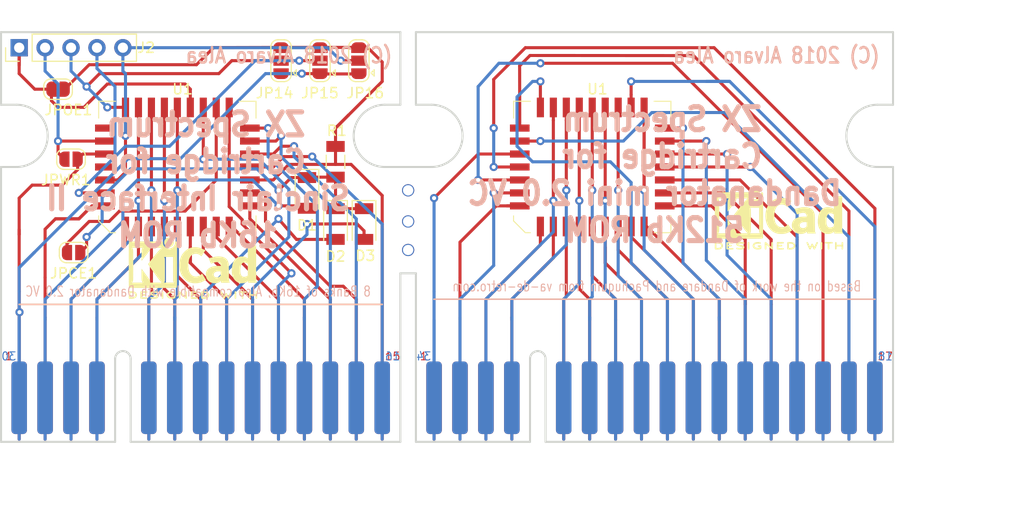
<source format=kicad_pcb>
(kicad_pcb (version 20171130) (host pcbnew 5.0.0-fee4fd1~65~ubuntu18.04.1)

  (general
    (thickness 1.6)
    (drawings 52)
    (tracks 482)
    (zones 0)
    (modules 17)
    (nets 40)
  )

  (page A4)
  (layers
    (0 F.Cu signal)
    (31 B.Cu signal)
    (32 B.Adhes user)
    (33 F.Adhes user)
    (34 B.Paste user)
    (35 F.Paste user)
    (36 B.SilkS user)
    (37 F.SilkS user)
    (38 B.Mask user)
    (39 F.Mask user)
    (40 Dwgs.User user)
    (41 Cmts.User user)
    (42 Eco1.User user)
    (43 Eco2.User user)
    (44 Edge.Cuts user)
    (45 Margin user)
    (46 B.CrtYd user)
    (47 F.CrtYd user)
    (48 B.Fab user)
    (49 F.Fab user)
  )

  (setup
    (last_trace_width 0.3)
    (trace_clearance 0.2)
    (zone_clearance 0.508)
    (zone_45_only no)
    (trace_min 0.2)
    (segment_width 0.2)
    (edge_width 0.15)
    (via_size 0.8)
    (via_drill 0.4)
    (via_min_size 0.4)
    (via_min_drill 0.3)
    (uvia_size 0.3)
    (uvia_drill 0.1)
    (uvias_allowed no)
    (uvia_min_size 0.2)
    (uvia_min_drill 0.1)
    (pcb_text_width 0.3)
    (pcb_text_size 1.5 1.5)
    (mod_edge_width 0.15)
    (mod_text_size 1 1)
    (mod_text_width 0.15)
    (pad_size 1.524 1.524)
    (pad_drill 0.762)
    (pad_to_mask_clearance 0.2)
    (aux_axis_origin 0 0)
    (grid_origin 112.522 95.758)
    (visible_elements FFFFF77F)
    (pcbplotparams
      (layerselection 0x010fc_ffffffff)
      (usegerberextensions false)
      (usegerberattributes false)
      (usegerberadvancedattributes false)
      (creategerberjobfile false)
      (excludeedgelayer true)
      (linewidth 0.100000)
      (plotframeref false)
      (viasonmask false)
      (mode 1)
      (useauxorigin false)
      (hpglpennumber 1)
      (hpglpenspeed 20)
      (hpglpendiameter 15.000000)
      (psnegative false)
      (psa4output false)
      (plotreference true)
      (plotvalue true)
      (plotinvisibletext false)
      (padsonsilk false)
      (subtractmaskfromsilk false)
      (outputformat 1)
      (mirror false)
      (drillshape 0)
      (scaleselection 1)
      (outputdirectory "if2_cartridge/"))
  )

  (net 0 "")
  (net 1 "Net-(D1-Pad1)")
  (net 2 "Net-(D1-Pad2)")
  (net 3 "Net-(D2-Pad2)")
  (net 4 "Net-(D3-Pad2)")
  (net 5 D3)
  (net 6 D4)
  (net 7 D5)
  (net 8 D6)
  (net 9 D7)
  (net 10 A10)
  (net 11 A11)
  (net 12 A9)
  (net 13 A8)
  (net 14 A13)
  (net 15 +5V)
  (net 16 GND)
  (net 17 D2)
  (net 18 D1)
  (net 19 D0)
  (net 20 A0)
  (net 21 A1)
  (net 22 A2)
  (net 23 A3)
  (net 24 A4)
  (net 25 A5)
  (net 26 A6)
  (net 27 A7)
  (net 28 A12)
  (net 29 A14)
  (net 30 A15)
  (net 31 A16)
  (net 32 "Net-(J2-Pad1)")
  (net 33 "Net-(J2-Pad2)")
  (net 34 "Net-(JPCE1-Pad1)")
  (net 35 "Net-(J1-Pad14)")
  (net 36 A17)
  (net 37 A18)
  (net 38 "Net-(J1-Pad32)")
  (net 39 "Net-(J1-Pad34)")

  (net_class Default "This is the default net class."
    (clearance 0.2)
    (trace_width 0.3)
    (via_dia 0.8)
    (via_drill 0.4)
    (uvia_dia 0.3)
    (uvia_drill 0.1)
    (add_net +5V)
    (add_net A0)
    (add_net A1)
    (add_net A10)
    (add_net A11)
    (add_net A12)
    (add_net A13)
    (add_net A14)
    (add_net A15)
    (add_net A16)
    (add_net A17)
    (add_net A18)
    (add_net A2)
    (add_net A3)
    (add_net A4)
    (add_net A5)
    (add_net A6)
    (add_net A7)
    (add_net A8)
    (add_net A9)
    (add_net D0)
    (add_net D1)
    (add_net D2)
    (add_net D3)
    (add_net D4)
    (add_net D5)
    (add_net D6)
    (add_net D7)
    (add_net GND)
    (add_net "Net-(D1-Pad1)")
    (add_net "Net-(D1-Pad2)")
    (add_net "Net-(D2-Pad2)")
    (add_net "Net-(D3-Pad2)")
    (add_net "Net-(J1-Pad14)")
    (add_net "Net-(J1-Pad32)")
    (add_net "Net-(J1-Pad34)")
    (add_net "Net-(J2-Pad1)")
    (add_net "Net-(J2-Pad2)")
    (add_net "Net-(JPCE1-Pad1)")
  )

  (module SINCLAIR:CART_IF2_EDGE (layer F.Cu) (tedit 5B63617C) (tstamp 5B64F596)
    (at 124.46 91.44)
    (descr "ZX Edge")
    (tags "CONN BUS  ZX")
    (path /5B25F681)
    (fp_text reference J1 (at 0 -5.08) (layer F.SilkS) hide
      (effects (font (size 1.524 1.524) (thickness 0.3048)))
    )
    (fp_text value cartridge_IF2 (at 2.54 -6.35) (layer F.SilkS) hide
      (effects (font (size 1.524 1.524) (thickness 0.3048)))
    )
    (fp_poly (pts (xy 27.178 4.318) (xy 27.178 -3.81) (xy -11.938 -3.81) (xy -11.938 4.318)) (layer F.Mask) (width 0.15))
    (fp_poly (pts (xy 27.178 -3.81) (xy 27.178 4.318) (xy -11.938 4.318) (xy -11.938 -3.81)) (layer B.Mask) (width 0.15))
    (fp_line (start 27.178 4.318) (end 27.178 -4.318) (layer Dwgs.User) (width 0.15))
    (fp_line (start 0.762 4.318) (end 27.178 4.318) (layer Dwgs.User) (width 0.15))
    (fp_line (start 0.762 -3.81) (end 0.762 4.318) (layer Dwgs.User) (width 0.15))
    (fp_line (start -0.762 4.318) (end -0.762 -3.81) (layer Dwgs.User) (width 0.15))
    (fp_line (start -11.938 4.318) (end -0.762 4.318) (layer Dwgs.User) (width 0.15))
    (fp_line (start -11.938 -4.572) (end -11.938 4.318) (layer Dwgs.User) (width 0.15))
    (fp_arc (start 0 -3.81) (end 0.762 -3.81) (angle -180) (layer Dwgs.User) (width 0.15))
    (fp_line (start -10.16 4.064) (end -10.16 3.556) (layer F.Cu) (width 0.3))
    (fp_line (start -7.62 4.064) (end -7.62 3.556) (layer F.Cu) (width 0.3))
    (fp_line (start -5.08 4.064) (end -5.08 3.556) (layer F.Cu) (width 0.3))
    (fp_line (start -2.54 4.064) (end -2.54 3.556) (layer F.Cu) (width 0.3))
    (fp_line (start 2.54 4.064) (end 2.54 3.556) (layer F.Cu) (width 0.3))
    (fp_line (start 5.08 4.064) (end 5.08 3.556) (layer F.Cu) (width 0.3))
    (fp_line (start 7.62 4.064) (end 7.62 3.556) (layer F.Cu) (width 0.3))
    (fp_line (start 10.16 4.064) (end 10.16 3.556) (layer F.Cu) (width 0.3))
    (fp_line (start 12.7 4.064) (end 12.7 3.556) (layer F.Cu) (width 0.3))
    (fp_line (start 15.24 4.064) (end 15.24 3.556) (layer F.Cu) (width 0.3))
    (fp_line (start 17.78 4.064) (end 17.78 3.556) (layer F.Cu) (width 0.3))
    (fp_line (start 20.32 4.064) (end 20.32 3.556) (layer F.Cu) (width 0.3))
    (fp_line (start 22.86 4.064) (end 22.86 3.556) (layer F.Cu) (width 0.3))
    (fp_line (start 25.4 4.064) (end 25.4 3.556) (layer F.Cu) (width 0.3))
    (fp_line (start 25.4 4.064) (end 25.4 3.556) (layer B.Cu) (width 0.3))
    (fp_line (start 22.86 4.064) (end 22.86 3.556) (layer B.Cu) (width 0.3))
    (fp_line (start 20.32 4.064) (end 20.32 3.556) (layer B.Cu) (width 0.3))
    (fp_line (start 17.78 4.064) (end 17.78 3.556) (layer B.Cu) (width 0.3))
    (fp_line (start 15.24 4.064) (end 15.24 3.556) (layer B.Cu) (width 0.3))
    (fp_line (start 12.7 4.064) (end 12.7 3.556) (layer B.Cu) (width 0.3))
    (fp_line (start 10.16 4.064) (end 10.16 3.556) (layer B.Cu) (width 0.3))
    (fp_line (start 7.62 4.064) (end 7.62 3.556) (layer B.Cu) (width 0.3))
    (fp_line (start 5.08 4.064) (end 5.08 3.556) (layer B.Cu) (width 0.3))
    (fp_line (start 2.54 4.064) (end 2.54 3.556) (layer B.Cu) (width 0.3))
    (fp_line (start -2.54 4.064) (end -2.54 3.556) (layer B.Cu) (width 0.3))
    (fp_line (start -5.08 4.064) (end -5.08 3.556) (layer B.Cu) (width 0.3))
    (fp_line (start -7.62 4.064) (end -7.62 3.556) (layer B.Cu) (width 0.3))
    (fp_line (start -10.16 4.064) (end -10.16 3.556) (layer B.Cu) (width 0.3))
    (pad 1 connect roundrect (at -10.16 0) (size 1.524 7.112) (layers F.Cu) (roundrect_rratio 0.25)
      (net 15 +5V))
    (pad 3 connect roundrect (at -7.62 0) (size 1.524 7.112) (layers F.Cu) (roundrect_rratio 0.25)
      (net 28 A12))
    (pad 5 connect roundrect (at -5.08 0) (size 1.524 7.112) (layers F.Cu) (roundrect_rratio 0.25)
      (net 27 A7))
    (pad 7 connect roundrect (at -2.54 0) (size 1.524 7.112) (layers F.Cu) (roundrect_rratio 0.25)
      (net 26 A6))
    (pad 9 connect roundrect (at 2.54 0) (size 1.524 7.112) (layers F.Cu) (roundrect_rratio 0.25)
      (net 25 A5))
    (pad 11 connect roundrect (at 5.08 0) (size 1.524 7.112) (layers F.Cu) (roundrect_rratio 0.25)
      (net 24 A4))
    (pad 13 connect roundrect (at 7.62 0) (size 1.524 7.112) (layers F.Cu) (roundrect_rratio 0.25)
      (net 23 A3))
    (pad 15 connect roundrect (at 10.16 0) (size 1.524 7.112) (layers F.Cu) (roundrect_rratio 0.25)
      (net 22 A2))
    (pad 17 connect roundrect (at 12.7 0) (size 1.524 7.112) (layers F.Cu) (roundrect_rratio 0.25)
      (net 21 A1))
    (pad 19 connect roundrect (at 15.24 0) (size 1.524 7.112) (layers F.Cu) (roundrect_rratio 0.25)
      (net 20 A0))
    (pad 21 connect roundrect (at 17.78 0) (size 1.524 7.112) (layers F.Cu) (roundrect_rratio 0.25)
      (net 19 D0))
    (pad 23 connect roundrect (at 20.32 0) (size 1.524 7.112) (layers F.Cu) (roundrect_rratio 0.25)
      (net 18 D1))
    (pad 25 connect roundrect (at 22.86 0) (size 1.524 7.112) (layers F.Cu) (roundrect_rratio 0.25)
      (net 17 D2))
    (pad 27 connect roundrect (at 25.4 0) (size 1.524 7.112) (layers F.Cu) (roundrect_rratio 0.25)
      (net 16 GND))
    (pad 2 connect roundrect (at -10.16 0) (size 1.524 7.112) (layers B.Cu) (roundrect_rratio 0.25)
      (net 15 +5V))
    (pad 4 connect roundrect (at -7.62 0) (size 1.524 7.112) (layers B.Cu) (roundrect_rratio 0.25)
      (net 2 "Net-(D1-Pad2)"))
    (pad 6 connect roundrect (at -5.08 0) (size 1.524 7.112) (layers B.Cu) (roundrect_rratio 0.25)
      (net 14 A13))
    (pad 8 connect roundrect (at -2.54 0) (size 1.524 7.112) (layers B.Cu) (roundrect_rratio 0.25)
      (net 13 A8))
    (pad 10 connect roundrect (at 2.54 0) (size 1.524 7.112) (layers B.Cu) (roundrect_rratio 0.25)
      (net 12 A9))
    (pad 12 connect roundrect (at 5.08 0) (size 1.524 7.112) (layers B.Cu) (roundrect_rratio 0.25)
      (net 11 A11))
    (pad 14 connect roundrect (at 7.62 0) (size 1.524 7.112) (layers B.Cu) (roundrect_rratio 0.25)
      (net 3 "Net-(D2-Pad2)"))
    (pad 16 connect roundrect (at 10.16 0) (size 1.524 7.112) (layers B.Cu) (roundrect_rratio 0.25)
      (net 10 A10))
    (pad 18 connect roundrect (at 12.7 0) (size 1.524 7.112) (layers B.Cu) (roundrect_rratio 0.25)
      (net 4 "Net-(D3-Pad2)"))
    (pad 20 connect roundrect (at 15.24 0) (size 1.524 7.112) (layers B.Cu) (roundrect_rratio 0.25)
      (net 9 D7))
    (pad 22 connect roundrect (at 17.78 0) (size 1.524 7.112) (layers B.Cu) (roundrect_rratio 0.25)
      (net 8 D6))
    (pad 24 connect roundrect (at 20.32 0) (size 1.524 7.112) (layers B.Cu) (roundrect_rratio 0.25)
      (net 7 D5))
    (pad 26 connect roundrect (at 22.86 0) (size 1.524 7.112) (layers B.Cu) (roundrect_rratio 0.25)
      (net 6 D4))
    (pad 28 connect roundrect (at 25.4 0) (size 1.524 7.112) (layers B.Cu) (roundrect_rratio 0.25)
      (net 5 D3))
  )

  (module SINCLAIR:PLCC-32 (layer F.Cu) (tedit 5B634143) (tstamp 5B627D89)
    (at 129.794 68.834 90)
    (descr "PLCC, 32 pins, surface mount")
    (tags "plcc smt")
    (path /5B25F938)
    (attr smd)
    (fp_text reference U1 (at 7.62 0.508 180) (layer F.SilkS)
      (effects (font (size 1 1) (thickness 0.15)))
    )
    (fp_text value AM29F010B (at 0 8.555 90) (layer F.Fab)
      (effects (font (size 1 1) (thickness 0.15)))
    )
    (fp_text user %R (at 0 0 90) (layer F.Fab)
      (effects (font (size 1 1) (thickness 0.15)))
    )
    (fp_line (start 6.435 7.705) (end 6.435 6.055) (layer F.SilkS) (width 0.1))
    (fp_line (start 4.785 7.705) (end 6.435 7.705) (layer F.SilkS) (width 0.1))
    (fp_line (start -6.435 7.705) (end -6.435 6.055) (layer F.SilkS) (width 0.1))
    (fp_line (start -4.785 7.705) (end -6.435 7.705) (layer F.SilkS) (width 0.1))
    (fp_line (start 6.435 -7.705) (end 6.435 -6.055) (layer F.SilkS) (width 0.1))
    (fp_line (start 4.785 -7.705) (end 6.435 -7.705) (layer F.SilkS) (width 0.1))
    (fp_line (start -6.435 -6.555) (end -6.435 -6.055) (layer F.SilkS) (width 0.1))
    (fp_line (start -5.285 -7.705) (end -6.435 -6.555) (layer F.SilkS) (width 0.1))
    (fp_line (start -4.785 -7.705) (end -5.285 -7.705) (layer F.SilkS) (width 0.1))
    (fp_line (start 0 -7.063) (end 0.5 -8.063) (layer F.Fab) (width 0.1))
    (fp_line (start -0.5 -8.063) (end 0 -7.063) (layer F.Fab) (width 0.1))
    (fp_line (start 7.112 -8.636) (end -7.112 -8.636) (layer F.CrtYd) (width 0.05))
    (fp_line (start 7.112 8.636) (end 7.112 -8.636) (layer F.CrtYd) (width 0.05))
    (fp_line (start -7.112 8.636) (end 7.112 8.636) (layer F.CrtYd) (width 0.05))
    (fp_line (start -7.112 -8.636) (end -7.112 8.636) (layer F.CrtYd) (width 0.05))
    (fp_line (start 6.858 -8.128) (end -5.285 -8.128) (layer F.Fab) (width 0.1))
    (fp_line (start 6.858 8.128) (end 6.858 -8.128) (layer F.Fab) (width 0.1))
    (fp_line (start -6.858 8.128) (end 6.858 8.128) (layer F.Fab) (width 0.1))
    (fp_line (start -6.858 -6.604) (end -6.858 8.128) (layer F.Fab) (width 0.1))
    (fp_line (start -5.334 -8.128) (end -6.858 -6.604) (layer F.Fab) (width 0.1))
    (pad 29 smd rect (at 5.8305 -5.08 90) (size 1.925 0.7) (layers F.Cu F.Paste F.Mask)
      (net 29 A14))
    (pad 13 smd rect (at -5.8305 5.08 90) (size 1.925 0.7) (layers F.Cu F.Paste F.Mask)
      (net 19 D0))
    (pad 28 smd rect (at 5.8305 -3.81 90) (size 1.925 0.7) (layers F.Cu F.Paste F.Mask)
      (net 14 A13))
    (pad 27 smd rect (at 5.8305 -2.54 90) (size 1.925 0.7) (layers F.Cu F.Paste F.Mask)
      (net 13 A8))
    (pad 26 smd rect (at 5.8305 -1.27 90) (size 1.925 0.7) (layers F.Cu F.Paste F.Mask)
      (net 12 A9))
    (pad 25 smd rect (at 5.8305 0 90) (size 1.925 0.7) (layers F.Cu F.Paste F.Mask)
      (net 11 A11))
    (pad 24 smd rect (at 5.8305 1.27 90) (size 1.925 0.7) (layers F.Cu F.Paste F.Mask)
      (net 32 "Net-(J2-Pad1)"))
    (pad 23 smd rect (at 5.8305 2.54 90) (size 1.925 0.7) (layers F.Cu F.Paste F.Mask)
      (net 10 A10))
    (pad 22 smd rect (at 5.8305 3.81 90) (size 1.925 0.7) (layers F.Cu F.Paste F.Mask)
      (net 34 "Net-(JPCE1-Pad1)"))
    (pad 21 smd rect (at 5.8305 5.08 90) (size 1.925 0.7) (layers F.Cu F.Paste F.Mask)
      (net 9 D7))
    (pad 20 smd rect (at 3.81 7.1005 90) (size 0.7 1.925) (layers F.Cu F.Paste F.Mask)
      (net 8 D6))
    (pad 19 smd rect (at 2.54 7.1005 90) (size 0.7 1.925) (layers F.Cu F.Paste F.Mask)
      (net 7 D5))
    (pad 18 smd rect (at 1.27 7.1005 90) (size 0.7 1.925) (layers F.Cu F.Paste F.Mask)
      (net 6 D4))
    (pad 17 smd rect (at 0 7.1005 90) (size 0.7 1.925) (layers F.Cu F.Paste F.Mask)
      (net 5 D3))
    (pad 16 smd rect (at -1.27 7.1005 90) (size 0.7 1.925) (layers F.Cu F.Paste F.Mask)
      (net 16 GND))
    (pad 15 smd rect (at -2.54 7.1005 90) (size 0.7 1.925) (layers F.Cu F.Paste F.Mask)
      (net 17 D2))
    (pad 14 smd rect (at -3.81 7.1005 90) (size 0.7 1.925) (layers F.Cu F.Paste F.Mask)
      (net 18 D1))
    (pad 12 smd rect (at -5.8305 3.81 90) (size 1.925 0.7) (layers F.Cu F.Paste F.Mask)
      (net 20 A0))
    (pad 11 smd rect (at -5.8305 2.54 90) (size 1.925 0.7) (layers F.Cu F.Paste F.Mask)
      (net 21 A1))
    (pad 10 smd rect (at -5.8305 1.27 90) (size 1.925 0.7) (layers F.Cu F.Paste F.Mask)
      (net 22 A2))
    (pad 9 smd rect (at -5.8305 0 90) (size 1.925 0.7) (layers F.Cu F.Paste F.Mask)
      (net 23 A3))
    (pad 8 smd rect (at -5.8305 -1.27 90) (size 1.925 0.7) (layers F.Cu F.Paste F.Mask)
      (net 24 A4))
    (pad 7 smd rect (at -5.8305 -2.54 90) (size 1.925 0.7) (layers F.Cu F.Paste F.Mask)
      (net 25 A5))
    (pad 6 smd rect (at -5.8305 -3.81 90) (size 1.925 0.7) (layers F.Cu F.Paste F.Mask)
      (net 26 A6))
    (pad 5 smd rect (at -5.8305 -5.08 90) (size 1.925 0.7) (layers F.Cu F.Paste F.Mask)
      (net 27 A7))
    (pad 30 smd rect (at 3.81 -7.1005 90) (size 0.7 1.925) (layers F.Cu F.Paste F.Mask))
    (pad 31 smd rect (at 2.54 -7.1005 90) (size 0.7 1.925) (layers F.Cu F.Paste F.Mask)
      (net 33 "Net-(J2-Pad2)"))
    (pad 32 smd rect (at 1.27 -7.1005 90) (size 0.7 1.925) (layers F.Cu F.Paste F.Mask)
      (net 15 +5V))
    (pad 4 smd rect (at -3.81 -7.1005 90) (size 0.7 1.925) (layers F.Cu F.Paste F.Mask)
      (net 28 A12))
    (pad 3 smd rect (at -2.54 -7.1005 90) (size 0.7 1.925) (layers F.Cu F.Paste F.Mask)
      (net 30 A15))
    (pad 2 smd rect (at -1.27 -7.1005 90) (size 0.7 1.925) (layers F.Cu F.Paste F.Mask)
      (net 31 A16))
    (pad 1 smd rect (at 0 -7.1005 90) (size 0.7 1.925) (layers F.Cu F.Paste F.Mask))
    (model /home/tripi/src/kicad_libs/packages3d/smd_plcc/plcc32.wrl
      (at (xyz 0 0 0))
      (scale (xyz 1 1 1))
      (rotate (xyz 0 0 180))
    )
  )

  (module Diode_SMD:D_1206_3216Metric (layer F.Cu) (tedit 5A00A67B) (tstamp 5B40766F)
    (at 142.494 71.374 270)
    (descr "Diode SMD 1206 (3216 Metric), square (rectangular) end terminal, IPC_7351 nominal, (Body size source: http://www.tortai-tech.com/upload/download/2011102023233369053.pdf), generated with kicad-footprint-generator")
    (tags diode)
    (path /5B284867)
    (attr smd)
    (fp_text reference D1 (at 3.175 0) (layer F.SilkS)
      (effects (font (size 1 1) (thickness 0.15)))
    )
    (fp_text value 1N4148 (at 0 2.05 270) (layer F.Fab)
      (effects (font (size 1 1) (thickness 0.15)))
    )
    (fp_line (start 1.6 -0.8) (end -1.2 -0.8) (layer F.Fab) (width 0.1))
    (fp_line (start -1.2 -0.8) (end -1.6 -0.4) (layer F.Fab) (width 0.1))
    (fp_line (start -1.6 -0.4) (end -1.6 0.8) (layer F.Fab) (width 0.1))
    (fp_line (start -1.6 0.8) (end 1.6 0.8) (layer F.Fab) (width 0.1))
    (fp_line (start 1.6 0.8) (end 1.6 -0.8) (layer F.Fab) (width 0.1))
    (fp_line (start 1.6 -1.16) (end -2.3 -1.16) (layer F.SilkS) (width 0.12))
    (fp_line (start -2.3 -1.16) (end -2.3 1.16) (layer F.SilkS) (width 0.12))
    (fp_line (start -2.3 1.16) (end 1.6 1.16) (layer F.SilkS) (width 0.12))
    (fp_line (start -2.29 1.15) (end -2.29 -1.15) (layer F.CrtYd) (width 0.05))
    (fp_line (start -2.29 -1.15) (end 2.29 -1.15) (layer F.CrtYd) (width 0.05))
    (fp_line (start 2.29 -1.15) (end 2.29 1.15) (layer F.CrtYd) (width 0.05))
    (fp_line (start 2.29 1.15) (end -2.29 1.15) (layer F.CrtYd) (width 0.05))
    (fp_text user %R (at 0 0 270) (layer F.Fab)
      (effects (font (size 0.8 0.8) (thickness 0.12)))
    )
    (pad 1 smd rect (at -1.505 0 270) (size 1.07 1.8) (layers F.Cu F.Paste F.Mask)
      (net 1 "Net-(D1-Pad1)"))
    (pad 2 smd rect (at 1.505 0 270) (size 1.07 1.8) (layers F.Cu F.Paste F.Mask)
      (net 2 "Net-(D1-Pad2)"))
    (model ${KISYS3DMOD}/Diode_SMD.3dshapes/D_1206_3216Metric.wrl
      (at (xyz 0 0 0))
      (scale (xyz 1 1 1))
      (rotate (xyz 0 0 0))
    )
  )

  (module Diode_SMD:D_1206_3216Metric (layer F.Cu) (tedit 5A00A67B) (tstamp 5B4087AF)
    (at 145.288 74.422 270)
    (descr "Diode SMD 1206 (3216 Metric), square (rectangular) end terminal, IPC_7351 nominal, (Body size source: http://www.tortai-tech.com/upload/download/2011102023233369053.pdf), generated with kicad-footprint-generator")
    (tags diode)
    (path /5B28497B)
    (attr smd)
    (fp_text reference D2 (at 3.175 0) (layer F.SilkS)
      (effects (font (size 1 1) (thickness 0.15)))
    )
    (fp_text value 1N4148 (at 0 2.05 270) (layer F.Fab)
      (effects (font (size 1 1) (thickness 0.15)))
    )
    (fp_text user %R (at 0 0 270) (layer F.Fab)
      (effects (font (size 0.8 0.8) (thickness 0.12)))
    )
    (fp_line (start 2.29 1.15) (end -2.29 1.15) (layer F.CrtYd) (width 0.05))
    (fp_line (start 2.29 -1.15) (end 2.29 1.15) (layer F.CrtYd) (width 0.05))
    (fp_line (start -2.29 -1.15) (end 2.29 -1.15) (layer F.CrtYd) (width 0.05))
    (fp_line (start -2.29 1.15) (end -2.29 -1.15) (layer F.CrtYd) (width 0.05))
    (fp_line (start -2.3 1.16) (end 1.6 1.16) (layer F.SilkS) (width 0.12))
    (fp_line (start -2.3 -1.16) (end -2.3 1.16) (layer F.SilkS) (width 0.12))
    (fp_line (start 1.6 -1.16) (end -2.3 -1.16) (layer F.SilkS) (width 0.12))
    (fp_line (start 1.6 0.8) (end 1.6 -0.8) (layer F.Fab) (width 0.1))
    (fp_line (start -1.6 0.8) (end 1.6 0.8) (layer F.Fab) (width 0.1))
    (fp_line (start -1.6 -0.4) (end -1.6 0.8) (layer F.Fab) (width 0.1))
    (fp_line (start -1.2 -0.8) (end -1.6 -0.4) (layer F.Fab) (width 0.1))
    (fp_line (start 1.6 -0.8) (end -1.2 -0.8) (layer F.Fab) (width 0.1))
    (pad 2 smd rect (at 1.505 0 270) (size 1.07 1.8) (layers F.Cu F.Paste F.Mask)
      (net 3 "Net-(D2-Pad2)"))
    (pad 1 smd rect (at -1.505 0 270) (size 1.07 1.8) (layers F.Cu F.Paste F.Mask)
      (net 1 "Net-(D1-Pad1)"))
    (model ${KISYS3DMOD}/Diode_SMD.3dshapes/D_1206_3216Metric.wrl
      (at (xyz 0 0 0))
      (scale (xyz 1 1 1))
      (rotate (xyz 0 0 0))
    )
  )

  (module Diode_SMD:D_1206_3216Metric (layer F.Cu) (tedit 5A00A67B) (tstamp 5B623366)
    (at 148.082 74.422 270)
    (descr "Diode SMD 1206 (3216 Metric), square (rectangular) end terminal, IPC_7351 nominal, (Body size source: http://www.tortai-tech.com/upload/download/2011102023233369053.pdf), generated with kicad-footprint-generator")
    (tags diode)
    (path /5B2849C1)
    (attr smd)
    (fp_text reference D3 (at 3.1115 -0.127 180) (layer F.SilkS)
      (effects (font (size 1 1) (thickness 0.15)))
    )
    (fp_text value 1N4148 (at 0 2.05 270) (layer F.Fab)
      (effects (font (size 1 1) (thickness 0.15)))
    )
    (fp_line (start 1.6 -0.8) (end -1.2 -0.8) (layer F.Fab) (width 0.1))
    (fp_line (start -1.2 -0.8) (end -1.6 -0.4) (layer F.Fab) (width 0.1))
    (fp_line (start -1.6 -0.4) (end -1.6 0.8) (layer F.Fab) (width 0.1))
    (fp_line (start -1.6 0.8) (end 1.6 0.8) (layer F.Fab) (width 0.1))
    (fp_line (start 1.6 0.8) (end 1.6 -0.8) (layer F.Fab) (width 0.1))
    (fp_line (start 1.6 -1.16) (end -2.3 -1.16) (layer F.SilkS) (width 0.12))
    (fp_line (start -2.3 -1.16) (end -2.3 1.16) (layer F.SilkS) (width 0.12))
    (fp_line (start -2.3 1.16) (end 1.6 1.16) (layer F.SilkS) (width 0.12))
    (fp_line (start -2.29 1.15) (end -2.29 -1.15) (layer F.CrtYd) (width 0.05))
    (fp_line (start -2.29 -1.15) (end 2.29 -1.15) (layer F.CrtYd) (width 0.05))
    (fp_line (start 2.29 -1.15) (end 2.29 1.15) (layer F.CrtYd) (width 0.05))
    (fp_line (start 2.29 1.15) (end -2.29 1.15) (layer F.CrtYd) (width 0.05))
    (fp_text user %R (at 0 0 270) (layer F.Fab)
      (effects (font (size 0.8 0.8) (thickness 0.12)))
    )
    (pad 1 smd rect (at -1.505 0 270) (size 1.07 1.8) (layers F.Cu F.Paste F.Mask)
      (net 1 "Net-(D1-Pad1)"))
    (pad 2 smd rect (at 1.505 0 270) (size 1.07 1.8) (layers F.Cu F.Paste F.Mask)
      (net 4 "Net-(D3-Pad2)"))
    (model ${KISYS3DMOD}/Diode_SMD.3dshapes/D_1206_3216Metric.wrl
      (at (xyz 0 0 0))
      (scale (xyz 1 1 1))
      (rotate (xyz 0 0 0))
    )
  )

  (module Jumper:SolderJumper-3_P1.3mm_Open_RoundedPad1.0x1.5mm (layer F.Cu) (tedit 5A3F8C1A) (tstamp 5B40989B)
    (at 139.954 58.42 90)
    (descr "SMD Solder 3-pad Jumper, 1x1.5mm rounded Pads, 0.3mm gap, open")
    (tags "solder jumper open")
    (path /5B2979E6)
    (attr virtual)
    (fp_text reference JP14 (at -3.175 -0.635) (layer F.SilkS)
      (effects (font (size 1 1) (thickness 0.15)))
    )
    (fp_text value S (at 0 1.9 90) (layer F.Fab)
      (effects (font (size 1 1) (thickness 0.15)))
    )
    (fp_arc (start -1.35 -0.3) (end -1.35 -1) (angle -90) (layer F.SilkS) (width 0.12))
    (fp_arc (start -1.35 0.3) (end -2.05 0.3) (angle -90) (layer F.SilkS) (width 0.12))
    (fp_arc (start 1.35 0.3) (end 1.35 1) (angle -90) (layer F.SilkS) (width 0.12))
    (fp_arc (start 1.35 -0.3) (end 2.05 -0.3) (angle -90) (layer F.SilkS) (width 0.12))
    (fp_line (start 2.3 1.25) (end -2.3 1.25) (layer F.CrtYd) (width 0.05))
    (fp_line (start 2.3 1.25) (end 2.3 -1.25) (layer F.CrtYd) (width 0.05))
    (fp_line (start -2.3 -1.25) (end -2.3 1.25) (layer F.CrtYd) (width 0.05))
    (fp_line (start -2.3 -1.25) (end 2.3 -1.25) (layer F.CrtYd) (width 0.05))
    (fp_line (start -1.4 -1) (end 1.4 -1) (layer F.SilkS) (width 0.12))
    (fp_line (start 2.05 -0.3) (end 2.05 0.3) (layer F.SilkS) (width 0.12))
    (fp_line (start 1.4 1) (end -1.4 1) (layer F.SilkS) (width 0.12))
    (fp_line (start -2.05 0.3) (end -2.05 -0.3) (layer F.SilkS) (width 0.12))
    (fp_line (start -1.2 1.2) (end -1.5 1.5) (layer F.SilkS) (width 0.12))
    (fp_line (start -1.5 1.5) (end -0.9 1.5) (layer F.SilkS) (width 0.12))
    (fp_line (start -1.2 1.2) (end -0.9 1.5) (layer F.SilkS) (width 0.12))
    (pad 3 smd rect (at 1 0 90) (size 0.5 1.5) (layers F.Cu F.Mask)
      (net 16 GND))
    (pad 3 smd roundrect (at 1.3 0 90) (size 1 1.5) (layers F.Cu F.Mask) (roundrect_rratio 0.5)
      (net 16 GND))
    (pad 2 smd rect (at 0 0 90) (size 1 1.5) (layers F.Cu F.Mask)
      (net 29 A14))
    (pad 1 smd rect (at -1 0 90) (size 0.5 1.5) (layers F.Cu F.Mask)
      (net 15 +5V))
    (pad 1 smd roundrect (at -1.3 0 90) (size 1 1.5) (layers F.Cu F.Mask) (roundrect_rratio 0.5)
      (net 15 +5V))
  )

  (module Jumper:SolderJumper-3_P1.3mm_Open_RoundedPad1.0x1.5mm (layer F.Cu) (tedit 5A3F8C1A) (tstamp 5B40984D)
    (at 143.764 58.42 90)
    (descr "SMD Solder 3-pad Jumper, 1x1.5mm rounded Pads, 0.3mm gap, open")
    (tags "solder jumper open")
    (path /5B297974)
    (attr virtual)
    (fp_text reference JP15 (at -3.175 0 180) (layer F.SilkS)
      (effects (font (size 1 1) (thickness 0.15)))
    )
    (fp_text value S (at 0 1.9 90) (layer F.Fab)
      (effects (font (size 1 1) (thickness 0.15)))
    )
    (fp_line (start -1.2 1.2) (end -0.9 1.5) (layer F.SilkS) (width 0.12))
    (fp_line (start -1.5 1.5) (end -0.9 1.5) (layer F.SilkS) (width 0.12))
    (fp_line (start -1.2 1.2) (end -1.5 1.5) (layer F.SilkS) (width 0.12))
    (fp_line (start -2.05 0.3) (end -2.05 -0.3) (layer F.SilkS) (width 0.12))
    (fp_line (start 1.4 1) (end -1.4 1) (layer F.SilkS) (width 0.12))
    (fp_line (start 2.05 -0.3) (end 2.05 0.3) (layer F.SilkS) (width 0.12))
    (fp_line (start -1.4 -1) (end 1.4 -1) (layer F.SilkS) (width 0.12))
    (fp_line (start -2.3 -1.25) (end 2.3 -1.25) (layer F.CrtYd) (width 0.05))
    (fp_line (start -2.3 -1.25) (end -2.3 1.25) (layer F.CrtYd) (width 0.05))
    (fp_line (start 2.3 1.25) (end 2.3 -1.25) (layer F.CrtYd) (width 0.05))
    (fp_line (start 2.3 1.25) (end -2.3 1.25) (layer F.CrtYd) (width 0.05))
    (fp_arc (start 1.35 -0.3) (end 2.05 -0.3) (angle -90) (layer F.SilkS) (width 0.12))
    (fp_arc (start 1.35 0.3) (end 1.35 1) (angle -90) (layer F.SilkS) (width 0.12))
    (fp_arc (start -1.35 0.3) (end -2.05 0.3) (angle -90) (layer F.SilkS) (width 0.12))
    (fp_arc (start -1.35 -0.3) (end -1.35 -1) (angle -90) (layer F.SilkS) (width 0.12))
    (pad 1 smd roundrect (at -1.3 0 90) (size 1 1.5) (layers F.Cu F.Mask) (roundrect_rratio 0.5)
      (net 15 +5V))
    (pad 1 smd rect (at -1 0 90) (size 0.5 1.5) (layers F.Cu F.Mask)
      (net 15 +5V))
    (pad 2 smd rect (at 0 0 90) (size 1 1.5) (layers F.Cu F.Mask)
      (net 30 A15))
    (pad 3 smd roundrect (at 1.3 0 90) (size 1 1.5) (layers F.Cu F.Mask) (roundrect_rratio 0.5)
      (net 16 GND))
    (pad 3 smd rect (at 1 0 90) (size 0.5 1.5) (layers F.Cu F.Mask)
      (net 16 GND))
  )

  (module Jumper:SolderJumper-3_P1.3mm_Open_RoundedPad1.0x1.5mm (layer F.Cu) (tedit 5A3F8C1A) (tstamp 5B409808)
    (at 147.574 58.42 90)
    (descr "SMD Solder 3-pad Jumper, 1x1.5mm rounded Pads, 0.3mm gap, open")
    (tags "solder jumper open")
    (path /5B297AD0)
    (attr virtual)
    (fp_text reference JP16 (at -3.175 0.635 180) (layer F.SilkS)
      (effects (font (size 1 1) (thickness 0.15)))
    )
    (fp_text value S (at 0 1.9 90) (layer F.Fab)
      (effects (font (size 1 1) (thickness 0.15)))
    )
    (fp_line (start -1.2 1.2) (end -0.9 1.5) (layer F.SilkS) (width 0.12))
    (fp_line (start -1.5 1.5) (end -0.9 1.5) (layer F.SilkS) (width 0.12))
    (fp_line (start -1.2 1.2) (end -1.5 1.5) (layer F.SilkS) (width 0.12))
    (fp_line (start -2.05 0.3) (end -2.05 -0.3) (layer F.SilkS) (width 0.12))
    (fp_line (start 1.4 1) (end -1.4 1) (layer F.SilkS) (width 0.12))
    (fp_line (start 2.05 -0.3) (end 2.05 0.3) (layer F.SilkS) (width 0.12))
    (fp_line (start -1.4 -1) (end 1.4 -1) (layer F.SilkS) (width 0.12))
    (fp_line (start -2.3 -1.25) (end 2.3 -1.25) (layer F.CrtYd) (width 0.05))
    (fp_line (start -2.3 -1.25) (end -2.3 1.25) (layer F.CrtYd) (width 0.05))
    (fp_line (start 2.3 1.25) (end 2.3 -1.25) (layer F.CrtYd) (width 0.05))
    (fp_line (start 2.3 1.25) (end -2.3 1.25) (layer F.CrtYd) (width 0.05))
    (fp_arc (start 1.35 -0.3) (end 2.05 -0.3) (angle -90) (layer F.SilkS) (width 0.12))
    (fp_arc (start 1.35 0.3) (end 1.35 1) (angle -90) (layer F.SilkS) (width 0.12))
    (fp_arc (start -1.35 0.3) (end -2.05 0.3) (angle -90) (layer F.SilkS) (width 0.12))
    (fp_arc (start -1.35 -0.3) (end -1.35 -1) (angle -90) (layer F.SilkS) (width 0.12))
    (pad 1 smd roundrect (at -1.3 0 90) (size 1 1.5) (layers F.Cu F.Mask) (roundrect_rratio 0.5)
      (net 15 +5V))
    (pad 1 smd rect (at -1 0 90) (size 0.5 1.5) (layers F.Cu F.Mask)
      (net 15 +5V))
    (pad 2 smd rect (at 0 0 90) (size 1 1.5) (layers F.Cu F.Mask)
      (net 31 A16))
    (pad 3 smd roundrect (at 1.3 0 90) (size 1 1.5) (layers F.Cu F.Mask) (roundrect_rratio 0.5)
      (net 16 GND))
    (pad 3 smd rect (at 1 0 90) (size 0.5 1.5) (layers F.Cu F.Mask)
      (net 16 GND))
  )

  (module Resistor_SMD:R_1206_3216Metric (layer F.Cu) (tedit 59FE48B8) (tstamp 5B409237)
    (at 145.288 68.326 90)
    (descr "Resistor SMD 1206 (3216 Metric), square (rectangular) end terminal, IPC_7351 nominal, (Body size source: http://www.tortai-tech.com/upload/download/2011102023233369053.pdf), generated with kicad-footprint-generator")
    (tags resistor)
    (path /5B28F586)
    (attr smd)
    (fp_text reference R1 (at 3.048 0.127 180) (layer F.SilkS)
      (effects (font (size 1 1) (thickness 0.15)))
    )
    (fp_text value R (at 0 2.05 90) (layer F.Fab)
      (effects (font (size 1 1) (thickness 0.15)))
    )
    (fp_line (start -1.6 0.8) (end -1.6 -0.8) (layer F.Fab) (width 0.1))
    (fp_line (start -1.6 -0.8) (end 1.6 -0.8) (layer F.Fab) (width 0.1))
    (fp_line (start 1.6 -0.8) (end 1.6 0.8) (layer F.Fab) (width 0.1))
    (fp_line (start 1.6 0.8) (end -1.6 0.8) (layer F.Fab) (width 0.1))
    (fp_line (start -0.65 -0.91) (end 0.65 -0.91) (layer F.SilkS) (width 0.12))
    (fp_line (start -0.65 0.91) (end 0.65 0.91) (layer F.SilkS) (width 0.12))
    (fp_line (start -2.29 1.15) (end -2.29 -1.15) (layer F.CrtYd) (width 0.05))
    (fp_line (start -2.29 -1.15) (end 2.29 -1.15) (layer F.CrtYd) (width 0.05))
    (fp_line (start 2.29 -1.15) (end 2.29 1.15) (layer F.CrtYd) (width 0.05))
    (fp_line (start 2.29 1.15) (end -2.29 1.15) (layer F.CrtYd) (width 0.05))
    (fp_text user %R (at 0 0 90) (layer F.Fab)
      (effects (font (size 0.8 0.8) (thickness 0.12)))
    )
    (pad 1 smd rect (at -1.505 0 90) (size 1.07 1.8) (layers F.Cu F.Paste F.Mask)
      (net 1 "Net-(D1-Pad1)"))
    (pad 2 smd rect (at 1.505 0 90) (size 1.07 1.8) (layers F.Cu F.Paste F.Mask)
      (net 16 GND))
    (model ${KISYS3DMOD}/Resistor_SMD.3dshapes/R_1206_3216Metric.wrl
      (at (xyz 0 0 0))
      (scale (xyz 1 1 1))
      (rotate (xyz 0 0 0))
    )
  )

  (module Connector_PinHeader_2.54mm:PinHeader_1x05_P2.54mm_Vertical (layer F.Cu) (tedit 59FED5CC) (tstamp 5B624A42)
    (at 114.3 57.15 90)
    (descr "Through hole straight pin header, 1x05, 2.54mm pitch, single row")
    (tags "Through hole pin header THT 1x05 2.54mm single row")
    (path /5B2BED63)
    (fp_text reference J2 (at 0 12.446 180) (layer F.SilkS)
      (effects (font (size 1 1) (thickness 0.15)))
    )
    (fp_text value Conn_01x05 (at 0 12.49 90) (layer F.Fab)
      (effects (font (size 1 1) (thickness 0.15)))
    )
    (fp_line (start -0.635 -1.27) (end 1.27 -1.27) (layer F.Fab) (width 0.1))
    (fp_line (start 1.27 -1.27) (end 1.27 11.43) (layer F.Fab) (width 0.1))
    (fp_line (start 1.27 11.43) (end -1.27 11.43) (layer F.Fab) (width 0.1))
    (fp_line (start -1.27 11.43) (end -1.27 -0.635) (layer F.Fab) (width 0.1))
    (fp_line (start -1.27 -0.635) (end -0.635 -1.27) (layer F.Fab) (width 0.1))
    (fp_line (start -1.33 11.49) (end 1.33 11.49) (layer F.SilkS) (width 0.12))
    (fp_line (start -1.33 1.27) (end -1.33 11.49) (layer F.SilkS) (width 0.12))
    (fp_line (start 1.33 1.27) (end 1.33 11.49) (layer F.SilkS) (width 0.12))
    (fp_line (start -1.33 1.27) (end 1.33 1.27) (layer F.SilkS) (width 0.12))
    (fp_line (start -1.33 0) (end -1.33 -1.33) (layer F.SilkS) (width 0.12))
    (fp_line (start -1.33 -1.33) (end 0 -1.33) (layer F.SilkS) (width 0.12))
    (fp_line (start -1.8 -1.8) (end -1.8 11.95) (layer F.CrtYd) (width 0.05))
    (fp_line (start -1.8 11.95) (end 1.8 11.95) (layer F.CrtYd) (width 0.05))
    (fp_line (start 1.8 11.95) (end 1.8 -1.8) (layer F.CrtYd) (width 0.05))
    (fp_line (start 1.8 -1.8) (end -1.8 -1.8) (layer F.CrtYd) (width 0.05))
    (fp_text user %R (at 0 5.08 180) (layer F.Fab)
      (effects (font (size 1 1) (thickness 0.15)))
    )
    (pad 1 thru_hole rect (at 0 0 90) (size 1.7 1.7) (drill 1) (layers *.Cu *.Mask)
      (net 32 "Net-(J2-Pad1)"))
    (pad 2 thru_hole oval (at 0 2.54 90) (size 1.7 1.7) (drill 1) (layers *.Cu *.Mask)
      (net 33 "Net-(J2-Pad2)"))
    (pad 3 thru_hole oval (at 0 5.08 90) (size 1.7 1.7) (drill 1) (layers *.Cu *.Mask)
      (net 29 A14))
    (pad 4 thru_hole oval (at 0 7.62 90) (size 1.7 1.7) (drill 1) (layers *.Cu *.Mask)
      (net 30 A15))
    (pad 5 thru_hole oval (at 0 10.16 90) (size 1.7 1.7) (drill 1) (layers *.Cu *.Mask)
      (net 31 A16))
  )

  (module Jumper:SolderJumper-2_P1.3mm_Open_RoundedPad1.0x1.5mm (layer F.Cu) (tedit 5B391E66) (tstamp 5B64B144)
    (at 119.634 77.216)
    (descr "SMD Solder Jumper, 1x1.5mm, rounded Pads, 0.3mm gap, open")
    (tags "solder jumper open")
    (path /5B2EB195)
    (attr virtual)
    (fp_text reference JPCE1 (at 0 2.032) (layer F.SilkS)
      (effects (font (size 1 1) (thickness 0.15)))
    )
    (fp_text value CE (at 0 1.9) (layer F.Fab)
      (effects (font (size 1 1) (thickness 0.15)))
    )
    (fp_arc (start 0.7 -0.3) (end 1.4 -0.3) (angle -90) (layer F.SilkS) (width 0.12))
    (fp_arc (start 0.7 0.3) (end 0.7 1) (angle -90) (layer F.SilkS) (width 0.12))
    (fp_arc (start -0.7 0.3) (end -1.4 0.3) (angle -90) (layer F.SilkS) (width 0.12))
    (fp_arc (start -0.7 -0.3) (end -0.7 -1) (angle -90) (layer F.SilkS) (width 0.12))
    (fp_line (start -1.4 0.3) (end -1.4 -0.3) (layer F.SilkS) (width 0.12))
    (fp_line (start 0.7 1) (end -0.7 1) (layer F.SilkS) (width 0.12))
    (fp_line (start 1.4 -0.3) (end 1.4 0.3) (layer F.SilkS) (width 0.12))
    (fp_line (start -0.7 -1) (end 0.7 -1) (layer F.SilkS) (width 0.12))
    (fp_line (start -1.65 -1.25) (end 1.65 -1.25) (layer F.CrtYd) (width 0.05))
    (fp_line (start -1.65 -1.25) (end -1.65 1.25) (layer F.CrtYd) (width 0.05))
    (fp_line (start 1.65 1.25) (end 1.65 -1.25) (layer F.CrtYd) (width 0.05))
    (fp_line (start 1.65 1.25) (end -1.65 1.25) (layer F.CrtYd) (width 0.05))
    (pad 1 smd custom (at -0.65 0) (size 1 0.5) (layers F.Cu F.Mask)
      (net 34 "Net-(JPCE1-Pad1)") (zone_connect 0)
      (options (clearance outline) (anchor rect))
      (primitives
        (gr_circle (center 0 0.25) (end 0.5 0.25) (width 0))
        (gr_circle (center 0 -0.25) (end 0.5 -0.25) (width 0))
        (gr_poly (pts
           (xy 0 -0.75) (xy 0.5 -0.75) (xy 0.5 0.75) (xy 0 0.75)) (width 0))
      ))
    (pad 2 smd custom (at 0.65 0) (size 1 0.5) (layers F.Cu F.Mask)
      (net 1 "Net-(D1-Pad1)") (zone_connect 0)
      (options (clearance outline) (anchor rect))
      (primitives
        (gr_circle (center 0 0.25) (end 0.5 0.25) (width 0))
        (gr_circle (center 0 -0.25) (end 0.5 -0.25) (width 0))
        (gr_poly (pts
           (xy 0 -0.75) (xy -0.5 -0.75) (xy -0.5 0.75) (xy 0 0.75)) (width 0))
      ))
  )

  (module Jumper:SolderJumper-2_P1.3mm_Open_RoundedPad1.0x1.5mm (layer F.Cu) (tedit 5B391E66) (tstamp 5B64B156)
    (at 118.11 61.214)
    (descr "SMD Solder Jumper, 1x1.5mm, rounded Pads, 0.3mm gap, open")
    (tags "solder jumper open")
    (path /5B2C8E87)
    (attr virtual)
    (fp_text reference JPOE1 (at 1.016 2.032) (layer F.SilkS)
      (effects (font (size 1 1) (thickness 0.15)))
    )
    (fp_text value OE (at 0 1.9) (layer F.Fab)
      (effects (font (size 1 1) (thickness 0.15)))
    )
    (fp_line (start 1.65 1.25) (end -1.65 1.25) (layer F.CrtYd) (width 0.05))
    (fp_line (start 1.65 1.25) (end 1.65 -1.25) (layer F.CrtYd) (width 0.05))
    (fp_line (start -1.65 -1.25) (end -1.65 1.25) (layer F.CrtYd) (width 0.05))
    (fp_line (start -1.65 -1.25) (end 1.65 -1.25) (layer F.CrtYd) (width 0.05))
    (fp_line (start -0.7 -1) (end 0.7 -1) (layer F.SilkS) (width 0.12))
    (fp_line (start 1.4 -0.3) (end 1.4 0.3) (layer F.SilkS) (width 0.12))
    (fp_line (start 0.7 1) (end -0.7 1) (layer F.SilkS) (width 0.12))
    (fp_line (start -1.4 0.3) (end -1.4 -0.3) (layer F.SilkS) (width 0.12))
    (fp_arc (start -0.7 -0.3) (end -0.7 -1) (angle -90) (layer F.SilkS) (width 0.12))
    (fp_arc (start -0.7 0.3) (end -1.4 0.3) (angle -90) (layer F.SilkS) (width 0.12))
    (fp_arc (start 0.7 0.3) (end 0.7 1) (angle -90) (layer F.SilkS) (width 0.12))
    (fp_arc (start 0.7 -0.3) (end 1.4 -0.3) (angle -90) (layer F.SilkS) (width 0.12))
    (pad 2 smd custom (at 0.65 0) (size 1 0.5) (layers F.Cu F.Mask)
      (net 16 GND) (zone_connect 0)
      (options (clearance outline) (anchor rect))
      (primitives
        (gr_circle (center 0 0.25) (end 0.5 0.25) (width 0))
        (gr_circle (center 0 -0.25) (end 0.5 -0.25) (width 0))
        (gr_poly (pts
           (xy 0 -0.75) (xy -0.5 -0.75) (xy -0.5 0.75) (xy 0 0.75)) (width 0))
      ))
    (pad 1 smd custom (at -0.65 0) (size 1 0.5) (layers F.Cu F.Mask)
      (net 32 "Net-(J2-Pad1)") (zone_connect 0)
      (options (clearance outline) (anchor rect))
      (primitives
        (gr_circle (center 0 0.25) (end 0.5 0.25) (width 0))
        (gr_circle (center 0 -0.25) (end 0.5 -0.25) (width 0))
        (gr_poly (pts
           (xy 0 -0.75) (xy 0.5 -0.75) (xy 0.5 0.75) (xy 0 0.75)) (width 0))
      ))
  )

  (module Jumper:SolderJumper-2_P1.3mm_Open_RoundedPad1.0x1.5mm (layer F.Cu) (tedit 5B391E66) (tstamp 5B64B168)
    (at 119.38 68.072 180)
    (descr "SMD Solder Jumper, 1x1.5mm, rounded Pads, 0.3mm gap, open")
    (tags "solder jumper open")
    (path /5B2C8DCB)
    (attr virtual)
    (fp_text reference JPWR1 (at 0.508 -2.032 180) (layer F.SilkS)
      (effects (font (size 1 1) (thickness 0.15)))
    )
    (fp_text value WE (at 0 1.9 180) (layer F.Fab)
      (effects (font (size 1 1) (thickness 0.15)))
    )
    (fp_arc (start 0.7 -0.3) (end 1.4 -0.3) (angle -90) (layer F.SilkS) (width 0.12))
    (fp_arc (start 0.7 0.3) (end 0.7 1) (angle -90) (layer F.SilkS) (width 0.12))
    (fp_arc (start -0.7 0.3) (end -1.4 0.3) (angle -90) (layer F.SilkS) (width 0.12))
    (fp_arc (start -0.7 -0.3) (end -0.7 -1) (angle -90) (layer F.SilkS) (width 0.12))
    (fp_line (start -1.4 0.3) (end -1.4 -0.3) (layer F.SilkS) (width 0.12))
    (fp_line (start 0.7 1) (end -0.7 1) (layer F.SilkS) (width 0.12))
    (fp_line (start 1.4 -0.3) (end 1.4 0.3) (layer F.SilkS) (width 0.12))
    (fp_line (start -0.7 -1) (end 0.7 -1) (layer F.SilkS) (width 0.12))
    (fp_line (start -1.65 -1.25) (end 1.65 -1.25) (layer F.CrtYd) (width 0.05))
    (fp_line (start -1.65 -1.25) (end -1.65 1.25) (layer F.CrtYd) (width 0.05))
    (fp_line (start 1.65 1.25) (end 1.65 -1.25) (layer F.CrtYd) (width 0.05))
    (fp_line (start 1.65 1.25) (end -1.65 1.25) (layer F.CrtYd) (width 0.05))
    (pad 1 smd custom (at -0.65 0 180) (size 1 0.5) (layers F.Cu F.Mask)
      (net 15 +5V) (zone_connect 0)
      (options (clearance outline) (anchor rect))
      (primitives
        (gr_circle (center 0 0.25) (end 0.5 0.25) (width 0))
        (gr_circle (center 0 -0.25) (end 0.5 -0.25) (width 0))
        (gr_poly (pts
           (xy 0 -0.75) (xy 0.5 -0.75) (xy 0.5 0.75) (xy 0 0.75)) (width 0))
      ))
    (pad 2 smd custom (at 0.65 0 180) (size 1 0.5) (layers F.Cu F.Mask)
      (net 33 "Net-(J2-Pad2)") (zone_connect 0)
      (options (clearance outline) (anchor rect))
      (primitives
        (gr_circle (center 0 0.25) (end 0.5 0.25) (width 0))
        (gr_circle (center 0 -0.25) (end 0.5 -0.25) (width 0))
        (gr_poly (pts
           (xy 0 -0.75) (xy -0.5 -0.75) (xy -0.5 0.75) (xy 0 0.75)) (width 0))
      ))
  )

  (module Symbols:KiCad-Logo2_6mm_SilkScreen (layer F.Cu) (tedit 0) (tstamp 5B64A03D)
    (at 131.318 78.74)
    (descr "KiCad Logo")
    (tags "Logo KiCad")
    (attr virtual)
    (fp_text reference REF*** (at 0 0) (layer F.SilkS) hide
      (effects (font (size 1 1) (thickness 0.15)))
    )
    (fp_text value KiCad-Logo2_6mm_SilkScreen (at 0.75 0) (layer F.Fab) hide
      (effects (font (size 1 1) (thickness 0.15)))
    )
    (fp_poly (pts (xy -6.121371 2.269066) (xy -6.081889 2.269467) (xy -5.9662 2.272259) (xy -5.869311 2.28055)
      (xy -5.787919 2.295232) (xy -5.718723 2.317193) (xy -5.65842 2.347322) (xy -5.603708 2.38651)
      (xy -5.584167 2.403532) (xy -5.55175 2.443363) (xy -5.52252 2.497413) (xy -5.499991 2.557323)
      (xy -5.487679 2.614739) (xy -5.4864 2.635956) (xy -5.494417 2.694769) (xy -5.515899 2.759013)
      (xy -5.546999 2.819821) (xy -5.583866 2.86833) (xy -5.589854 2.874182) (xy -5.640579 2.915321)
      (xy -5.696125 2.947435) (xy -5.759696 2.971365) (xy -5.834494 2.987953) (xy -5.923722 2.998041)
      (xy -6.030582 3.002469) (xy -6.079528 3.002845) (xy -6.141762 3.002545) (xy -6.185528 3.001292)
      (xy -6.214931 2.998554) (xy -6.234079 2.993801) (xy -6.247077 2.986501) (xy -6.254045 2.980267)
      (xy -6.260626 2.972694) (xy -6.265788 2.962924) (xy -6.269703 2.94834) (xy -6.272543 2.926326)
      (xy -6.27448 2.894264) (xy -6.275684 2.849536) (xy -6.276328 2.789526) (xy -6.276583 2.711617)
      (xy -6.276622 2.635956) (xy -6.27687 2.535041) (xy -6.276817 2.454427) (xy -6.275857 2.415822)
      (xy -6.129867 2.415822) (xy -6.129867 2.856089) (xy -6.036734 2.856004) (xy -5.980693 2.854396)
      (xy -5.921999 2.850256) (xy -5.873028 2.844464) (xy -5.871538 2.844226) (xy -5.792392 2.82509)
      (xy -5.731002 2.795287) (xy -5.684305 2.752878) (xy -5.654635 2.706961) (xy -5.636353 2.656026)
      (xy -5.637771 2.6082) (xy -5.658988 2.556933) (xy -5.700489 2.503899) (xy -5.757998 2.4646)
      (xy -5.83275 2.438331) (xy -5.882708 2.429035) (xy -5.939416 2.422507) (xy -5.999519 2.417782)
      (xy -6.050639 2.415817) (xy -6.053667 2.415808) (xy -6.129867 2.415822) (xy -6.275857 2.415822)
      (xy -6.27526 2.391851) (xy -6.270998 2.345055) (xy -6.26283 2.311778) (xy -6.249556 2.289759)
      (xy -6.229974 2.276739) (xy -6.202883 2.270457) (xy -6.167082 2.268653) (xy -6.121371 2.269066)) (layer F.SilkS) (width 0.01))
    (fp_poly (pts (xy -4.712794 2.269146) (xy -4.643386 2.269518) (xy -4.590997 2.270385) (xy -4.552847 2.271946)
      (xy -4.526159 2.274403) (xy -4.508153 2.277957) (xy -4.496049 2.28281) (xy -4.487069 2.289161)
      (xy -4.483818 2.292084) (xy -4.464043 2.323142) (xy -4.460482 2.358828) (xy -4.473491 2.39051)
      (xy -4.479506 2.396913) (xy -4.489235 2.403121) (xy -4.504901 2.40791) (xy -4.529408 2.411514)
      (xy -4.565661 2.414164) (xy -4.616565 2.416095) (xy -4.685026 2.417539) (xy -4.747617 2.418418)
      (xy -4.995334 2.421467) (xy -4.998719 2.486378) (xy -5.002105 2.551289) (xy -4.833958 2.551289)
      (xy -4.760959 2.551919) (xy -4.707517 2.554553) (xy -4.670628 2.560309) (xy -4.647288 2.570304)
      (xy -4.634494 2.585656) (xy -4.629242 2.607482) (xy -4.628445 2.627738) (xy -4.630923 2.652592)
      (xy -4.640277 2.670906) (xy -4.659383 2.683637) (xy -4.691118 2.691741) (xy -4.738359 2.696176)
      (xy -4.803983 2.697899) (xy -4.839801 2.698045) (xy -5.000978 2.698045) (xy -5.000978 2.856089)
      (xy -4.752622 2.856089) (xy -4.671213 2.856202) (xy -4.609342 2.856712) (xy -4.563968 2.85787)
      (xy -4.532054 2.85993) (xy -4.510559 2.863146) (xy -4.496443 2.867772) (xy -4.486668 2.874059)
      (xy -4.481689 2.878667) (xy -4.46461 2.90556) (xy -4.459111 2.929467) (xy -4.466963 2.958667)
      (xy -4.481689 2.980267) (xy -4.489546 2.987066) (xy -4.499688 2.992346) (xy -4.514844 2.996298)
      (xy -4.537741 2.999113) (xy -4.571109 3.000982) (xy -4.617675 3.002098) (xy -4.680167 3.002651)
      (xy -4.761314 3.002833) (xy -4.803422 3.002845) (xy -4.893598 3.002765) (xy -4.963924 3.002398)
      (xy -5.017129 3.001552) (xy -5.05594 3.000036) (xy -5.083087 2.997659) (xy -5.101298 2.994229)
      (xy -5.1133 2.989554) (xy -5.121822 2.983444) (xy -5.125156 2.980267) (xy -5.131755 2.97267)
      (xy -5.136927 2.96287) (xy -5.140846 2.948239) (xy -5.143684 2.926152) (xy -5.145615 2.893982)
      (xy -5.146812 2.849103) (xy -5.147448 2.788889) (xy -5.147697 2.710713) (xy -5.147734 2.637923)
      (xy -5.1477 2.544707) (xy -5.147465 2.471431) (xy -5.14683 2.415458) (xy -5.145594 2.374151)
      (xy -5.143556 2.344872) (xy -5.140517 2.324984) (xy -5.136277 2.31185) (xy -5.130635 2.302832)
      (xy -5.123391 2.295293) (xy -5.121606 2.293612) (xy -5.112945 2.286172) (xy -5.102882 2.280409)
      (xy -5.088625 2.276112) (xy -5.067383 2.273064) (xy -5.036364 2.271051) (xy -4.992777 2.26986)
      (xy -4.933831 2.269275) (xy -4.856734 2.269083) (xy -4.802001 2.269067) (xy -4.712794 2.269146)) (layer F.SilkS) (width 0.01))
    (fp_poly (pts (xy -3.691703 2.270351) (xy -3.616888 2.275581) (xy -3.547306 2.28375) (xy -3.487002 2.29455)
      (xy -3.44002 2.307673) (xy -3.410406 2.322813) (xy -3.40586 2.327269) (xy -3.390054 2.36185)
      (xy -3.394847 2.397351) (xy -3.419364 2.427725) (xy -3.420534 2.428596) (xy -3.434954 2.437954)
      (xy -3.450008 2.442876) (xy -3.471005 2.443473) (xy -3.503257 2.439861) (xy -3.552073 2.432154)
      (xy -3.556 2.431505) (xy -3.628739 2.422569) (xy -3.707217 2.418161) (xy -3.785927 2.418119)
      (xy -3.859361 2.422279) (xy -3.922011 2.430479) (xy -3.96837 2.442557) (xy -3.971416 2.443771)
      (xy -4.005048 2.462615) (xy -4.016864 2.481685) (xy -4.007614 2.500439) (xy -3.978047 2.518337)
      (xy -3.928911 2.534837) (xy -3.860957 2.549396) (xy -3.815645 2.556406) (xy -3.721456 2.569889)
      (xy -3.646544 2.582214) (xy -3.587717 2.594449) (xy -3.541785 2.607661) (xy -3.505555 2.622917)
      (xy -3.475838 2.641285) (xy -3.449442 2.663831) (xy -3.42823 2.685971) (xy -3.403065 2.716819)
      (xy -3.390681 2.743345) (xy -3.386808 2.776026) (xy -3.386667 2.787995) (xy -3.389576 2.827712)
      (xy -3.401202 2.857259) (xy -3.421323 2.883486) (xy -3.462216 2.923576) (xy -3.507817 2.954149)
      (xy -3.561513 2.976203) (xy -3.626692 2.990735) (xy -3.706744 2.998741) (xy -3.805057 3.001218)
      (xy -3.821289 3.001177) (xy -3.886849 2.999818) (xy -3.951866 2.99673) (xy -4.009252 2.992356)
      (xy -4.051922 2.98714) (xy -4.055372 2.986541) (xy -4.097796 2.976491) (xy -4.13378 2.963796)
      (xy -4.15415 2.95219) (xy -4.173107 2.921572) (xy -4.174427 2.885918) (xy -4.158085 2.854144)
      (xy -4.154429 2.850551) (xy -4.139315 2.839876) (xy -4.120415 2.835276) (xy -4.091162 2.836059)
      (xy -4.055651 2.840127) (xy -4.01597 2.843762) (xy -3.960345 2.846828) (xy -3.895406 2.849053)
      (xy -3.827785 2.850164) (xy -3.81 2.850237) (xy -3.742128 2.849964) (xy -3.692454 2.848646)
      (xy -3.65661 2.845827) (xy -3.630224 2.84105) (xy -3.608926 2.833857) (xy -3.596126 2.827867)
      (xy -3.568 2.811233) (xy -3.550068 2.796168) (xy -3.547447 2.791897) (xy -3.552976 2.774263)
      (xy -3.57926 2.757192) (xy -3.624478 2.741458) (xy -3.686808 2.727838) (xy -3.705171 2.724804)
      (xy -3.80109 2.709738) (xy -3.877641 2.697146) (xy -3.93778 2.686111) (xy -3.98446 2.67572)
      (xy -4.020637 2.665056) (xy -4.049265 2.653205) (xy -4.073298 2.639251) (xy -4.095692 2.622281)
      (xy -4.119402 2.601378) (xy -4.12738 2.594049) (xy -4.155353 2.566699) (xy -4.17016 2.545029)
      (xy -4.175952 2.520232) (xy -4.176889 2.488983) (xy -4.166575 2.427705) (xy -4.135752 2.37564)
      (xy -4.084595 2.332958) (xy -4.013283 2.299825) (xy -3.9624 2.284964) (xy -3.9071 2.275366)
      (xy -3.840853 2.269936) (xy -3.767706 2.268367) (xy -3.691703 2.270351)) (layer F.SilkS) (width 0.01))
    (fp_poly (pts (xy -2.923822 2.291645) (xy -2.917242 2.299218) (xy -2.912079 2.308987) (xy -2.908164 2.323571)
      (xy -2.905324 2.345585) (xy -2.903387 2.377648) (xy -2.902183 2.422375) (xy -2.901539 2.482385)
      (xy -2.901284 2.560294) (xy -2.901245 2.635956) (xy -2.901314 2.729802) (xy -2.901638 2.803689)
      (xy -2.902386 2.860232) (xy -2.903732 2.902049) (xy -2.905846 2.931757) (xy -2.9089 2.951973)
      (xy -2.913066 2.965314) (xy -2.918516 2.974398) (xy -2.923822 2.980267) (xy -2.956826 2.999947)
      (xy -2.991991 2.998181) (xy -3.023455 2.976717) (xy -3.030684 2.968337) (xy -3.036334 2.958614)
      (xy -3.040599 2.944861) (xy -3.043673 2.924389) (xy -3.045752 2.894512) (xy -3.04703 2.852541)
      (xy -3.047701 2.795789) (xy -3.047959 2.721567) (xy -3.048 2.637537) (xy -3.048 2.324485)
      (xy -3.020291 2.296776) (xy -2.986137 2.273463) (xy -2.953006 2.272623) (xy -2.923822 2.291645)) (layer F.SilkS) (width 0.01))
    (fp_poly (pts (xy -1.950081 2.274599) (xy -1.881565 2.286095) (xy -1.828943 2.303967) (xy -1.794708 2.327499)
      (xy -1.785379 2.340924) (xy -1.775893 2.372148) (xy -1.782277 2.400395) (xy -1.80243 2.427182)
      (xy -1.833745 2.439713) (xy -1.879183 2.438696) (xy -1.914326 2.431906) (xy -1.992419 2.418971)
      (xy -2.072226 2.417742) (xy -2.161555 2.428241) (xy -2.186229 2.43269) (xy -2.269291 2.456108)
      (xy -2.334273 2.490945) (xy -2.380461 2.536604) (xy -2.407145 2.592494) (xy -2.412663 2.621388)
      (xy -2.409051 2.680012) (xy -2.385729 2.731879) (xy -2.344824 2.775978) (xy -2.288459 2.811299)
      (xy -2.21876 2.836829) (xy -2.137852 2.851559) (xy -2.04786 2.854478) (xy -1.95091 2.844575)
      (xy -1.945436 2.843641) (xy -1.906875 2.836459) (xy -1.885494 2.829521) (xy -1.876227 2.819227)
      (xy -1.874006 2.801976) (xy -1.873956 2.792841) (xy -1.873956 2.754489) (xy -1.942431 2.754489)
      (xy -2.0029 2.750347) (xy -2.044165 2.737147) (xy -2.068175 2.71373) (xy -2.076877 2.678936)
      (xy -2.076983 2.674394) (xy -2.071892 2.644654) (xy -2.054433 2.623419) (xy -2.021939 2.609366)
      (xy -1.971743 2.601173) (xy -1.923123 2.598161) (xy -1.852456 2.596433) (xy -1.801198 2.59907)
      (xy -1.766239 2.6088) (xy -1.74447 2.628353) (xy -1.73278 2.660456) (xy -1.72806 2.707838)
      (xy -1.7272 2.770071) (xy -1.728609 2.839535) (xy -1.732848 2.886786) (xy -1.739936 2.912012)
      (xy -1.741311 2.913988) (xy -1.780228 2.945508) (xy -1.837286 2.97047) (xy -1.908869 2.98834)
      (xy -1.991358 2.998586) (xy -2.081139 3.000673) (xy -2.174592 2.994068) (xy -2.229556 2.985956)
      (xy -2.315766 2.961554) (xy -2.395892 2.921662) (xy -2.462977 2.869887) (xy -2.473173 2.859539)
      (xy -2.506302 2.816035) (xy -2.536194 2.762118) (xy -2.559357 2.705592) (xy -2.572298 2.654259)
      (xy -2.573858 2.634544) (xy -2.567218 2.593419) (xy -2.549568 2.542252) (xy -2.524297 2.488394)
      (xy -2.494789 2.439195) (xy -2.468719 2.406334) (xy -2.407765 2.357452) (xy -2.328969 2.318545)
      (xy -2.235157 2.290494) (xy -2.12915 2.274179) (xy -2.032 2.270192) (xy -1.950081 2.274599)) (layer F.SilkS) (width 0.01))
    (fp_poly (pts (xy -1.300114 2.273448) (xy -1.276548 2.287273) (xy -1.245735 2.309881) (xy -1.206078 2.342338)
      (xy -1.15598 2.385708) (xy -1.093843 2.441058) (xy -1.018072 2.509451) (xy -0.931334 2.588084)
      (xy -0.750711 2.751878) (xy -0.745067 2.532029) (xy -0.743029 2.456351) (xy -0.741063 2.399994)
      (xy -0.738734 2.359706) (xy -0.735606 2.332235) (xy -0.731245 2.314329) (xy -0.725216 2.302737)
      (xy -0.717084 2.294208) (xy -0.712772 2.290623) (xy -0.678241 2.27167) (xy -0.645383 2.274441)
      (xy -0.619318 2.290633) (xy -0.592667 2.312199) (xy -0.589352 2.627151) (xy -0.588435 2.719779)
      (xy -0.587968 2.792544) (xy -0.588113 2.848161) (xy -0.589032 2.889342) (xy -0.590887 2.918803)
      (xy -0.593839 2.939255) (xy -0.59805 2.953413) (xy -0.603682 2.963991) (xy -0.609927 2.972474)
      (xy -0.623439 2.988207) (xy -0.636883 2.998636) (xy -0.652124 3.002639) (xy -0.671026 2.999094)
      (xy -0.695455 2.986879) (xy -0.727273 2.964871) (xy -0.768348 2.931949) (xy -0.820542 2.886991)
      (xy -0.885722 2.828875) (xy -0.959556 2.762099) (xy -1.224845 2.521458) (xy -1.230489 2.740589)
      (xy -1.232531 2.816128) (xy -1.234502 2.872354) (xy -1.236839 2.912524) (xy -1.239981 2.939896)
      (xy -1.244364 2.957728) (xy -1.250424 2.969279) (xy -1.2586 2.977807) (xy -1.262784 2.981282)
      (xy -1.299765 3.000372) (xy -1.334708 2.997493) (xy -1.365136 2.9731) (xy -1.372097 2.963286)
      (xy -1.377523 2.951826) (xy -1.381603 2.935968) (xy -1.384529 2.912963) (xy -1.386492 2.880062)
      (xy -1.387683 2.834516) (xy -1.388292 2.773573) (xy -1.388511 2.694486) (xy -1.388534 2.635956)
      (xy -1.38846 2.544407) (xy -1.388113 2.472687) (xy -1.387301 2.418045) (xy -1.385833 2.377732)
      (xy -1.383519 2.348998) (xy -1.380167 2.329093) (xy -1.375588 2.315268) (xy -1.369589 2.304772)
      (xy -1.365136 2.298811) (xy -1.35385 2.284691) (xy -1.343301 2.274029) (xy -1.331893 2.267892)
      (xy -1.31803 2.267343) (xy -1.300114 2.273448)) (layer F.SilkS) (width 0.01))
    (fp_poly (pts (xy 0.230343 2.26926) (xy 0.306701 2.270174) (xy 0.365217 2.272311) (xy 0.408255 2.276175)
      (xy 0.438183 2.282267) (xy 0.457368 2.29109) (xy 0.468176 2.303146) (xy 0.472973 2.318939)
      (xy 0.474127 2.33897) (xy 0.474133 2.341335) (xy 0.473131 2.363992) (xy 0.468396 2.381503)
      (xy 0.457333 2.394574) (xy 0.437348 2.403913) (xy 0.405846 2.410227) (xy 0.360232 2.414222)
      (xy 0.297913 2.416606) (xy 0.216293 2.418086) (xy 0.191277 2.418414) (xy -0.0508 2.421467)
      (xy -0.054186 2.486378) (xy -0.057571 2.551289) (xy 0.110576 2.551289) (xy 0.176266 2.551531)
      (xy 0.223172 2.552556) (xy 0.255083 2.554811) (xy 0.275791 2.558742) (xy 0.289084 2.564798)
      (xy 0.298755 2.573424) (xy 0.298817 2.573493) (xy 0.316356 2.607112) (xy 0.315722 2.643448)
      (xy 0.297314 2.674423) (xy 0.293671 2.677607) (xy 0.280741 2.685812) (xy 0.263024 2.691521)
      (xy 0.23657 2.695162) (xy 0.197432 2.697167) (xy 0.141662 2.697964) (xy 0.105994 2.698045)
      (xy -0.056445 2.698045) (xy -0.056445 2.856089) (xy 0.190161 2.856089) (xy 0.27158 2.856231)
      (xy 0.33341 2.856814) (xy 0.378637 2.858068) (xy 0.410248 2.860227) (xy 0.431231 2.863523)
      (xy 0.444573 2.868189) (xy 0.453261 2.874457) (xy 0.45545 2.876733) (xy 0.471614 2.90828)
      (xy 0.472797 2.944168) (xy 0.459536 2.975285) (xy 0.449043 2.985271) (xy 0.438129 2.990769)
      (xy 0.421217 2.995022) (xy 0.395633 2.99818) (xy 0.358701 3.000392) (xy 0.307746 3.001806)
      (xy 0.240094 3.002572) (xy 0.153069 3.002838) (xy 0.133394 3.002845) (xy 0.044911 3.002787)
      (xy -0.023773 3.002467) (xy -0.075436 3.001667) (xy -0.112855 3.000167) (xy -0.13881 2.997749)
      (xy -0.156078 2.994194) (xy -0.167438 2.989282) (xy -0.175668 2.982795) (xy -0.180183 2.978138)
      (xy -0.186979 2.969889) (xy -0.192288 2.959669) (xy -0.196294 2.9448) (xy -0.199179 2.922602)
      (xy -0.201126 2.890393) (xy -0.202319 2.845496) (xy -0.202939 2.785228) (xy -0.203171 2.706911)
      (xy -0.2032 2.640994) (xy -0.203129 2.548628) (xy -0.202792 2.476117) (xy -0.202002 2.420737)
      (xy -0.200574 2.379765) (xy -0.198321 2.350478) (xy -0.195057 2.330153) (xy -0.190596 2.316066)
      (xy -0.184752 2.305495) (xy -0.179803 2.298811) (xy -0.156406 2.269067) (xy 0.133774 2.269067)
      (xy 0.230343 2.26926)) (layer F.SilkS) (width 0.01))
    (fp_poly (pts (xy 1.018309 2.269275) (xy 1.147288 2.273636) (xy 1.256991 2.286861) (xy 1.349226 2.309741)
      (xy 1.425802 2.34307) (xy 1.488527 2.387638) (xy 1.539212 2.444236) (xy 1.579663 2.513658)
      (xy 1.580459 2.515351) (xy 1.604601 2.577483) (xy 1.613203 2.632509) (xy 1.606231 2.687887)
      (xy 1.583654 2.751073) (xy 1.579372 2.760689) (xy 1.550172 2.816966) (xy 1.517356 2.860451)
      (xy 1.475002 2.897417) (xy 1.41719 2.934135) (xy 1.413831 2.936052) (xy 1.363504 2.960227)
      (xy 1.306621 2.978282) (xy 1.239527 2.990839) (xy 1.158565 2.998522) (xy 1.060082 3.001953)
      (xy 1.025286 3.002251) (xy 0.859594 3.002845) (xy 0.836197 2.9731) (xy 0.829257 2.963319)
      (xy 0.823842 2.951897) (xy 0.819765 2.936095) (xy 0.816837 2.913175) (xy 0.814867 2.880396)
      (xy 0.814225 2.856089) (xy 0.970844 2.856089) (xy 1.064726 2.856089) (xy 1.119664 2.854483)
      (xy 1.17606 2.850255) (xy 1.222345 2.844292) (xy 1.225139 2.84379) (xy 1.307348 2.821736)
      (xy 1.371114 2.7886) (xy 1.418452 2.742847) (xy 1.451382 2.682939) (xy 1.457108 2.667061)
      (xy 1.462721 2.642333) (xy 1.460291 2.617902) (xy 1.448467 2.5854) (xy 1.44134 2.569434)
      (xy 1.418 2.527006) (xy 1.38988 2.49724) (xy 1.35894 2.476511) (xy 1.296966 2.449537)
      (xy 1.217651 2.429998) (xy 1.125253 2.418746) (xy 1.058333 2.41627) (xy 0.970844 2.415822)
      (xy 0.970844 2.856089) (xy 0.814225 2.856089) (xy 0.813668 2.835021) (xy 0.81305 2.774311)
      (xy 0.812825 2.695526) (xy 0.8128 2.63392) (xy 0.8128 2.324485) (xy 0.840509 2.296776)
      (xy 0.852806 2.285544) (xy 0.866103 2.277853) (xy 0.884672 2.27304) (xy 0.912786 2.270446)
      (xy 0.954717 2.26941) (xy 1.014737 2.26927) (xy 1.018309 2.269275)) (layer F.SilkS) (width 0.01))
    (fp_poly (pts (xy 3.744665 2.271034) (xy 3.764255 2.278035) (xy 3.76501 2.278377) (xy 3.791613 2.298678)
      (xy 3.80627 2.319561) (xy 3.809138 2.329352) (xy 3.808996 2.342361) (xy 3.804961 2.360895)
      (xy 3.796146 2.387257) (xy 3.781669 2.423752) (xy 3.760645 2.472687) (xy 3.732188 2.536365)
      (xy 3.695415 2.617093) (xy 3.675175 2.661216) (xy 3.638625 2.739985) (xy 3.604315 2.812423)
      (xy 3.573552 2.87588) (xy 3.547648 2.927708) (xy 3.52791 2.965259) (xy 3.51565 2.985884)
      (xy 3.513224 2.988733) (xy 3.482183 3.001302) (xy 3.447121 2.999619) (xy 3.419 2.984332)
      (xy 3.417854 2.983089) (xy 3.406668 2.966154) (xy 3.387904 2.93317) (xy 3.363875 2.88838)
      (xy 3.336897 2.836032) (xy 3.327201 2.816742) (xy 3.254014 2.67015) (xy 3.17424 2.829393)
      (xy 3.145767 2.884415) (xy 3.11935 2.932132) (xy 3.097148 2.968893) (xy 3.081319 2.991044)
      (xy 3.075954 2.995741) (xy 3.034257 3.002102) (xy 2.999849 2.988733) (xy 2.989728 2.974446)
      (xy 2.972214 2.942692) (xy 2.948735 2.896597) (xy 2.92072 2.839285) (xy 2.889599 2.77388)
      (xy 2.856799 2.703507) (xy 2.82375 2.631291) (xy 2.791881 2.560355) (xy 2.762619 2.493825)
      (xy 2.737395 2.434826) (xy 2.717636 2.386481) (xy 2.704772 2.351915) (xy 2.700231 2.334253)
      (xy 2.700277 2.333613) (xy 2.711326 2.311388) (xy 2.73341 2.288753) (xy 2.73471 2.287768)
      (xy 2.761853 2.272425) (xy 2.786958 2.272574) (xy 2.796368 2.275466) (xy 2.807834 2.281718)
      (xy 2.82001 2.294014) (xy 2.834357 2.314908) (xy 2.852336 2.346949) (xy 2.875407 2.392688)
      (xy 2.90503 2.454677) (xy 2.931745 2.511898) (xy 2.96248 2.578226) (xy 2.990021 2.637874)
      (xy 3.012938 2.687725) (xy 3.029798 2.724664) (xy 3.039173 2.745573) (xy 3.04054 2.748845)
      (xy 3.046689 2.743497) (xy 3.060822 2.721109) (xy 3.081057 2.684946) (xy 3.105515 2.638277)
      (xy 3.115248 2.619022) (xy 3.148217 2.554004) (xy 3.173643 2.506654) (xy 3.193612 2.474219)
      (xy 3.21021 2.453946) (xy 3.225524 2.443082) (xy 3.24164 2.438875) (xy 3.252143 2.4384)
      (xy 3.27067 2.440042) (xy 3.286904 2.446831) (xy 3.303035 2.461566) (xy 3.321251 2.487044)
      (xy 3.343739 2.526061) (xy 3.372689 2.581414) (xy 3.388662 2.612903) (xy 3.41457 2.663087)
      (xy 3.437167 2.704704) (xy 3.454458 2.734242) (xy 3.46445 2.748189) (xy 3.465809 2.74877)
      (xy 3.472261 2.737793) (xy 3.486708 2.70929) (xy 3.507703 2.666244) (xy 3.533797 2.611638)
      (xy 3.563546 2.548454) (xy 3.57818 2.517071) (xy 3.61625 2.436078) (xy 3.646905 2.373756)
      (xy 3.671737 2.328071) (xy 3.692337 2.296989) (xy 3.710298 2.278478) (xy 3.72721 2.270504)
      (xy 3.744665 2.271034)) (layer F.SilkS) (width 0.01))
    (fp_poly (pts (xy 4.188614 2.275877) (xy 4.212327 2.290647) (xy 4.238978 2.312227) (xy 4.238978 2.633773)
      (xy 4.238893 2.72783) (xy 4.238529 2.801932) (xy 4.237724 2.858704) (xy 4.236313 2.900768)
      (xy 4.234133 2.930748) (xy 4.231021 2.951267) (xy 4.226814 2.964949) (xy 4.221348 2.974416)
      (xy 4.217472 2.979082) (xy 4.186034 2.999575) (xy 4.150233 2.998739) (xy 4.118873 2.981264)
      (xy 4.092222 2.959684) (xy 4.092222 2.312227) (xy 4.118873 2.290647) (xy 4.144594 2.274949)
      (xy 4.1656 2.269067) (xy 4.188614 2.275877)) (layer F.SilkS) (width 0.01))
    (fp_poly (pts (xy 4.963065 2.269163) (xy 5.041772 2.269542) (xy 5.102863 2.270333) (xy 5.148817 2.27167)
      (xy 5.182114 2.273683) (xy 5.205236 2.276506) (xy 5.220662 2.280269) (xy 5.230871 2.285105)
      (xy 5.235813 2.288822) (xy 5.261457 2.321358) (xy 5.264559 2.355138) (xy 5.248711 2.385826)
      (xy 5.238348 2.398089) (xy 5.227196 2.40645) (xy 5.211035 2.411657) (xy 5.185642 2.414457)
      (xy 5.146798 2.415596) (xy 5.09028 2.415821) (xy 5.07918 2.415822) (xy 4.933244 2.415822)
      (xy 4.933244 2.686756) (xy 4.933148 2.772154) (xy 4.932711 2.837864) (xy 4.931712 2.886774)
      (xy 4.929928 2.921773) (xy 4.927137 2.945749) (xy 4.923117 2.961593) (xy 4.917645 2.972191)
      (xy 4.910666 2.980267) (xy 4.877734 3.000112) (xy 4.843354 2.998548) (xy 4.812176 2.975906)
      (xy 4.809886 2.9731) (xy 4.802429 2.962492) (xy 4.796747 2.950081) (xy 4.792601 2.93285)
      (xy 4.78975 2.907784) (xy 4.787954 2.871867) (xy 4.786972 2.822083) (xy 4.786564 2.755417)
      (xy 4.786489 2.679589) (xy 4.786489 2.415822) (xy 4.647127 2.415822) (xy 4.587322 2.415418)
      (xy 4.545918 2.41384) (xy 4.518748 2.410547) (xy 4.501646 2.404992) (xy 4.490443 2.396631)
      (xy 4.489083 2.395178) (xy 4.472725 2.361939) (xy 4.474172 2.324362) (xy 4.492978 2.291645)
      (xy 4.50025 2.285298) (xy 4.509627 2.280266) (xy 4.523609 2.276396) (xy 4.544696 2.273537)
      (xy 4.575389 2.271535) (xy 4.618189 2.270239) (xy 4.675595 2.269498) (xy 4.75011 2.269158)
      (xy 4.844233 2.269068) (xy 4.86426 2.269067) (xy 4.963065 2.269163)) (layer F.SilkS) (width 0.01))
    (fp_poly (pts (xy 6.228823 2.274533) (xy 6.260202 2.296776) (xy 6.287911 2.324485) (xy 6.287911 2.63392)
      (xy 6.287838 2.725799) (xy 6.287495 2.79784) (xy 6.286692 2.85278) (xy 6.285241 2.89336)
      (xy 6.282952 2.922317) (xy 6.279636 2.942391) (xy 6.275105 2.956321) (xy 6.269169 2.966845)
      (xy 6.264514 2.9731) (xy 6.233783 2.997673) (xy 6.198496 3.000341) (xy 6.166245 2.985271)
      (xy 6.155588 2.976374) (xy 6.148464 2.964557) (xy 6.144167 2.945526) (xy 6.141991 2.914992)
      (xy 6.141228 2.868662) (xy 6.141155 2.832871) (xy 6.141155 2.698045) (xy 5.644444 2.698045)
      (xy 5.644444 2.8207) (xy 5.643931 2.876787) (xy 5.641876 2.915333) (xy 5.637508 2.941361)
      (xy 5.630056 2.959897) (xy 5.621047 2.9731) (xy 5.590144 2.997604) (xy 5.555196 3.000506)
      (xy 5.521738 2.983089) (xy 5.512604 2.973959) (xy 5.506152 2.961855) (xy 5.501897 2.943001)
      (xy 5.499352 2.91362) (xy 5.498029 2.869937) (xy 5.497443 2.808175) (xy 5.497375 2.794)
      (xy 5.496891 2.677631) (xy 5.496641 2.581727) (xy 5.496723 2.504177) (xy 5.497231 2.442869)
      (xy 5.498262 2.39569) (xy 5.499913 2.36053) (xy 5.502279 2.335276) (xy 5.505457 2.317817)
      (xy 5.509544 2.306041) (xy 5.514634 2.297835) (xy 5.520266 2.291645) (xy 5.552128 2.271844)
      (xy 5.585357 2.274533) (xy 5.616735 2.296776) (xy 5.629433 2.311126) (xy 5.637526 2.326978)
      (xy 5.642042 2.349554) (xy 5.644006 2.384078) (xy 5.644444 2.435776) (xy 5.644444 2.551289)
      (xy 6.141155 2.551289) (xy 6.141155 2.432756) (xy 6.141662 2.378148) (xy 6.143698 2.341275)
      (xy 6.148035 2.317307) (xy 6.155447 2.301415) (xy 6.163733 2.291645) (xy 6.195594 2.271844)
      (xy 6.228823 2.274533)) (layer F.SilkS) (width 0.01))
    (fp_poly (pts (xy -2.9464 -2.510946) (xy -2.935535 -2.397007) (xy -2.903918 -2.289384) (xy -2.853015 -2.190385)
      (xy -2.784293 -2.102316) (xy -2.699219 -2.027484) (xy -2.602232 -1.969616) (xy -2.495964 -1.929995)
      (xy -2.38895 -1.911427) (xy -2.2833 -1.912566) (xy -2.181125 -1.93207) (xy -2.084534 -1.968594)
      (xy -1.995638 -2.020795) (xy -1.916546 -2.087327) (xy -1.849369 -2.166848) (xy -1.796217 -2.258013)
      (xy -1.759199 -2.359477) (xy -1.740427 -2.469898) (xy -1.738489 -2.519794) (xy -1.738489 -2.607733)
      (xy -1.68656 -2.607733) (xy -1.650253 -2.604889) (xy -1.623355 -2.593089) (xy -1.596249 -2.569351)
      (xy -1.557867 -2.530969) (xy -1.557867 -0.339398) (xy -1.557876 -0.077261) (xy -1.557908 0.163241)
      (xy -1.557972 0.383048) (xy -1.558076 0.583101) (xy -1.558227 0.764344) (xy -1.558434 0.927716)
      (xy -1.558706 1.07416) (xy -1.55905 1.204617) (xy -1.559474 1.320029) (xy -1.559987 1.421338)
      (xy -1.560597 1.509484) (xy -1.561312 1.58541) (xy -1.56214 1.650057) (xy -1.563089 1.704367)
      (xy -1.564167 1.74928) (xy -1.565383 1.78574) (xy -1.566745 1.814687) (xy -1.568261 1.837063)
      (xy -1.569938 1.853809) (xy -1.571786 1.865868) (xy -1.573813 1.87418) (xy -1.576025 1.879687)
      (xy -1.577108 1.881537) (xy -1.581271 1.888549) (xy -1.584805 1.894996) (xy -1.588635 1.9009)
      (xy -1.593682 1.906286) (xy -1.600871 1.911178) (xy -1.611123 1.915598) (xy -1.625364 1.919572)
      (xy -1.644514 1.923121) (xy -1.669499 1.92627) (xy -1.70124 1.929042) (xy -1.740662 1.931461)
      (xy -1.788686 1.933551) (xy -1.846237 1.935335) (xy -1.914237 1.936837) (xy -1.99361 1.93808)
      (xy -2.085279 1.939089) (xy -2.190166 1.939885) (xy -2.309196 1.940494) (xy -2.44329 1.940939)
      (xy -2.593373 1.941243) (xy -2.760367 1.94143) (xy -2.945196 1.941524) (xy -3.148783 1.941548)
      (xy -3.37205 1.941525) (xy -3.615922 1.94148) (xy -3.881321 1.941437) (xy -3.919704 1.941432)
      (xy -4.186682 1.941389) (xy -4.432002 1.941318) (xy -4.656583 1.941213) (xy -4.861345 1.941066)
      (xy -5.047206 1.940869) (xy -5.215088 1.940616) (xy -5.365908 1.9403) (xy -5.500587 1.939913)
      (xy -5.620044 1.939447) (xy -5.725199 1.938897) (xy -5.816971 1.938253) (xy -5.896279 1.937511)
      (xy -5.964043 1.936661) (xy -6.021182 1.935697) (xy -6.068617 1.934611) (xy -6.107266 1.933397)
      (xy -6.138049 1.932047) (xy -6.161885 1.930555) (xy -6.179694 1.928911) (xy -6.192395 1.927111)
      (xy -6.200908 1.925145) (xy -6.205266 1.923477) (xy -6.213728 1.919906) (xy -6.221497 1.91727)
      (xy -6.228602 1.914634) (xy -6.235073 1.911062) (xy -6.240939 1.905621) (xy -6.246229 1.897375)
      (xy -6.250974 1.88539) (xy -6.255202 1.868731) (xy -6.258943 1.846463) (xy -6.262227 1.817652)
      (xy -6.265083 1.781363) (xy -6.26754 1.736661) (xy -6.269629 1.682611) (xy -6.271378 1.618279)
      (xy -6.272817 1.54273) (xy -6.273976 1.45503) (xy -6.274883 1.354243) (xy -6.275569 1.239434)
      (xy -6.276063 1.10967) (xy -6.276395 0.964015) (xy -6.276593 0.801535) (xy -6.276687 0.621295)
      (xy -6.276708 0.42236) (xy -6.276685 0.203796) (xy -6.276646 -0.035332) (xy -6.276622 -0.29596)
      (xy -6.276622 -0.338111) (xy -6.276636 -0.601008) (xy -6.276661 -0.842268) (xy -6.276671 -1.062835)
      (xy -6.276642 -1.263648) (xy -6.276548 -1.445651) (xy -6.276362 -1.609784) (xy -6.276059 -1.756989)
      (xy -6.275614 -1.888208) (xy -6.275034 -1.998133) (xy -5.972197 -1.998133) (xy -5.932407 -1.940289)
      (xy -5.921236 -1.924521) (xy -5.911166 -1.910559) (xy -5.902138 -1.897216) (xy -5.894097 -1.883307)
      (xy -5.886986 -1.867644) (xy -5.880747 -1.849042) (xy -5.875325 -1.826314) (xy -5.870662 -1.798273)
      (xy -5.866701 -1.763733) (xy -5.863385 -1.721508) (xy -5.860659 -1.670411) (xy -5.858464 -1.609256)
      (xy -5.856745 -1.536856) (xy -5.855444 -1.452025) (xy -5.854505 -1.353578) (xy -5.85387 -1.240326)
      (xy -5.853484 -1.111084) (xy -5.853288 -0.964666) (xy -5.853227 -0.799884) (xy -5.853243 -0.615553)
      (xy -5.85328 -0.410487) (xy -5.853289 -0.287867) (xy -5.853265 -0.070918) (xy -5.853231 0.124642)
      (xy -5.853243 0.299999) (xy -5.853358 0.456341) (xy -5.85363 0.594857) (xy -5.854118 0.716734)
      (xy -5.854876 0.82316) (xy -5.855962 0.915322) (xy -5.857431 0.994409) (xy -5.85934 1.061608)
      (xy -5.861744 1.118107) (xy -5.864701 1.165093) (xy -5.868266 1.203755) (xy -5.872495 1.23528)
      (xy -5.877446 1.260855) (xy -5.883173 1.28167) (xy -5.889733 1.298911) (xy -5.897183 1.313765)
      (xy -5.905579 1.327422) (xy -5.914976 1.341069) (xy -5.925432 1.355893) (xy -5.931523 1.364783)
      (xy -5.970296 1.4224) (xy -5.438732 1.4224) (xy -5.315483 1.422365) (xy -5.212987 1.422215)
      (xy -5.12942 1.421878) (xy -5.062956 1.421286) (xy -5.011771 1.420367) (xy -4.974041 1.419051)
      (xy -4.94794 1.417269) (xy -4.931644 1.414951) (xy -4.923328 1.412026) (xy -4.921168 1.408424)
      (xy -4.923339 1.404075) (xy -4.924535 1.402645) (xy -4.949685 1.365573) (xy -4.975583 1.312772)
      (xy -4.999192 1.25077) (xy -5.007461 1.224357) (xy -5.012078 1.206416) (xy -5.015979 1.185355)
      (xy -5.019248 1.159089) (xy -5.021966 1.125532) (xy -5.024215 1.082599) (xy -5.026077 1.028204)
      (xy -5.027636 0.960262) (xy -5.028972 0.876688) (xy -5.030169 0.775395) (xy -5.031308 0.6543)
      (xy -5.031685 0.6096) (xy -5.032702 0.484449) (xy -5.03346 0.380082) (xy -5.033903 0.294707)
      (xy -5.03397 0.226533) (xy -5.033605 0.173765) (xy -5.032748 0.134614) (xy -5.031341 0.107285)
      (xy -5.029325 0.089986) (xy -5.026643 0.080926) (xy -5.023236 0.078312) (xy -5.019044 0.080351)
      (xy -5.014571 0.084667) (xy -5.004216 0.097602) (xy -4.982158 0.126676) (xy -4.949957 0.169759)
      (xy -4.909174 0.224718) (xy -4.86137 0.289423) (xy -4.808105 0.361742) (xy -4.75094 0.439544)
      (xy -4.691437 0.520698) (xy -4.631155 0.603072) (xy -4.571655 0.684536) (xy -4.514498 0.762957)
      (xy -4.461245 0.836204) (xy -4.413457 0.902147) (xy -4.372693 0.958654) (xy -4.340516 1.003593)
      (xy -4.318485 1.034834) (xy -4.313917 1.041466) (xy -4.290996 1.078369) (xy -4.264188 1.126359)
      (xy -4.238789 1.175897) (xy -4.235568 1.182577) (xy -4.21389 1.230772) (xy -4.201304 1.268334)
      (xy -4.195574 1.30416) (xy -4.194456 1.3462) (xy -4.19509 1.4224) (xy -3.040651 1.4224)
      (xy -3.131815 1.328669) (xy -3.178612 1.278775) (xy -3.228899 1.222295) (xy -3.274944 1.168026)
      (xy -3.295369 1.142673) (xy -3.325807 1.103128) (xy -3.365862 1.049916) (xy -3.414361 0.984667)
      (xy -3.470135 0.909011) (xy -3.532011 0.824577) (xy -3.598819 0.732994) (xy -3.669387 0.635892)
      (xy -3.742545 0.534901) (xy -3.817121 0.43165) (xy -3.891944 0.327768) (xy -3.965843 0.224885)
      (xy -4.037646 0.124631) (xy -4.106184 0.028636) (xy -4.170284 -0.061473) (xy -4.228775 -0.144064)
      (xy -4.280486 -0.217508) (xy -4.324247 -0.280176) (xy -4.358885 -0.330439) (xy -4.38323 -0.366666)
      (xy -4.396111 -0.387229) (xy -4.397869 -0.391332) (xy -4.38991 -0.402658) (xy -4.369115 -0.429838)
      (xy -4.336847 -0.471171) (xy -4.29447 -0.524956) (xy -4.243347 -0.589494) (xy -4.184841 -0.663082)
      (xy -4.120314 -0.744022) (xy -4.051131 -0.830612) (xy -3.978653 -0.921152) (xy -3.904246 -1.01394)
      (xy -3.844517 -1.088298) (xy -2.833511 -1.088298) (xy -2.827602 -1.075341) (xy -2.813272 -1.053092)
      (xy -2.812225 -1.051609) (xy -2.793438 -1.021456) (xy -2.773791 -0.984625) (xy -2.769892 -0.976489)
      (xy -2.766356 -0.96806) (xy -2.76323 -0.957941) (xy -2.760486 -0.94474) (xy -2.758092 -0.927062)
      (xy -2.756019 -0.903516) (xy -2.754235 -0.872707) (xy -2.752712 -0.833243) (xy -2.751419 -0.783731)
      (xy -2.750326 -0.722777) (xy -2.749403 -0.648989) (xy -2.748619 -0.560972) (xy -2.747945 -0.457335)
      (xy -2.74735 -0.336684) (xy -2.746805 -0.197626) (xy -2.746279 -0.038768) (xy -2.745745 0.140089)
      (xy -2.745206 0.325207) (xy -2.744772 0.489145) (xy -2.744509 0.633303) (xy -2.744484 0.759079)
      (xy -2.744765 0.867871) (xy -2.745419 0.961077) (xy -2.746514 1.040097) (xy -2.748118 1.106328)
      (xy -2.750297 1.16117) (xy -2.753119 1.206021) (xy -2.756651 1.242278) (xy -2.760961 1.271341)
      (xy -2.766117 1.294609) (xy -2.772185 1.313479) (xy -2.779233 1.329351) (xy -2.787329 1.343622)
      (xy -2.79654 1.357691) (xy -2.80504 1.370158) (xy -2.822176 1.396452) (xy -2.832322 1.414037)
      (xy -2.833511 1.417257) (xy -2.822604 1.418334) (xy -2.791411 1.419335) (xy -2.742223 1.420235)
      (xy -2.677333 1.42101) (xy -2.59903 1.421637) (xy -2.509607 1.422091) (xy -2.411356 1.422349)
      (xy -2.342445 1.4224) (xy -2.237452 1.42218) (xy -2.14061 1.421548) (xy -2.054107 1.420549)
      (xy -1.980132 1.419227) (xy -1.920874 1.417626) (xy -1.87852 1.415791) (xy -1.85526 1.413765)
      (xy -1.851378 1.412493) (xy -1.859076 1.397591) (xy -1.867074 1.38956) (xy -1.880246 1.372434)
      (xy -1.897485 1.342183) (xy -1.909407 1.317622) (xy -1.936045 1.258711) (xy -1.93912 0.081845)
      (xy -1.942195 -1.095022) (xy -2.387853 -1.095022) (xy -2.48567 -1.094858) (xy -2.576064 -1.094389)
      (xy -2.65663 -1.093653) (xy -2.724962 -1.092684) (xy -2.778656 -1.09152) (xy -2.815305 -1.090197)
      (xy -2.832504 -1.088751) (xy -2.833511 -1.088298) (xy -3.844517 -1.088298) (xy -3.82927 -1.107278)
      (xy -3.75509 -1.199463) (xy -3.683069 -1.288796) (xy -3.614569 -1.373576) (xy -3.550955 -1.452102)
      (xy -3.493588 -1.522674) (xy -3.443833 -1.583591) (xy -3.403052 -1.633153) (xy -3.385888 -1.653822)
      (xy -3.299596 -1.754484) (xy -3.222997 -1.837741) (xy -3.154183 -1.905562) (xy -3.091248 -1.959911)
      (xy -3.081867 -1.967278) (xy -3.042356 -1.997883) (xy -4.174116 -1.998133) (xy -4.168827 -1.950156)
      (xy -4.17213 -1.892812) (xy -4.193661 -1.824537) (xy -4.233635 -1.744788) (xy -4.278943 -1.672505)
      (xy -4.295161 -1.64986) (xy -4.323214 -1.612304) (xy -4.36143 -1.561979) (xy -4.408137 -1.501027)
      (xy -4.461661 -1.431589) (xy -4.520331 -1.355806) (xy -4.582475 -1.27582) (xy -4.646421 -1.193772)
      (xy -4.710495 -1.111804) (xy -4.773027 -1.032057) (xy -4.832343 -0.956673) (xy -4.886771 -0.887793)
      (xy -4.934639 -0.827558) (xy -4.974275 -0.778111) (xy -5.004006 -0.741592) (xy -5.022161 -0.720142)
      (xy -5.02522 -0.716844) (xy -5.028079 -0.724851) (xy -5.030293 -0.755145) (xy -5.031857 -0.807444)
      (xy -5.032767 -0.881469) (xy -5.03302 -0.976937) (xy -5.032613 -1.093566) (xy -5.031704 -1.213555)
      (xy -5.030382 -1.345667) (xy -5.028857 -1.457406) (xy -5.026881 -1.550975) (xy -5.024206 -1.628581)
      (xy -5.020582 -1.692426) (xy -5.015761 -1.744717) (xy -5.009494 -1.787656) (xy -5.001532 -1.823449)
      (xy -4.991627 -1.8543) (xy -4.979531 -1.882414) (xy -4.964993 -1.909995) (xy -4.950311 -1.935034)
      (xy -4.912314 -1.998133) (xy -5.972197 -1.998133) (xy -6.275034 -1.998133) (xy -6.275001 -2.004383)
      (xy -6.274195 -2.106456) (xy -6.27317 -2.195367) (xy -6.2719 -2.272059) (xy -6.27036 -2.337473)
      (xy -6.268524 -2.392551) (xy -6.266367 -2.438235) (xy -6.263863 -2.475466) (xy -6.260987 -2.505187)
      (xy -6.257713 -2.528338) (xy -6.254015 -2.545861) (xy -6.249869 -2.558699) (xy -6.245247 -2.567792)
      (xy -6.240126 -2.574082) (xy -6.234478 -2.578512) (xy -6.228279 -2.582022) (xy -6.221504 -2.585555)
      (xy -6.215508 -2.589124) (xy -6.210275 -2.5917) (xy -6.202099 -2.594028) (xy -6.189886 -2.596122)
      (xy -6.172541 -2.597993) (xy -6.148969 -2.599653) (xy -6.118077 -2.601116) (xy -6.078768 -2.602392)
      (xy -6.02995 -2.603496) (xy -5.970527 -2.604439) (xy -5.899404 -2.605233) (xy -5.815488 -2.605891)
      (xy -5.717683 -2.606425) (xy -5.604894 -2.606847) (xy -5.476029 -2.607171) (xy -5.329991 -2.607408)
      (xy -5.165686 -2.60757) (xy -4.98202 -2.60767) (xy -4.777897 -2.60772) (xy -4.566753 -2.607733)
      (xy -2.9464 -2.607733) (xy -2.9464 -2.510946)) (layer F.SilkS) (width 0.01))
    (fp_poly (pts (xy 0.328429 -2.050929) (xy 0.48857 -2.029755) (xy 0.65251 -1.989615) (xy 0.822313 -1.930111)
      (xy 1.000043 -1.850846) (xy 1.01131 -1.845301) (xy 1.069005 -1.817275) (xy 1.120552 -1.793198)
      (xy 1.162191 -1.774751) (xy 1.190162 -1.763614) (xy 1.199733 -1.761067) (xy 1.21895 -1.756059)
      (xy 1.223561 -1.751853) (xy 1.218458 -1.74142) (xy 1.202418 -1.715132) (xy 1.177288 -1.675743)
      (xy 1.144914 -1.626009) (xy 1.107143 -1.568685) (xy 1.065822 -1.506524) (xy 1.022798 -1.442282)
      (xy 0.979917 -1.378715) (xy 0.939026 -1.318575) (xy 0.901971 -1.26462) (xy 0.8706 -1.219603)
      (xy 0.846759 -1.186279) (xy 0.832294 -1.167403) (xy 0.830309 -1.165213) (xy 0.820191 -1.169862)
      (xy 0.79785 -1.187038) (xy 0.76728 -1.21356) (xy 0.751536 -1.228036) (xy 0.655047 -1.303318)
      (xy 0.548336 -1.358759) (xy 0.432832 -1.393859) (xy 0.309962 -1.40812) (xy 0.240561 -1.406949)
      (xy 0.119423 -1.389788) (xy 0.010205 -1.353906) (xy -0.087418 -1.299041) (xy -0.173772 -1.22493)
      (xy -0.249185 -1.131312) (xy -0.313982 -1.017924) (xy -0.351399 -0.931333) (xy -0.395252 -0.795634)
      (xy -0.427572 -0.64815) (xy -0.448443 -0.492686) (xy -0.457949 -0.333044) (xy -0.456173 -0.173027)
      (xy -0.443197 -0.016439) (xy -0.419106 0.132918) (xy -0.383982 0.27124) (xy -0.337908 0.394724)
      (xy -0.321627 0.428978) (xy -0.25338 0.543064) (xy -0.172921 0.639557) (xy -0.08143 0.71767)
      (xy 0.019911 0.776617) (xy 0.12992 0.815612) (xy 0.247415 0.833868) (xy 0.288883 0.835211)
      (xy 0.410441 0.82429) (xy 0.530878 0.791474) (xy 0.648666 0.737439) (xy 0.762277 0.662865)
      (xy 0.853685 0.584539) (xy 0.900215 0.540008) (xy 1.081483 0.837271) (xy 1.12658 0.911433)
      (xy 1.167819 0.979646) (xy 1.203735 1.039459) (xy 1.232866 1.08842) (xy 1.25375 1.124079)
      (xy 1.264924 1.143984) (xy 1.266375 1.147079) (xy 1.258146 1.156718) (xy 1.232567 1.173999)
      (xy 1.192873 1.197283) (xy 1.142297 1.224934) (xy 1.084074 1.255315) (xy 1.021437 1.28679)
      (xy 0.957621 1.317722) (xy 0.89586 1.346473) (xy 0.839388 1.371408) (xy 0.791438 1.390889)
      (xy 0.767986 1.399318) (xy 0.634221 1.437133) (xy 0.496327 1.462136) (xy 0.348622 1.47514)
      (xy 0.221833 1.477468) (xy 0.153878 1.476373) (xy 0.088277 1.474275) (xy 0.030847 1.471434)
      (xy -0.012597 1.468106) (xy -0.026702 1.466422) (xy -0.165716 1.437587) (xy -0.307243 1.392468)
      (xy -0.444725 1.33375) (xy -0.571606 1.26412) (xy -0.649111 1.211441) (xy -0.776519 1.103239)
      (xy -0.894822 0.976671) (xy -1.001828 0.834866) (xy -1.095348 0.680951) (xy -1.17319 0.518053)
      (xy -1.217044 0.400756) (xy -1.267292 0.217128) (xy -1.300791 0.022581) (xy -1.317551 -0.178675)
      (xy -1.317584 -0.382432) (xy -1.300899 -0.584479) (xy -1.267507 -0.780608) (xy -1.21742 -0.966609)
      (xy -1.213603 -0.978197) (xy -1.150719 -1.14025) (xy -1.073972 -1.288168) (xy -0.980758 -1.426135)
      (xy -0.868473 -1.558339) (xy -0.824608 -1.603601) (xy -0.688466 -1.727543) (xy -0.548509 -1.830085)
      (xy -0.402589 -1.912344) (xy -0.248558 -1.975436) (xy -0.084268 -2.020477) (xy 0.011289 -2.037967)
      (xy 0.170023 -2.053534) (xy 0.328429 -2.050929)) (layer F.SilkS) (width 0.01))
    (fp_poly (pts (xy 2.673574 -1.133448) (xy 2.825492 -1.113433) (xy 2.960756 -1.079798) (xy 3.080239 -1.032275)
      (xy 3.184815 -0.970595) (xy 3.262424 -0.907035) (xy 3.331265 -0.832901) (xy 3.385006 -0.753129)
      (xy 3.42791 -0.660909) (xy 3.443384 -0.617839) (xy 3.456244 -0.578858) (xy 3.467446 -0.542711)
      (xy 3.47712 -0.507566) (xy 3.485396 -0.47159) (xy 3.492403 -0.43295) (xy 3.498272 -0.389815)
      (xy 3.503131 -0.340351) (xy 3.50711 -0.282727) (xy 3.51034 -0.215109) (xy 3.512949 -0.135666)
      (xy 3.515067 -0.042564) (xy 3.516824 0.066027) (xy 3.518349 0.191942) (xy 3.519772 0.337012)
      (xy 3.521025 0.479778) (xy 3.522351 0.635968) (xy 3.523556 0.771239) (xy 3.524766 0.887246)
      (xy 3.526106 0.985645) (xy 3.5277 1.068093) (xy 3.529675 1.136246) (xy 3.532156 1.19176)
      (xy 3.535269 1.236292) (xy 3.539138 1.271498) (xy 3.543889 1.299034) (xy 3.549648 1.320556)
      (xy 3.556539 1.337722) (xy 3.564689 1.352186) (xy 3.574223 1.365606) (xy 3.585266 1.379638)
      (xy 3.589566 1.385071) (xy 3.605386 1.40791) (xy 3.612422 1.423463) (xy 3.612444 1.423922)
      (xy 3.601567 1.426121) (xy 3.570582 1.428147) (xy 3.521957 1.429942) (xy 3.458163 1.431451)
      (xy 3.381669 1.432616) (xy 3.294944 1.43338) (xy 3.200457 1.433686) (xy 3.18955 1.433689)
      (xy 2.766657 1.433689) (xy 2.763395 1.337622) (xy 2.760133 1.241556) (xy 2.698044 1.292543)
      (xy 2.600714 1.360057) (xy 2.490813 1.414749) (xy 2.404349 1.444978) (xy 2.335278 1.459666)
      (xy 2.251925 1.469659) (xy 2.162159 1.474646) (xy 2.073845 1.474313) (xy 1.994851 1.468351)
      (xy 1.958622 1.462638) (xy 1.818603 1.424776) (xy 1.692178 1.369932) (xy 1.58026 1.298924)
      (xy 1.483762 1.212568) (xy 1.4036 1.111679) (xy 1.340687 0.997076) (xy 1.296312 0.870984)
      (xy 1.283978 0.814401) (xy 1.276368 0.752202) (xy 1.272739 0.677363) (xy 1.272245 0.643467)
      (xy 1.27231 0.640282) (xy 2.032248 0.640282) (xy 2.041541 0.715333) (xy 2.069728 0.77916)
      (xy 2.118197 0.834798) (xy 2.123254 0.839211) (xy 2.171548 0.874037) (xy 2.223257 0.89662)
      (xy 2.283989 0.90854) (xy 2.359352 0.911383) (xy 2.377459 0.910978) (xy 2.431278 0.908325)
      (xy 2.471308 0.902909) (xy 2.506324 0.892745) (xy 2.545103 0.87585) (xy 2.555745 0.870672)
      (xy 2.616396 0.834844) (xy 2.663215 0.792212) (xy 2.675952 0.776973) (xy 2.720622 0.720462)
      (xy 2.720622 0.524586) (xy 2.720086 0.445939) (xy 2.718396 0.387988) (xy 2.715428 0.348875)
      (xy 2.711057 0.326741) (xy 2.706972 0.320274) (xy 2.691047 0.317111) (xy 2.657264 0.314488)
      (xy 2.61034 0.312655) (xy 2.554993 0.311857) (xy 2.546106 0.311842) (xy 2.42533 0.317096)
      (xy 2.32266 0.333263) (xy 2.236106 0.360961) (xy 2.163681 0.400808) (xy 2.108751 0.447758)
      (xy 2.064204 0.505645) (xy 2.03948 0.568693) (xy 2.032248 0.640282) (xy 1.27231 0.640282)
      (xy 1.274178 0.549712) (xy 1.282522 0.470812) (xy 1.298768 0.39959) (xy 1.324405 0.328864)
      (xy 1.348401 0.276493) (xy 1.40702 0.181196) (xy 1.485117 0.09317) (xy 1.580315 0.014017)
      (xy 1.690238 -0.05466) (xy 1.81251 -0.111259) (xy 1.944755 -0.154179) (xy 2.009422 -0.169118)
      (xy 2.145604 -0.191223) (xy 2.294049 -0.205806) (xy 2.445505 -0.212187) (xy 2.572064 -0.210555)
      (xy 2.73395 -0.203776) (xy 2.72653 -0.262755) (xy 2.707238 -0.361908) (xy 2.676104 -0.442628)
      (xy 2.632269 -0.505534) (xy 2.574871 -0.551244) (xy 2.503048 -0.580378) (xy 2.415941 -0.593553)
      (xy 2.312686 -0.591389) (xy 2.274711 -0.587388) (xy 2.13352 -0.56222) (xy 1.996707 -0.521186)
      (xy 1.902178 -0.483185) (xy 1.857018 -0.46381) (xy 1.818585 -0.44824) (xy 1.792234 -0.438595)
      (xy 1.784546 -0.436548) (xy 1.774802 -0.445626) (xy 1.758083 -0.474595) (xy 1.734232 -0.523783)
      (xy 1.703093 -0.593516) (xy 1.664507 -0.684121) (xy 1.65791 -0.699911) (xy 1.627853 -0.772228)
      (xy 1.600874 -0.837575) (xy 1.578136 -0.893094) (xy 1.560806 -0.935928) (xy 1.550048 -0.963219)
      (xy 1.546941 -0.972058) (xy 1.55694 -0.976813) (xy 1.583217 -0.98209) (xy 1.611489 -0.985769)
      (xy 1.641646 -0.990526) (xy 1.689433 -0.999972) (xy 1.750612 -1.01318) (xy 1.820946 -1.029224)
      (xy 1.896194 -1.04718) (xy 1.924755 -1.054203) (xy 2.029816 -1.079791) (xy 2.11748 -1.099853)
      (xy 2.192068 -1.115031) (xy 2.257903 -1.125965) (xy 2.319307 -1.133296) (xy 2.380602 -1.137665)
      (xy 2.44611 -1.139713) (xy 2.504128 -1.140111) (xy 2.673574 -1.133448)) (layer F.SilkS) (width 0.01))
    (fp_poly (pts (xy 6.186507 -0.527755) (xy 6.186526 -0.293338) (xy 6.186552 -0.080397) (xy 6.186625 0.112168)
      (xy 6.186782 0.285459) (xy 6.187064 0.440576) (xy 6.187509 0.57862) (xy 6.188156 0.700692)
      (xy 6.189045 0.807894) (xy 6.190213 0.901326) (xy 6.191701 0.98209) (xy 6.193546 1.051286)
      (xy 6.195789 1.110015) (xy 6.198469 1.159379) (xy 6.201623 1.200478) (xy 6.205292 1.234413)
      (xy 6.209513 1.262286) (xy 6.214327 1.285198) (xy 6.219773 1.304249) (xy 6.225888 1.32054)
      (xy 6.232712 1.335173) (xy 6.240285 1.349249) (xy 6.248645 1.363868) (xy 6.253839 1.372974)
      (xy 6.288104 1.433689) (xy 5.429955 1.433689) (xy 5.429955 1.337733) (xy 5.429224 1.29437)
      (xy 5.427272 1.261205) (xy 5.424463 1.243424) (xy 5.423221 1.241778) (xy 5.411799 1.248662)
      (xy 5.389084 1.266505) (xy 5.366385 1.285879) (xy 5.3118 1.326614) (xy 5.242321 1.367617)
      (xy 5.16527 1.405123) (xy 5.087965 1.435364) (xy 5.057113 1.445012) (xy 4.988616 1.459578)
      (xy 4.905764 1.469539) (xy 4.816371 1.474583) (xy 4.728248 1.474396) (xy 4.649207 1.468666)
      (xy 4.611511 1.462858) (xy 4.473414 1.424797) (xy 4.346113 1.367073) (xy 4.230292 1.290211)
      (xy 4.126637 1.194739) (xy 4.035833 1.081179) (xy 3.969031 0.970381) (xy 3.914164 0.853625)
      (xy 3.872163 0.734276) (xy 3.842167 0.608283) (xy 3.823311 0.471594) (xy 3.814732 0.320158)
      (xy 3.814006 0.242711) (xy 3.8161 0.185934) (xy 4.645217 0.185934) (xy 4.645424 0.279002)
      (xy 4.648337 0.366692) (xy 4.654 0.443772) (xy 4.662455 0.505009) (xy 4.665038 0.51735)
      (xy 4.69684 0.624633) (xy 4.738498 0.711658) (xy 4.790363 0.778642) (xy 4.852781 0.825805)
      (xy 4.9261 0.853365) (xy 5.010669 0.861541) (xy 5.106835 0.850551) (xy 5.170311 0.834829)
      (xy 5.219454 0.816639) (xy 5.273583 0.790791) (xy 5.314244 0.767089) (xy 5.3848 0.720721)
      (xy 5.3848 -0.42947) (xy 5.317392 -0.473038) (xy 5.238867 -0.51396) (xy 5.154681 -0.540611)
      (xy 5.069557 -0.552535) (xy 4.988216 -0.549278) (xy 4.91538 -0.530385) (xy 4.883426 -0.514816)
      (xy 4.825501 -0.471819) (xy 4.776544 -0.415047) (xy 4.73539 -0.342425) (xy 4.700874 -0.251879)
      (xy 4.671833 -0.141334) (xy 4.670552 -0.135467) (xy 4.660381 -0.073212) (xy 4.652739 0.004594)
      (xy 4.64767 0.09272) (xy 4.645217 0.185934) (xy 3.8161 0.185934) (xy 3.821857 0.029895)
      (xy 3.843802 -0.165941) (xy 3.879786 -0.344668) (xy 3.929759 -0.506155) (xy 3.993668 -0.650274)
      (xy 4.071462 -0.776894) (xy 4.163089 -0.885885) (xy 4.268497 -0.977117) (xy 4.313662 -1.008068)
      (xy 4.414611 -1.064215) (xy 4.517901 -1.103826) (xy 4.627989 -1.127986) (xy 4.74933 -1.137781)
      (xy 4.841836 -1.136735) (xy 4.97149 -1.125769) (xy 5.084084 -1.103954) (xy 5.182875 -1.070286)
      (xy 5.271121 -1.023764) (xy 5.319986 -0.989552) (xy 5.349353 -0.967638) (xy 5.371043 -0.952667)
      (xy 5.379253 -0.948267) (xy 5.380868 -0.959096) (xy 5.382159 -0.989749) (xy 5.383138 -1.037474)
      (xy 5.383817 -1.099521) (xy 5.38421 -1.173138) (xy 5.38433 -1.255573) (xy 5.384188 -1.344075)
      (xy 5.383797 -1.435893) (xy 5.383171 -1.528276) (xy 5.38232 -1.618472) (xy 5.38126 -1.703729)
      (xy 5.380001 -1.781297) (xy 5.378556 -1.848424) (xy 5.376938 -1.902359) (xy 5.375161 -1.94035)
      (xy 5.374669 -1.947333) (xy 5.367092 -2.017749) (xy 5.355531 -2.072898) (xy 5.337792 -2.120019)
      (xy 5.311682 -2.166353) (xy 5.305415 -2.175933) (xy 5.280983 -2.212622) (xy 6.186311 -2.212622)
      (xy 6.186507 -0.527755)) (layer F.SilkS) (width 0.01))
    (fp_poly (pts (xy -2.273043 -2.973429) (xy -2.176768 -2.949191) (xy -2.090184 -2.906359) (xy -2.015373 -2.846581)
      (xy -1.954418 -2.771506) (xy -1.909399 -2.68278) (xy -1.883136 -2.58647) (xy -1.877286 -2.489205)
      (xy -1.89214 -2.395346) (xy -1.92584 -2.307489) (xy -1.976528 -2.22823) (xy -2.042345 -2.160164)
      (xy -2.121434 -2.105888) (xy -2.211934 -2.067998) (xy -2.2632 -2.055574) (xy -2.307698 -2.048053)
      (xy -2.341999 -2.045081) (xy -2.37496 -2.046906) (xy -2.415434 -2.053775) (xy -2.448531 -2.06075)
      (xy -2.541947 -2.092259) (xy -2.625619 -2.143383) (xy -2.697665 -2.212571) (xy -2.7562 -2.298272)
      (xy -2.770148 -2.325511) (xy -2.786586 -2.361878) (xy -2.796894 -2.392418) (xy -2.80246 -2.42455)
      (xy -2.804669 -2.465693) (xy -2.804948 -2.511778) (xy -2.800861 -2.596135) (xy -2.787446 -2.665414)
      (xy -2.762256 -2.726039) (xy -2.722846 -2.784433) (xy -2.684298 -2.828698) (xy -2.612406 -2.894516)
      (xy -2.537313 -2.939947) (xy -2.454562 -2.96715) (xy -2.376928 -2.977424) (xy -2.273043 -2.973429)) (layer F.SilkS) (width 0.01))
  )

  (module SINCLAIR:PLCC-32 (layer F.Cu) (tedit 5B634143) (tstamp 5B627D89)
    (at 170.434 68.834 90)
    (descr "PLCC, 32 pins, surface mount")
    (tags "plcc smt")
    (path /5B25F938)
    (attr smd)
    (fp_text reference U1 (at 7.62 0.508 180) (layer F.SilkS)
      (effects (font (size 1 1) (thickness 0.15)))
    )
    (fp_text value AM29F010B (at 0 8.555 90) (layer F.Fab)
      (effects (font (size 1 1) (thickness 0.15)))
    )
    (fp_text user %R (at 0 0 90) (layer F.Fab)
      (effects (font (size 1 1) (thickness 0.15)))
    )
    (fp_line (start 6.435 7.705) (end 6.435 6.055) (layer F.SilkS) (width 0.1))
    (fp_line (start 4.785 7.705) (end 6.435 7.705) (layer F.SilkS) (width 0.1))
    (fp_line (start -6.435 7.705) (end -6.435 6.055) (layer F.SilkS) (width 0.1))
    (fp_line (start -4.785 7.705) (end -6.435 7.705) (layer F.SilkS) (width 0.1))
    (fp_line (start 6.435 -7.705) (end 6.435 -6.055) (layer F.SilkS) (width 0.1))
    (fp_line (start 4.785 -7.705) (end 6.435 -7.705) (layer F.SilkS) (width 0.1))
    (fp_line (start -6.435 -6.555) (end -6.435 -6.055) (layer F.SilkS) (width 0.1))
    (fp_line (start -5.285 -7.705) (end -6.435 -6.555) (layer F.SilkS) (width 0.1))
    (fp_line (start -4.785 -7.705) (end -5.285 -7.705) (layer F.SilkS) (width 0.1))
    (fp_line (start 0 -7.063) (end 0.5 -8.063) (layer F.Fab) (width 0.1))
    (fp_line (start -0.5 -8.063) (end 0 -7.063) (layer F.Fab) (width 0.1))
    (fp_line (start 7.112 -8.636) (end -7.112 -8.636) (layer F.CrtYd) (width 0.05))
    (fp_line (start 7.112 8.636) (end 7.112 -8.636) (layer F.CrtYd) (width 0.05))
    (fp_line (start -7.112 8.636) (end 7.112 8.636) (layer F.CrtYd) (width 0.05))
    (fp_line (start -7.112 -8.636) (end -7.112 8.636) (layer F.CrtYd) (width 0.05))
    (fp_line (start 6.858 -8.128) (end -5.285 -8.128) (layer F.Fab) (width 0.1))
    (fp_line (start 6.858 8.128) (end 6.858 -8.128) (layer F.Fab) (width 0.1))
    (fp_line (start -6.858 8.128) (end 6.858 8.128) (layer F.Fab) (width 0.1))
    (fp_line (start -6.858 -6.604) (end -6.858 8.128) (layer F.Fab) (width 0.1))
    (fp_line (start -5.334 -8.128) (end -6.858 -6.604) (layer F.Fab) (width 0.1))
    (pad 29 smd rect (at 5.8305 -5.08 90) (size 1.925 0.7) (layers F.Cu F.Paste F.Mask)
      (net 29 A14))
    (pad 13 smd rect (at -5.8305 5.08 90) (size 1.925 0.7) (layers F.Cu F.Paste F.Mask)
      (net 19 D0))
    (pad 28 smd rect (at 5.8305 -3.81 90) (size 1.925 0.7) (layers F.Cu F.Paste F.Mask)
      (net 14 A13))
    (pad 27 smd rect (at 5.8305 -2.54 90) (size 1.925 0.7) (layers F.Cu F.Paste F.Mask)
      (net 13 A8))
    (pad 26 smd rect (at 5.8305 -1.27 90) (size 1.925 0.7) (layers F.Cu F.Paste F.Mask)
      (net 12 A9))
    (pad 25 smd rect (at 5.8305 0 90) (size 1.925 0.7) (layers F.Cu F.Paste F.Mask)
      (net 11 A11))
    (pad 24 smd rect (at 5.8305 1.27 90) (size 1.925 0.7) (layers F.Cu F.Paste F.Mask)
      (net 35 "Net-(J1-Pad14)"))
    (pad 23 smd rect (at 5.8305 2.54 90) (size 1.925 0.7) (layers F.Cu F.Paste F.Mask)
      (net 10 A10))
    (pad 22 smd rect (at 5.8305 3.81 90) (size 1.925 0.7) (layers F.Cu F.Paste F.Mask)
      (net 39 "Net-(J1-Pad34)"))
    (pad 21 smd rect (at 5.8305 5.08 90) (size 1.925 0.7) (layers F.Cu F.Paste F.Mask)
      (net 9 D7))
    (pad 20 smd rect (at 3.81 7.1005 90) (size 0.7 1.925) (layers F.Cu F.Paste F.Mask)
      (net 8 D6))
    (pad 19 smd rect (at 2.54 7.1005 90) (size 0.7 1.925) (layers F.Cu F.Paste F.Mask)
      (net 7 D5))
    (pad 18 smd rect (at 1.27 7.1005 90) (size 0.7 1.925) (layers F.Cu F.Paste F.Mask)
      (net 6 D4))
    (pad 17 smd rect (at 0 7.1005 90) (size 0.7 1.925) (layers F.Cu F.Paste F.Mask)
      (net 5 D3))
    (pad 16 smd rect (at -1.27 7.1005 90) (size 0.7 1.925) (layers F.Cu F.Paste F.Mask)
      (net 16 GND))
    (pad 15 smd rect (at -2.54 7.1005 90) (size 0.7 1.925) (layers F.Cu F.Paste F.Mask)
      (net 17 D2))
    (pad 14 smd rect (at -3.81 7.1005 90) (size 0.7 1.925) (layers F.Cu F.Paste F.Mask)
      (net 18 D1))
    (pad 12 smd rect (at -5.8305 3.81 90) (size 1.925 0.7) (layers F.Cu F.Paste F.Mask)
      (net 20 A0))
    (pad 11 smd rect (at -5.8305 2.54 90) (size 1.925 0.7) (layers F.Cu F.Paste F.Mask)
      (net 21 A1))
    (pad 10 smd rect (at -5.8305 1.27 90) (size 1.925 0.7) (layers F.Cu F.Paste F.Mask)
      (net 22 A2))
    (pad 9 smd rect (at -5.8305 0 90) (size 1.925 0.7) (layers F.Cu F.Paste F.Mask)
      (net 23 A3))
    (pad 8 smd rect (at -5.8305 -1.27 90) (size 1.925 0.7) (layers F.Cu F.Paste F.Mask)
      (net 24 A4))
    (pad 7 smd rect (at -5.8305 -2.54 90) (size 1.925 0.7) (layers F.Cu F.Paste F.Mask)
      (net 25 A5))
    (pad 6 smd rect (at -5.8305 -3.81 90) (size 1.925 0.7) (layers F.Cu F.Paste F.Mask)
      (net 26 A6))
    (pad 5 smd rect (at -5.8305 -5.08 90) (size 1.925 0.7) (layers F.Cu F.Paste F.Mask)
      (net 27 A7))
    (pad 30 smd rect (at 3.81 -7.1005 90) (size 0.7 1.925) (layers F.Cu F.Paste F.Mask)
      (net 36 A17))
    (pad 31 smd rect (at 2.54 -7.1005 90) (size 0.7 1.925) (layers F.Cu F.Paste F.Mask)
      (net 38 "Net-(J1-Pad32)"))
    (pad 32 smd rect (at 1.27 -7.1005 90) (size 0.7 1.925) (layers F.Cu F.Paste F.Mask)
      (net 15 +5V))
    (pad 4 smd rect (at -3.81 -7.1005 90) (size 0.7 1.925) (layers F.Cu F.Paste F.Mask)
      (net 28 A12))
    (pad 3 smd rect (at -2.54 -7.1005 90) (size 0.7 1.925) (layers F.Cu F.Paste F.Mask)
      (net 30 A15))
    (pad 2 smd rect (at -1.27 -7.1005 90) (size 0.7 1.925) (layers F.Cu F.Paste F.Mask)
      (net 31 A16))
    (pad 1 smd rect (at 0 -7.1005 90) (size 0.7 1.925) (layers F.Cu F.Paste F.Mask)
      (net 37 A18))
    (model /home/tripi/src/kicad_libs/packages3d/smd_plcc/plcc32.wrl
      (at (xyz 0 0 0))
      (scale (xyz 1 1 1))
      (rotate (xyz 0 0 180))
    )
  )

  (module SINCLAIR:CART_DANDANATOR_EDGE (layer F.Cu) (tedit 5B637BE4) (tstamp 5B637CC7)
    (at 165.1 91.44)
    (descr "ZX Edge")
    (tags "CONN BUS  ZX")
    (path /5B25F681)
    (fp_text reference J1 (at 0 -5.08) (layer F.SilkS) hide
      (effects (font (size 1.524 1.524) (thickness 0.3048)))
    )
    (fp_text value cartridge_IF2 (at 13.208 -5.588) (layer F.SilkS) hide
      (effects (font (size 1.524 1.524) (thickness 0.3048)))
    )
    (fp_line (start -10.16 4.064) (end -10.16 3.556) (layer B.Cu) (width 0.3))
    (fp_line (start -7.62 4.064) (end -7.62 3.556) (layer B.Cu) (width 0.3))
    (fp_line (start -5.08 4.064) (end -5.08 3.556) (layer B.Cu) (width 0.3))
    (fp_line (start -2.54 4.064) (end -2.54 3.556) (layer B.Cu) (width 0.3))
    (fp_line (start 2.54 4.064) (end 2.54 3.556) (layer B.Cu) (width 0.3))
    (fp_line (start 5.08 4.064) (end 5.08 3.556) (layer B.Cu) (width 0.3))
    (fp_line (start 7.62 4.064) (end 7.62 3.556) (layer B.Cu) (width 0.3))
    (fp_line (start 10.16 4.064) (end 10.16 3.556) (layer B.Cu) (width 0.3))
    (fp_line (start 12.7 4.064) (end 12.7 3.556) (layer B.Cu) (width 0.3))
    (fp_line (start 15.24 4.064) (end 15.24 3.556) (layer B.Cu) (width 0.3))
    (fp_line (start 17.78 4.064) (end 17.78 3.556) (layer B.Cu) (width 0.3))
    (fp_line (start 20.32 4.064) (end 20.32 3.556) (layer B.Cu) (width 0.3))
    (fp_line (start 22.86 4.064) (end 22.86 3.556) (layer B.Cu) (width 0.3))
    (fp_line (start 25.4 4.064) (end 25.4 3.556) (layer B.Cu) (width 0.3))
    (fp_line (start 25.4 4.064) (end 25.4 3.556) (layer F.Cu) (width 0.3))
    (fp_line (start 22.86 4.064) (end 22.86 3.556) (layer F.Cu) (width 0.3))
    (fp_line (start 20.32 4.064) (end 20.32 3.556) (layer F.Cu) (width 0.3))
    (fp_line (start 17.78 4.064) (end 17.78 3.556) (layer F.Cu) (width 0.3))
    (fp_line (start 15.24 4.064) (end 15.24 3.556) (layer F.Cu) (width 0.3))
    (fp_line (start 12.7 4.064) (end 12.7 3.556) (layer F.Cu) (width 0.3))
    (fp_line (start 10.16 4.064) (end 10.16 3.556) (layer F.Cu) (width 0.3))
    (fp_line (start 7.62 4.064) (end 7.62 3.556) (layer F.Cu) (width 0.3))
    (fp_line (start 5.08 4.064) (end 5.08 3.556) (layer F.Cu) (width 0.3))
    (fp_line (start 2.54 4.064) (end 2.54 3.556) (layer F.Cu) (width 0.3))
    (fp_line (start -2.54 4.064) (end -2.54 3.556) (layer F.Cu) (width 0.3))
    (fp_line (start -5.08 4.064) (end -5.08 3.556) (layer F.Cu) (width 0.3))
    (fp_line (start -7.62 4.064) (end -7.62 3.556) (layer F.Cu) (width 0.3))
    (fp_line (start -10.16 4.064) (end -10.16 3.556) (layer F.Cu) (width 0.3))
    (fp_arc (start 0 -3.81) (end 0.762 -3.81) (angle -180) (layer Dwgs.User) (width 0.15))
    (fp_line (start -11.938 -4.572) (end -11.938 4.318) (layer Dwgs.User) (width 0.15))
    (fp_line (start -11.938 4.318) (end -0.762 4.318) (layer Dwgs.User) (width 0.15))
    (fp_line (start -0.762 4.318) (end -0.762 -3.81) (layer Dwgs.User) (width 0.15))
    (fp_line (start 0.762 -3.81) (end 0.762 4.318) (layer Dwgs.User) (width 0.15))
    (fp_line (start 0.762 4.318) (end 34.798 4.318) (layer Dwgs.User) (width 0.15))
    (fp_line (start 34.798 4.318) (end 34.798 -4.318) (layer Dwgs.User) (width 0.15))
    (fp_poly (pts (xy 34.798 -3.81) (xy 34.798 4.318) (xy -11.938 4.318) (xy -11.938 -3.81)) (layer B.Mask) (width 0.15))
    (fp_poly (pts (xy 34.798 4.318) (xy 34.798 -3.81) (xy -11.938 -3.81) (xy -11.938 4.318)) (layer F.Mask) (width 0.15))
    (fp_line (start 27.94 4.064) (end 27.94 3.556) (layer F.Cu) (width 0.3))
    (fp_line (start 30.48 4.064) (end 30.48 3.556) (layer F.Cu) (width 0.3))
    (fp_line (start 33.02 4.064) (end 33.02 3.556) (layer F.Cu) (width 0.3))
    (fp_line (start 27.94 4.064) (end 27.94 3.556) (layer B.Cu) (width 0.3))
    (fp_line (start 30.48 4.064) (end 30.48 3.556) (layer B.Cu) (width 0.3))
    (fp_line (start 33.02 4.064) (end 33.02 3.556) (layer B.Cu) (width 0.3))
    (pad 28 connect roundrect (at 25.4 0) (size 1.524 7.112) (layers B.Cu) (roundrect_rratio 0.25)
      (net 5 D3))
    (pad 26 connect roundrect (at 22.86 0) (size 1.524 7.112) (layers B.Cu) (roundrect_rratio 0.25)
      (net 6 D4))
    (pad 24 connect roundrect (at 20.32 0) (size 1.524 7.112) (layers B.Cu) (roundrect_rratio 0.25)
      (net 7 D5))
    (pad 22 connect roundrect (at 17.78 0) (size 1.524 7.112) (layers B.Cu) (roundrect_rratio 0.25)
      (net 8 D6))
    (pad 20 connect roundrect (at 15.24 0) (size 1.524 7.112) (layers B.Cu) (roundrect_rratio 0.25)
      (net 9 D7))
    (pad 18 connect roundrect (at 12.7 0) (size 1.524 7.112) (layers B.Cu) (roundrect_rratio 0.25)
      (net 29 A14))
    (pad 16 connect roundrect (at 10.16 0) (size 1.524 7.112) (layers B.Cu) (roundrect_rratio 0.25)
      (net 10 A10))
    (pad 14 connect roundrect (at 7.62 0) (size 1.524 7.112) (layers B.Cu) (roundrect_rratio 0.25)
      (net 35 "Net-(J1-Pad14)"))
    (pad 12 connect roundrect (at 5.08 0) (size 1.524 7.112) (layers B.Cu) (roundrect_rratio 0.25)
      (net 11 A11))
    (pad 10 connect roundrect (at 2.54 0) (size 1.524 7.112) (layers B.Cu) (roundrect_rratio 0.25)
      (net 12 A9))
    (pad 8 connect roundrect (at -2.54 0) (size 1.524 7.112) (layers B.Cu) (roundrect_rratio 0.25)
      (net 13 A8))
    (pad 6 connect roundrect (at -5.08 0) (size 1.524 7.112) (layers B.Cu) (roundrect_rratio 0.25)
      (net 14 A13))
    (pad 4 connect roundrect (at -7.62 0) (size 1.524 7.112) (layers B.Cu) (roundrect_rratio 0.25)
      (net 30 A15))
    (pad 2 connect roundrect (at -10.16 0) (size 1.524 7.112) (layers B.Cu) (roundrect_rratio 0.25)
      (net 15 +5V))
    (pad 27 connect roundrect (at 25.4 0) (size 1.524 7.112) (layers F.Cu) (roundrect_rratio 0.25)
      (net 16 GND))
    (pad 25 connect roundrect (at 22.86 0) (size 1.524 7.112) (layers F.Cu) (roundrect_rratio 0.25)
      (net 17 D2))
    (pad 23 connect roundrect (at 20.32 0) (size 1.524 7.112) (layers F.Cu) (roundrect_rratio 0.25)
      (net 18 D1))
    (pad 21 connect roundrect (at 17.78 0) (size 1.524 7.112) (layers F.Cu) (roundrect_rratio 0.25)
      (net 19 D0))
    (pad 19 connect roundrect (at 15.24 0) (size 1.524 7.112) (layers F.Cu) (roundrect_rratio 0.25)
      (net 20 A0))
    (pad 17 connect roundrect (at 12.7 0) (size 1.524 7.112) (layers F.Cu) (roundrect_rratio 0.25)
      (net 21 A1))
    (pad 15 connect roundrect (at 10.16 0) (size 1.524 7.112) (layers F.Cu) (roundrect_rratio 0.25)
      (net 22 A2))
    (pad 13 connect roundrect (at 7.62 0) (size 1.524 7.112) (layers F.Cu) (roundrect_rratio 0.25)
      (net 23 A3))
    (pad 11 connect roundrect (at 5.08 0) (size 1.524 7.112) (layers F.Cu) (roundrect_rratio 0.25)
      (net 24 A4))
    (pad 9 connect roundrect (at 2.54 0) (size 1.524 7.112) (layers F.Cu) (roundrect_rratio 0.25)
      (net 25 A5))
    (pad 7 connect roundrect (at -2.54 0) (size 1.524 7.112) (layers F.Cu) (roundrect_rratio 0.25)
      (net 26 A6))
    (pad 5 connect roundrect (at -5.08 0) (size 1.524 7.112) (layers F.Cu) (roundrect_rratio 0.25)
      (net 27 A7))
    (pad 3 connect roundrect (at -7.62 0) (size 1.524 7.112) (layers F.Cu) (roundrect_rratio 0.25)
      (net 28 A12))
    (pad 1 connect roundrect (at -10.16 0) (size 1.524 7.112) (layers F.Cu) (roundrect_rratio 0.25))
    (pad 29 connect roundrect (at 27.94 0) (size 1.524 7.112) (layers F.Cu) (roundrect_rratio 0.25)
      (net 31 A16))
    (pad 31 connect roundrect (at 30.48 0) (size 1.524 7.112) (layers F.Cu) (roundrect_rratio 0.25)
      (net 36 A17))
    (pad 33 connect roundrect (at 33.02 0) (size 1.524 7.112) (layers F.Cu) (roundrect_rratio 0.25)
      (net 37 A18))
    (pad 30 connect roundrect (at 27.94 0) (size 1.524 7.112) (layers B.Cu) (roundrect_rratio 0.25))
    (pad 32 connect roundrect (at 30.48 0) (size 1.524 7.112) (layers B.Cu) (roundrect_rratio 0.25)
      (net 38 "Net-(J1-Pad32)"))
    (pad 34 connect roundrect (at 33.02 0) (size 1.524 7.112) (layers B.Cu) (roundrect_rratio 0.25)
      (net 39 "Net-(J1-Pad34)"))
  )

  (module Symbols:KiCad-Logo2_6mm_SilkScreen (layer F.Cu) (tedit 0) (tstamp 5B64A912)
    (at 188.722 73.914)
    (descr "KiCad Logo")
    (tags "Logo KiCad")
    (attr virtual)
    (fp_text reference REF*** (at 0 0) (layer F.SilkS) hide
      (effects (font (size 1 1) (thickness 0.15)))
    )
    (fp_text value KiCad-Logo2_6mm_SilkScreen (at 0.75 0) (layer F.Fab) hide
      (effects (font (size 1 1) (thickness 0.15)))
    )
    (fp_poly (pts (xy -6.121371 2.269066) (xy -6.081889 2.269467) (xy -5.9662 2.272259) (xy -5.869311 2.28055)
      (xy -5.787919 2.295232) (xy -5.718723 2.317193) (xy -5.65842 2.347322) (xy -5.603708 2.38651)
      (xy -5.584167 2.403532) (xy -5.55175 2.443363) (xy -5.52252 2.497413) (xy -5.499991 2.557323)
      (xy -5.487679 2.614739) (xy -5.4864 2.635956) (xy -5.494417 2.694769) (xy -5.515899 2.759013)
      (xy -5.546999 2.819821) (xy -5.583866 2.86833) (xy -5.589854 2.874182) (xy -5.640579 2.915321)
      (xy -5.696125 2.947435) (xy -5.759696 2.971365) (xy -5.834494 2.987953) (xy -5.923722 2.998041)
      (xy -6.030582 3.002469) (xy -6.079528 3.002845) (xy -6.141762 3.002545) (xy -6.185528 3.001292)
      (xy -6.214931 2.998554) (xy -6.234079 2.993801) (xy -6.247077 2.986501) (xy -6.254045 2.980267)
      (xy -6.260626 2.972694) (xy -6.265788 2.962924) (xy -6.269703 2.94834) (xy -6.272543 2.926326)
      (xy -6.27448 2.894264) (xy -6.275684 2.849536) (xy -6.276328 2.789526) (xy -6.276583 2.711617)
      (xy -6.276622 2.635956) (xy -6.27687 2.535041) (xy -6.276817 2.454427) (xy -6.275857 2.415822)
      (xy -6.129867 2.415822) (xy -6.129867 2.856089) (xy -6.036734 2.856004) (xy -5.980693 2.854396)
      (xy -5.921999 2.850256) (xy -5.873028 2.844464) (xy -5.871538 2.844226) (xy -5.792392 2.82509)
      (xy -5.731002 2.795287) (xy -5.684305 2.752878) (xy -5.654635 2.706961) (xy -5.636353 2.656026)
      (xy -5.637771 2.6082) (xy -5.658988 2.556933) (xy -5.700489 2.503899) (xy -5.757998 2.4646)
      (xy -5.83275 2.438331) (xy -5.882708 2.429035) (xy -5.939416 2.422507) (xy -5.999519 2.417782)
      (xy -6.050639 2.415817) (xy -6.053667 2.415808) (xy -6.129867 2.415822) (xy -6.275857 2.415822)
      (xy -6.27526 2.391851) (xy -6.270998 2.345055) (xy -6.26283 2.311778) (xy -6.249556 2.289759)
      (xy -6.229974 2.276739) (xy -6.202883 2.270457) (xy -6.167082 2.268653) (xy -6.121371 2.269066)) (layer F.SilkS) (width 0.01))
    (fp_poly (pts (xy -4.712794 2.269146) (xy -4.643386 2.269518) (xy -4.590997 2.270385) (xy -4.552847 2.271946)
      (xy -4.526159 2.274403) (xy -4.508153 2.277957) (xy -4.496049 2.28281) (xy -4.487069 2.289161)
      (xy -4.483818 2.292084) (xy -4.464043 2.323142) (xy -4.460482 2.358828) (xy -4.473491 2.39051)
      (xy -4.479506 2.396913) (xy -4.489235 2.403121) (xy -4.504901 2.40791) (xy -4.529408 2.411514)
      (xy -4.565661 2.414164) (xy -4.616565 2.416095) (xy -4.685026 2.417539) (xy -4.747617 2.418418)
      (xy -4.995334 2.421467) (xy -4.998719 2.486378) (xy -5.002105 2.551289) (xy -4.833958 2.551289)
      (xy -4.760959 2.551919) (xy -4.707517 2.554553) (xy -4.670628 2.560309) (xy -4.647288 2.570304)
      (xy -4.634494 2.585656) (xy -4.629242 2.607482) (xy -4.628445 2.627738) (xy -4.630923 2.652592)
      (xy -4.640277 2.670906) (xy -4.659383 2.683637) (xy -4.691118 2.691741) (xy -4.738359 2.696176)
      (xy -4.803983 2.697899) (xy -4.839801 2.698045) (xy -5.000978 2.698045) (xy -5.000978 2.856089)
      (xy -4.752622 2.856089) (xy -4.671213 2.856202) (xy -4.609342 2.856712) (xy -4.563968 2.85787)
      (xy -4.532054 2.85993) (xy -4.510559 2.863146) (xy -4.496443 2.867772) (xy -4.486668 2.874059)
      (xy -4.481689 2.878667) (xy -4.46461 2.90556) (xy -4.459111 2.929467) (xy -4.466963 2.958667)
      (xy -4.481689 2.980267) (xy -4.489546 2.987066) (xy -4.499688 2.992346) (xy -4.514844 2.996298)
      (xy -4.537741 2.999113) (xy -4.571109 3.000982) (xy -4.617675 3.002098) (xy -4.680167 3.002651)
      (xy -4.761314 3.002833) (xy -4.803422 3.002845) (xy -4.893598 3.002765) (xy -4.963924 3.002398)
      (xy -5.017129 3.001552) (xy -5.05594 3.000036) (xy -5.083087 2.997659) (xy -5.101298 2.994229)
      (xy -5.1133 2.989554) (xy -5.121822 2.983444) (xy -5.125156 2.980267) (xy -5.131755 2.97267)
      (xy -5.136927 2.96287) (xy -5.140846 2.948239) (xy -5.143684 2.926152) (xy -5.145615 2.893982)
      (xy -5.146812 2.849103) (xy -5.147448 2.788889) (xy -5.147697 2.710713) (xy -5.147734 2.637923)
      (xy -5.1477 2.544707) (xy -5.147465 2.471431) (xy -5.14683 2.415458) (xy -5.145594 2.374151)
      (xy -5.143556 2.344872) (xy -5.140517 2.324984) (xy -5.136277 2.31185) (xy -5.130635 2.302832)
      (xy -5.123391 2.295293) (xy -5.121606 2.293612) (xy -5.112945 2.286172) (xy -5.102882 2.280409)
      (xy -5.088625 2.276112) (xy -5.067383 2.273064) (xy -5.036364 2.271051) (xy -4.992777 2.26986)
      (xy -4.933831 2.269275) (xy -4.856734 2.269083) (xy -4.802001 2.269067) (xy -4.712794 2.269146)) (layer F.SilkS) (width 0.01))
    (fp_poly (pts (xy -3.691703 2.270351) (xy -3.616888 2.275581) (xy -3.547306 2.28375) (xy -3.487002 2.29455)
      (xy -3.44002 2.307673) (xy -3.410406 2.322813) (xy -3.40586 2.327269) (xy -3.390054 2.36185)
      (xy -3.394847 2.397351) (xy -3.419364 2.427725) (xy -3.420534 2.428596) (xy -3.434954 2.437954)
      (xy -3.450008 2.442876) (xy -3.471005 2.443473) (xy -3.503257 2.439861) (xy -3.552073 2.432154)
      (xy -3.556 2.431505) (xy -3.628739 2.422569) (xy -3.707217 2.418161) (xy -3.785927 2.418119)
      (xy -3.859361 2.422279) (xy -3.922011 2.430479) (xy -3.96837 2.442557) (xy -3.971416 2.443771)
      (xy -4.005048 2.462615) (xy -4.016864 2.481685) (xy -4.007614 2.500439) (xy -3.978047 2.518337)
      (xy -3.928911 2.534837) (xy -3.860957 2.549396) (xy -3.815645 2.556406) (xy -3.721456 2.569889)
      (xy -3.646544 2.582214) (xy -3.587717 2.594449) (xy -3.541785 2.607661) (xy -3.505555 2.622917)
      (xy -3.475838 2.641285) (xy -3.449442 2.663831) (xy -3.42823 2.685971) (xy -3.403065 2.716819)
      (xy -3.390681 2.743345) (xy -3.386808 2.776026) (xy -3.386667 2.787995) (xy -3.389576 2.827712)
      (xy -3.401202 2.857259) (xy -3.421323 2.883486) (xy -3.462216 2.923576) (xy -3.507817 2.954149)
      (xy -3.561513 2.976203) (xy -3.626692 2.990735) (xy -3.706744 2.998741) (xy -3.805057 3.001218)
      (xy -3.821289 3.001177) (xy -3.886849 2.999818) (xy -3.951866 2.99673) (xy -4.009252 2.992356)
      (xy -4.051922 2.98714) (xy -4.055372 2.986541) (xy -4.097796 2.976491) (xy -4.13378 2.963796)
      (xy -4.15415 2.95219) (xy -4.173107 2.921572) (xy -4.174427 2.885918) (xy -4.158085 2.854144)
      (xy -4.154429 2.850551) (xy -4.139315 2.839876) (xy -4.120415 2.835276) (xy -4.091162 2.836059)
      (xy -4.055651 2.840127) (xy -4.01597 2.843762) (xy -3.960345 2.846828) (xy -3.895406 2.849053)
      (xy -3.827785 2.850164) (xy -3.81 2.850237) (xy -3.742128 2.849964) (xy -3.692454 2.848646)
      (xy -3.65661 2.845827) (xy -3.630224 2.84105) (xy -3.608926 2.833857) (xy -3.596126 2.827867)
      (xy -3.568 2.811233) (xy -3.550068 2.796168) (xy -3.547447 2.791897) (xy -3.552976 2.774263)
      (xy -3.57926 2.757192) (xy -3.624478 2.741458) (xy -3.686808 2.727838) (xy -3.705171 2.724804)
      (xy -3.80109 2.709738) (xy -3.877641 2.697146) (xy -3.93778 2.686111) (xy -3.98446 2.67572)
      (xy -4.020637 2.665056) (xy -4.049265 2.653205) (xy -4.073298 2.639251) (xy -4.095692 2.622281)
      (xy -4.119402 2.601378) (xy -4.12738 2.594049) (xy -4.155353 2.566699) (xy -4.17016 2.545029)
      (xy -4.175952 2.520232) (xy -4.176889 2.488983) (xy -4.166575 2.427705) (xy -4.135752 2.37564)
      (xy -4.084595 2.332958) (xy -4.013283 2.299825) (xy -3.9624 2.284964) (xy -3.9071 2.275366)
      (xy -3.840853 2.269936) (xy -3.767706 2.268367) (xy -3.691703 2.270351)) (layer F.SilkS) (width 0.01))
    (fp_poly (pts (xy -2.923822 2.291645) (xy -2.917242 2.299218) (xy -2.912079 2.308987) (xy -2.908164 2.323571)
      (xy -2.905324 2.345585) (xy -2.903387 2.377648) (xy -2.902183 2.422375) (xy -2.901539 2.482385)
      (xy -2.901284 2.560294) (xy -2.901245 2.635956) (xy -2.901314 2.729802) (xy -2.901638 2.803689)
      (xy -2.902386 2.860232) (xy -2.903732 2.902049) (xy -2.905846 2.931757) (xy -2.9089 2.951973)
      (xy -2.913066 2.965314) (xy -2.918516 2.974398) (xy -2.923822 2.980267) (xy -2.956826 2.999947)
      (xy -2.991991 2.998181) (xy -3.023455 2.976717) (xy -3.030684 2.968337) (xy -3.036334 2.958614)
      (xy -3.040599 2.944861) (xy -3.043673 2.924389) (xy -3.045752 2.894512) (xy -3.04703 2.852541)
      (xy -3.047701 2.795789) (xy -3.047959 2.721567) (xy -3.048 2.637537) (xy -3.048 2.324485)
      (xy -3.020291 2.296776) (xy -2.986137 2.273463) (xy -2.953006 2.272623) (xy -2.923822 2.291645)) (layer F.SilkS) (width 0.01))
    (fp_poly (pts (xy -1.950081 2.274599) (xy -1.881565 2.286095) (xy -1.828943 2.303967) (xy -1.794708 2.327499)
      (xy -1.785379 2.340924) (xy -1.775893 2.372148) (xy -1.782277 2.400395) (xy -1.80243 2.427182)
      (xy -1.833745 2.439713) (xy -1.879183 2.438696) (xy -1.914326 2.431906) (xy -1.992419 2.418971)
      (xy -2.072226 2.417742) (xy -2.161555 2.428241) (xy -2.186229 2.43269) (xy -2.269291 2.456108)
      (xy -2.334273 2.490945) (xy -2.380461 2.536604) (xy -2.407145 2.592494) (xy -2.412663 2.621388)
      (xy -2.409051 2.680012) (xy -2.385729 2.731879) (xy -2.344824 2.775978) (xy -2.288459 2.811299)
      (xy -2.21876 2.836829) (xy -2.137852 2.851559) (xy -2.04786 2.854478) (xy -1.95091 2.844575)
      (xy -1.945436 2.843641) (xy -1.906875 2.836459) (xy -1.885494 2.829521) (xy -1.876227 2.819227)
      (xy -1.874006 2.801976) (xy -1.873956 2.792841) (xy -1.873956 2.754489) (xy -1.942431 2.754489)
      (xy -2.0029 2.750347) (xy -2.044165 2.737147) (xy -2.068175 2.71373) (xy -2.076877 2.678936)
      (xy -2.076983 2.674394) (xy -2.071892 2.644654) (xy -2.054433 2.623419) (xy -2.021939 2.609366)
      (xy -1.971743 2.601173) (xy -1.923123 2.598161) (xy -1.852456 2.596433) (xy -1.801198 2.59907)
      (xy -1.766239 2.6088) (xy -1.74447 2.628353) (xy -1.73278 2.660456) (xy -1.72806 2.707838)
      (xy -1.7272 2.770071) (xy -1.728609 2.839535) (xy -1.732848 2.886786) (xy -1.739936 2.912012)
      (xy -1.741311 2.913988) (xy -1.780228 2.945508) (xy -1.837286 2.97047) (xy -1.908869 2.98834)
      (xy -1.991358 2.998586) (xy -2.081139 3.000673) (xy -2.174592 2.994068) (xy -2.229556 2.985956)
      (xy -2.315766 2.961554) (xy -2.395892 2.921662) (xy -2.462977 2.869887) (xy -2.473173 2.859539)
      (xy -2.506302 2.816035) (xy -2.536194 2.762118) (xy -2.559357 2.705592) (xy -2.572298 2.654259)
      (xy -2.573858 2.634544) (xy -2.567218 2.593419) (xy -2.549568 2.542252) (xy -2.524297 2.488394)
      (xy -2.494789 2.439195) (xy -2.468719 2.406334) (xy -2.407765 2.357452) (xy -2.328969 2.318545)
      (xy -2.235157 2.290494) (xy -2.12915 2.274179) (xy -2.032 2.270192) (xy -1.950081 2.274599)) (layer F.SilkS) (width 0.01))
    (fp_poly (pts (xy -1.300114 2.273448) (xy -1.276548 2.287273) (xy -1.245735 2.309881) (xy -1.206078 2.342338)
      (xy -1.15598 2.385708) (xy -1.093843 2.441058) (xy -1.018072 2.509451) (xy -0.931334 2.588084)
      (xy -0.750711 2.751878) (xy -0.745067 2.532029) (xy -0.743029 2.456351) (xy -0.741063 2.399994)
      (xy -0.738734 2.359706) (xy -0.735606 2.332235) (xy -0.731245 2.314329) (xy -0.725216 2.302737)
      (xy -0.717084 2.294208) (xy -0.712772 2.290623) (xy -0.678241 2.27167) (xy -0.645383 2.274441)
      (xy -0.619318 2.290633) (xy -0.592667 2.312199) (xy -0.589352 2.627151) (xy -0.588435 2.719779)
      (xy -0.587968 2.792544) (xy -0.588113 2.848161) (xy -0.589032 2.889342) (xy -0.590887 2.918803)
      (xy -0.593839 2.939255) (xy -0.59805 2.953413) (xy -0.603682 2.963991) (xy -0.609927 2.972474)
      (xy -0.623439 2.988207) (xy -0.636883 2.998636) (xy -0.652124 3.002639) (xy -0.671026 2.999094)
      (xy -0.695455 2.986879) (xy -0.727273 2.964871) (xy -0.768348 2.931949) (xy -0.820542 2.886991)
      (xy -0.885722 2.828875) (xy -0.959556 2.762099) (xy -1.224845 2.521458) (xy -1.230489 2.740589)
      (xy -1.232531 2.816128) (xy -1.234502 2.872354) (xy -1.236839 2.912524) (xy -1.239981 2.939896)
      (xy -1.244364 2.957728) (xy -1.250424 2.969279) (xy -1.2586 2.977807) (xy -1.262784 2.981282)
      (xy -1.299765 3.000372) (xy -1.334708 2.997493) (xy -1.365136 2.9731) (xy -1.372097 2.963286)
      (xy -1.377523 2.951826) (xy -1.381603 2.935968) (xy -1.384529 2.912963) (xy -1.386492 2.880062)
      (xy -1.387683 2.834516) (xy -1.388292 2.773573) (xy -1.388511 2.694486) (xy -1.388534 2.635956)
      (xy -1.38846 2.544407) (xy -1.388113 2.472687) (xy -1.387301 2.418045) (xy -1.385833 2.377732)
      (xy -1.383519 2.348998) (xy -1.380167 2.329093) (xy -1.375588 2.315268) (xy -1.369589 2.304772)
      (xy -1.365136 2.298811) (xy -1.35385 2.284691) (xy -1.343301 2.274029) (xy -1.331893 2.267892)
      (xy -1.31803 2.267343) (xy -1.300114 2.273448)) (layer F.SilkS) (width 0.01))
    (fp_poly (pts (xy 0.230343 2.26926) (xy 0.306701 2.270174) (xy 0.365217 2.272311) (xy 0.408255 2.276175)
      (xy 0.438183 2.282267) (xy 0.457368 2.29109) (xy 0.468176 2.303146) (xy 0.472973 2.318939)
      (xy 0.474127 2.33897) (xy 0.474133 2.341335) (xy 0.473131 2.363992) (xy 0.468396 2.381503)
      (xy 0.457333 2.394574) (xy 0.437348 2.403913) (xy 0.405846 2.410227) (xy 0.360232 2.414222)
      (xy 0.297913 2.416606) (xy 0.216293 2.418086) (xy 0.191277 2.418414) (xy -0.0508 2.421467)
      (xy -0.054186 2.486378) (xy -0.057571 2.551289) (xy 0.110576 2.551289) (xy 0.176266 2.551531)
      (xy 0.223172 2.552556) (xy 0.255083 2.554811) (xy 0.275791 2.558742) (xy 0.289084 2.564798)
      (xy 0.298755 2.573424) (xy 0.298817 2.573493) (xy 0.316356 2.607112) (xy 0.315722 2.643448)
      (xy 0.297314 2.674423) (xy 0.293671 2.677607) (xy 0.280741 2.685812) (xy 0.263024 2.691521)
      (xy 0.23657 2.695162) (xy 0.197432 2.697167) (xy 0.141662 2.697964) (xy 0.105994 2.698045)
      (xy -0.056445 2.698045) (xy -0.056445 2.856089) (xy 0.190161 2.856089) (xy 0.27158 2.856231)
      (xy 0.33341 2.856814) (xy 0.378637 2.858068) (xy 0.410248 2.860227) (xy 0.431231 2.863523)
      (xy 0.444573 2.868189) (xy 0.453261 2.874457) (xy 0.45545 2.876733) (xy 0.471614 2.90828)
      (xy 0.472797 2.944168) (xy 0.459536 2.975285) (xy 0.449043 2.985271) (xy 0.438129 2.990769)
      (xy 0.421217 2.995022) (xy 0.395633 2.99818) (xy 0.358701 3.000392) (xy 0.307746 3.001806)
      (xy 0.240094 3.002572) (xy 0.153069 3.002838) (xy 0.133394 3.002845) (xy 0.044911 3.002787)
      (xy -0.023773 3.002467) (xy -0.075436 3.001667) (xy -0.112855 3.000167) (xy -0.13881 2.997749)
      (xy -0.156078 2.994194) (xy -0.167438 2.989282) (xy -0.175668 2.982795) (xy -0.180183 2.978138)
      (xy -0.186979 2.969889) (xy -0.192288 2.959669) (xy -0.196294 2.9448) (xy -0.199179 2.922602)
      (xy -0.201126 2.890393) (xy -0.202319 2.845496) (xy -0.202939 2.785228) (xy -0.203171 2.706911)
      (xy -0.2032 2.640994) (xy -0.203129 2.548628) (xy -0.202792 2.476117) (xy -0.202002 2.420737)
      (xy -0.200574 2.379765) (xy -0.198321 2.350478) (xy -0.195057 2.330153) (xy -0.190596 2.316066)
      (xy -0.184752 2.305495) (xy -0.179803 2.298811) (xy -0.156406 2.269067) (xy 0.133774 2.269067)
      (xy 0.230343 2.26926)) (layer F.SilkS) (width 0.01))
    (fp_poly (pts (xy 1.018309 2.269275) (xy 1.147288 2.273636) (xy 1.256991 2.286861) (xy 1.349226 2.309741)
      (xy 1.425802 2.34307) (xy 1.488527 2.387638) (xy 1.539212 2.444236) (xy 1.579663 2.513658)
      (xy 1.580459 2.515351) (xy 1.604601 2.577483) (xy 1.613203 2.632509) (xy 1.606231 2.687887)
      (xy 1.583654 2.751073) (xy 1.579372 2.760689) (xy 1.550172 2.816966) (xy 1.517356 2.860451)
      (xy 1.475002 2.897417) (xy 1.41719 2.934135) (xy 1.413831 2.936052) (xy 1.363504 2.960227)
      (xy 1.306621 2.978282) (xy 1.239527 2.990839) (xy 1.158565 2.998522) (xy 1.060082 3.001953)
      (xy 1.025286 3.002251) (xy 0.859594 3.002845) (xy 0.836197 2.9731) (xy 0.829257 2.963319)
      (xy 0.823842 2.951897) (xy 0.819765 2.936095) (xy 0.816837 2.913175) (xy 0.814867 2.880396)
      (xy 0.814225 2.856089) (xy 0.970844 2.856089) (xy 1.064726 2.856089) (xy 1.119664 2.854483)
      (xy 1.17606 2.850255) (xy 1.222345 2.844292) (xy 1.225139 2.84379) (xy 1.307348 2.821736)
      (xy 1.371114 2.7886) (xy 1.418452 2.742847) (xy 1.451382 2.682939) (xy 1.457108 2.667061)
      (xy 1.462721 2.642333) (xy 1.460291 2.617902) (xy 1.448467 2.5854) (xy 1.44134 2.569434)
      (xy 1.418 2.527006) (xy 1.38988 2.49724) (xy 1.35894 2.476511) (xy 1.296966 2.449537)
      (xy 1.217651 2.429998) (xy 1.125253 2.418746) (xy 1.058333 2.41627) (xy 0.970844 2.415822)
      (xy 0.970844 2.856089) (xy 0.814225 2.856089) (xy 0.813668 2.835021) (xy 0.81305 2.774311)
      (xy 0.812825 2.695526) (xy 0.8128 2.63392) (xy 0.8128 2.324485) (xy 0.840509 2.296776)
      (xy 0.852806 2.285544) (xy 0.866103 2.277853) (xy 0.884672 2.27304) (xy 0.912786 2.270446)
      (xy 0.954717 2.26941) (xy 1.014737 2.26927) (xy 1.018309 2.269275)) (layer F.SilkS) (width 0.01))
    (fp_poly (pts (xy 3.744665 2.271034) (xy 3.764255 2.278035) (xy 3.76501 2.278377) (xy 3.791613 2.298678)
      (xy 3.80627 2.319561) (xy 3.809138 2.329352) (xy 3.808996 2.342361) (xy 3.804961 2.360895)
      (xy 3.796146 2.387257) (xy 3.781669 2.423752) (xy 3.760645 2.472687) (xy 3.732188 2.536365)
      (xy 3.695415 2.617093) (xy 3.675175 2.661216) (xy 3.638625 2.739985) (xy 3.604315 2.812423)
      (xy 3.573552 2.87588) (xy 3.547648 2.927708) (xy 3.52791 2.965259) (xy 3.51565 2.985884)
      (xy 3.513224 2.988733) (xy 3.482183 3.001302) (xy 3.447121 2.999619) (xy 3.419 2.984332)
      (xy 3.417854 2.983089) (xy 3.406668 2.966154) (xy 3.387904 2.93317) (xy 3.363875 2.88838)
      (xy 3.336897 2.836032) (xy 3.327201 2.816742) (xy 3.254014 2.67015) (xy 3.17424 2.829393)
      (xy 3.145767 2.884415) (xy 3.11935 2.932132) (xy 3.097148 2.968893) (xy 3.081319 2.991044)
      (xy 3.075954 2.995741) (xy 3.034257 3.002102) (xy 2.999849 2.988733) (xy 2.989728 2.974446)
      (xy 2.972214 2.942692) (xy 2.948735 2.896597) (xy 2.92072 2.839285) (xy 2.889599 2.77388)
      (xy 2.856799 2.703507) (xy 2.82375 2.631291) (xy 2.791881 2.560355) (xy 2.762619 2.493825)
      (xy 2.737395 2.434826) (xy 2.717636 2.386481) (xy 2.704772 2.351915) (xy 2.700231 2.334253)
      (xy 2.700277 2.333613) (xy 2.711326 2.311388) (xy 2.73341 2.288753) (xy 2.73471 2.287768)
      (xy 2.761853 2.272425) (xy 2.786958 2.272574) (xy 2.796368 2.275466) (xy 2.807834 2.281718)
      (xy 2.82001 2.294014) (xy 2.834357 2.314908) (xy 2.852336 2.346949) (xy 2.875407 2.392688)
      (xy 2.90503 2.454677) (xy 2.931745 2.511898) (xy 2.96248 2.578226) (xy 2.990021 2.637874)
      (xy 3.012938 2.687725) (xy 3.029798 2.724664) (xy 3.039173 2.745573) (xy 3.04054 2.748845)
      (xy 3.046689 2.743497) (xy 3.060822 2.721109) (xy 3.081057 2.684946) (xy 3.105515 2.638277)
      (xy 3.115248 2.619022) (xy 3.148217 2.554004) (xy 3.173643 2.506654) (xy 3.193612 2.474219)
      (xy 3.21021 2.453946) (xy 3.225524 2.443082) (xy 3.24164 2.438875) (xy 3.252143 2.4384)
      (xy 3.27067 2.440042) (xy 3.286904 2.446831) (xy 3.303035 2.461566) (xy 3.321251 2.487044)
      (xy 3.343739 2.526061) (xy 3.372689 2.581414) (xy 3.388662 2.612903) (xy 3.41457 2.663087)
      (xy 3.437167 2.704704) (xy 3.454458 2.734242) (xy 3.46445 2.748189) (xy 3.465809 2.74877)
      (xy 3.472261 2.737793) (xy 3.486708 2.70929) (xy 3.507703 2.666244) (xy 3.533797 2.611638)
      (xy 3.563546 2.548454) (xy 3.57818 2.517071) (xy 3.61625 2.436078) (xy 3.646905 2.373756)
      (xy 3.671737 2.328071) (xy 3.692337 2.296989) (xy 3.710298 2.278478) (xy 3.72721 2.270504)
      (xy 3.744665 2.271034)) (layer F.SilkS) (width 0.01))
    (fp_poly (pts (xy 4.188614 2.275877) (xy 4.212327 2.290647) (xy 4.238978 2.312227) (xy 4.238978 2.633773)
      (xy 4.238893 2.72783) (xy 4.238529 2.801932) (xy 4.237724 2.858704) (xy 4.236313 2.900768)
      (xy 4.234133 2.930748) (xy 4.231021 2.951267) (xy 4.226814 2.964949) (xy 4.221348 2.974416)
      (xy 4.217472 2.979082) (xy 4.186034 2.999575) (xy 4.150233 2.998739) (xy 4.118873 2.981264)
      (xy 4.092222 2.959684) (xy 4.092222 2.312227) (xy 4.118873 2.290647) (xy 4.144594 2.274949)
      (xy 4.1656 2.269067) (xy 4.188614 2.275877)) (layer F.SilkS) (width 0.01))
    (fp_poly (pts (xy 4.963065 2.269163) (xy 5.041772 2.269542) (xy 5.102863 2.270333) (xy 5.148817 2.27167)
      (xy 5.182114 2.273683) (xy 5.205236 2.276506) (xy 5.220662 2.280269) (xy 5.230871 2.285105)
      (xy 5.235813 2.288822) (xy 5.261457 2.321358) (xy 5.264559 2.355138) (xy 5.248711 2.385826)
      (xy 5.238348 2.398089) (xy 5.227196 2.40645) (xy 5.211035 2.411657) (xy 5.185642 2.414457)
      (xy 5.146798 2.415596) (xy 5.09028 2.415821) (xy 5.07918 2.415822) (xy 4.933244 2.415822)
      (xy 4.933244 2.686756) (xy 4.933148 2.772154) (xy 4.932711 2.837864) (xy 4.931712 2.886774)
      (xy 4.929928 2.921773) (xy 4.927137 2.945749) (xy 4.923117 2.961593) (xy 4.917645 2.972191)
      (xy 4.910666 2.980267) (xy 4.877734 3.000112) (xy 4.843354 2.998548) (xy 4.812176 2.975906)
      (xy 4.809886 2.9731) (xy 4.802429 2.962492) (xy 4.796747 2.950081) (xy 4.792601 2.93285)
      (xy 4.78975 2.907784) (xy 4.787954 2.871867) (xy 4.786972 2.822083) (xy 4.786564 2.755417)
      (xy 4.786489 2.679589) (xy 4.786489 2.415822) (xy 4.647127 2.415822) (xy 4.587322 2.415418)
      (xy 4.545918 2.41384) (xy 4.518748 2.410547) (xy 4.501646 2.404992) (xy 4.490443 2.396631)
      (xy 4.489083 2.395178) (xy 4.472725 2.361939) (xy 4.474172 2.324362) (xy 4.492978 2.291645)
      (xy 4.50025 2.285298) (xy 4.509627 2.280266) (xy 4.523609 2.276396) (xy 4.544696 2.273537)
      (xy 4.575389 2.271535) (xy 4.618189 2.270239) (xy 4.675595 2.269498) (xy 4.75011 2.269158)
      (xy 4.844233 2.269068) (xy 4.86426 2.269067) (xy 4.963065 2.269163)) (layer F.SilkS) (width 0.01))
    (fp_poly (pts (xy 6.228823 2.274533) (xy 6.260202 2.296776) (xy 6.287911 2.324485) (xy 6.287911 2.63392)
      (xy 6.287838 2.725799) (xy 6.287495 2.79784) (xy 6.286692 2.85278) (xy 6.285241 2.89336)
      (xy 6.282952 2.922317) (xy 6.279636 2.942391) (xy 6.275105 2.956321) (xy 6.269169 2.966845)
      (xy 6.264514 2.9731) (xy 6.233783 2.997673) (xy 6.198496 3.000341) (xy 6.166245 2.985271)
      (xy 6.155588 2.976374) (xy 6.148464 2.964557) (xy 6.144167 2.945526) (xy 6.141991 2.914992)
      (xy 6.141228 2.868662) (xy 6.141155 2.832871) (xy 6.141155 2.698045) (xy 5.644444 2.698045)
      (xy 5.644444 2.8207) (xy 5.643931 2.876787) (xy 5.641876 2.915333) (xy 5.637508 2.941361)
      (xy 5.630056 2.959897) (xy 5.621047 2.9731) (xy 5.590144 2.997604) (xy 5.555196 3.000506)
      (xy 5.521738 2.983089) (xy 5.512604 2.973959) (xy 5.506152 2.961855) (xy 5.501897 2.943001)
      (xy 5.499352 2.91362) (xy 5.498029 2.869937) (xy 5.497443 2.808175) (xy 5.497375 2.794)
      (xy 5.496891 2.677631) (xy 5.496641 2.581727) (xy 5.496723 2.504177) (xy 5.497231 2.442869)
      (xy 5.498262 2.39569) (xy 5.499913 2.36053) (xy 5.502279 2.335276) (xy 5.505457 2.317817)
      (xy 5.509544 2.306041) (xy 5.514634 2.297835) (xy 5.520266 2.291645) (xy 5.552128 2.271844)
      (xy 5.585357 2.274533) (xy 5.616735 2.296776) (xy 5.629433 2.311126) (xy 5.637526 2.326978)
      (xy 5.642042 2.349554) (xy 5.644006 2.384078) (xy 5.644444 2.435776) (xy 5.644444 2.551289)
      (xy 6.141155 2.551289) (xy 6.141155 2.432756) (xy 6.141662 2.378148) (xy 6.143698 2.341275)
      (xy 6.148035 2.317307) (xy 6.155447 2.301415) (xy 6.163733 2.291645) (xy 6.195594 2.271844)
      (xy 6.228823 2.274533)) (layer F.SilkS) (width 0.01))
    (fp_poly (pts (xy -2.9464 -2.510946) (xy -2.935535 -2.397007) (xy -2.903918 -2.289384) (xy -2.853015 -2.190385)
      (xy -2.784293 -2.102316) (xy -2.699219 -2.027484) (xy -2.602232 -1.969616) (xy -2.495964 -1.929995)
      (xy -2.38895 -1.911427) (xy -2.2833 -1.912566) (xy -2.181125 -1.93207) (xy -2.084534 -1.968594)
      (xy -1.995638 -2.020795) (xy -1.916546 -2.087327) (xy -1.849369 -2.166848) (xy -1.796217 -2.258013)
      (xy -1.759199 -2.359477) (xy -1.740427 -2.469898) (xy -1.738489 -2.519794) (xy -1.738489 -2.607733)
      (xy -1.68656 -2.607733) (xy -1.650253 -2.604889) (xy -1.623355 -2.593089) (xy -1.596249 -2.569351)
      (xy -1.557867 -2.530969) (xy -1.557867 -0.339398) (xy -1.557876 -0.077261) (xy -1.557908 0.163241)
      (xy -1.557972 0.383048) (xy -1.558076 0.583101) (xy -1.558227 0.764344) (xy -1.558434 0.927716)
      (xy -1.558706 1.07416) (xy -1.55905 1.204617) (xy -1.559474 1.320029) (xy -1.559987 1.421338)
      (xy -1.560597 1.509484) (xy -1.561312 1.58541) (xy -1.56214 1.650057) (xy -1.563089 1.704367)
      (xy -1.564167 1.74928) (xy -1.565383 1.78574) (xy -1.566745 1.814687) (xy -1.568261 1.837063)
      (xy -1.569938 1.853809) (xy -1.571786 1.865868) (xy -1.573813 1.87418) (xy -1.576025 1.879687)
      (xy -1.577108 1.881537) (xy -1.581271 1.888549) (xy -1.584805 1.894996) (xy -1.588635 1.9009)
      (xy -1.593682 1.906286) (xy -1.600871 1.911178) (xy -1.611123 1.915598) (xy -1.625364 1.919572)
      (xy -1.644514 1.923121) (xy -1.669499 1.92627) (xy -1.70124 1.929042) (xy -1.740662 1.931461)
      (xy -1.788686 1.933551) (xy -1.846237 1.935335) (xy -1.914237 1.936837) (xy -1.99361 1.93808)
      (xy -2.085279 1.939089) (xy -2.190166 1.939885) (xy -2.309196 1.940494) (xy -2.44329 1.940939)
      (xy -2.593373 1.941243) (xy -2.760367 1.94143) (xy -2.945196 1.941524) (xy -3.148783 1.941548)
      (xy -3.37205 1.941525) (xy -3.615922 1.94148) (xy -3.881321 1.941437) (xy -3.919704 1.941432)
      (xy -4.186682 1.941389) (xy -4.432002 1.941318) (xy -4.656583 1.941213) (xy -4.861345 1.941066)
      (xy -5.047206 1.940869) (xy -5.215088 1.940616) (xy -5.365908 1.9403) (xy -5.500587 1.939913)
      (xy -5.620044 1.939447) (xy -5.725199 1.938897) (xy -5.816971 1.938253) (xy -5.896279 1.937511)
      (xy -5.964043 1.936661) (xy -6.021182 1.935697) (xy -6.068617 1.934611) (xy -6.107266 1.933397)
      (xy -6.138049 1.932047) (xy -6.161885 1.930555) (xy -6.179694 1.928911) (xy -6.192395 1.927111)
      (xy -6.200908 1.925145) (xy -6.205266 1.923477) (xy -6.213728 1.919906) (xy -6.221497 1.91727)
      (xy -6.228602 1.914634) (xy -6.235073 1.911062) (xy -6.240939 1.905621) (xy -6.246229 1.897375)
      (xy -6.250974 1.88539) (xy -6.255202 1.868731) (xy -6.258943 1.846463) (xy -6.262227 1.817652)
      (xy -6.265083 1.781363) (xy -6.26754 1.736661) (xy -6.269629 1.682611) (xy -6.271378 1.618279)
      (xy -6.272817 1.54273) (xy -6.273976 1.45503) (xy -6.274883 1.354243) (xy -6.275569 1.239434)
      (xy -6.276063 1.10967) (xy -6.276395 0.964015) (xy -6.276593 0.801535) (xy -6.276687 0.621295)
      (xy -6.276708 0.42236) (xy -6.276685 0.203796) (xy -6.276646 -0.035332) (xy -6.276622 -0.29596)
      (xy -6.276622 -0.338111) (xy -6.276636 -0.601008) (xy -6.276661 -0.842268) (xy -6.276671 -1.062835)
      (xy -6.276642 -1.263648) (xy -6.276548 -1.445651) (xy -6.276362 -1.609784) (xy -6.276059 -1.756989)
      (xy -6.275614 -1.888208) (xy -6.275034 -1.998133) (xy -5.972197 -1.998133) (xy -5.932407 -1.940289)
      (xy -5.921236 -1.924521) (xy -5.911166 -1.910559) (xy -5.902138 -1.897216) (xy -5.894097 -1.883307)
      (xy -5.886986 -1.867644) (xy -5.880747 -1.849042) (xy -5.875325 -1.826314) (xy -5.870662 -1.798273)
      (xy -5.866701 -1.763733) (xy -5.863385 -1.721508) (xy -5.860659 -1.670411) (xy -5.858464 -1.609256)
      (xy -5.856745 -1.536856) (xy -5.855444 -1.452025) (xy -5.854505 -1.353578) (xy -5.85387 -1.240326)
      (xy -5.853484 -1.111084) (xy -5.853288 -0.964666) (xy -5.853227 -0.799884) (xy -5.853243 -0.615553)
      (xy -5.85328 -0.410487) (xy -5.853289 -0.287867) (xy -5.853265 -0.070918) (xy -5.853231 0.124642)
      (xy -5.853243 0.299999) (xy -5.853358 0.456341) (xy -5.85363 0.594857) (xy -5.854118 0.716734)
      (xy -5.854876 0.82316) (xy -5.855962 0.915322) (xy -5.857431 0.994409) (xy -5.85934 1.061608)
      (xy -5.861744 1.118107) (xy -5.864701 1.165093) (xy -5.868266 1.203755) (xy -5.872495 1.23528)
      (xy -5.877446 1.260855) (xy -5.883173 1.28167) (xy -5.889733 1.298911) (xy -5.897183 1.313765)
      (xy -5.905579 1.327422) (xy -5.914976 1.341069) (xy -5.925432 1.355893) (xy -5.931523 1.364783)
      (xy -5.970296 1.4224) (xy -5.438732 1.4224) (xy -5.315483 1.422365) (xy -5.212987 1.422215)
      (xy -5.12942 1.421878) (xy -5.062956 1.421286) (xy -5.011771 1.420367) (xy -4.974041 1.419051)
      (xy -4.94794 1.417269) (xy -4.931644 1.414951) (xy -4.923328 1.412026) (xy -4.921168 1.408424)
      (xy -4.923339 1.404075) (xy -4.924535 1.402645) (xy -4.949685 1.365573) (xy -4.975583 1.312772)
      (xy -4.999192 1.25077) (xy -5.007461 1.224357) (xy -5.012078 1.206416) (xy -5.015979 1.185355)
      (xy -5.019248 1.159089) (xy -5.021966 1.125532) (xy -5.024215 1.082599) (xy -5.026077 1.028204)
      (xy -5.027636 0.960262) (xy -5.028972 0.876688) (xy -5.030169 0.775395) (xy -5.031308 0.6543)
      (xy -5.031685 0.6096) (xy -5.032702 0.484449) (xy -5.03346 0.380082) (xy -5.033903 0.294707)
      (xy -5.03397 0.226533) (xy -5.033605 0.173765) (xy -5.032748 0.134614) (xy -5.031341 0.107285)
      (xy -5.029325 0.089986) (xy -5.026643 0.080926) (xy -5.023236 0.078312) (xy -5.019044 0.080351)
      (xy -5.014571 0.084667) (xy -5.004216 0.097602) (xy -4.982158 0.126676) (xy -4.949957 0.169759)
      (xy -4.909174 0.224718) (xy -4.86137 0.289423) (xy -4.808105 0.361742) (xy -4.75094 0.439544)
      (xy -4.691437 0.520698) (xy -4.631155 0.603072) (xy -4.571655 0.684536) (xy -4.514498 0.762957)
      (xy -4.461245 0.836204) (xy -4.413457 0.902147) (xy -4.372693 0.958654) (xy -4.340516 1.003593)
      (xy -4.318485 1.034834) (xy -4.313917 1.041466) (xy -4.290996 1.078369) (xy -4.264188 1.126359)
      (xy -4.238789 1.175897) (xy -4.235568 1.182577) (xy -4.21389 1.230772) (xy -4.201304 1.268334)
      (xy -4.195574 1.30416) (xy -4.194456 1.3462) (xy -4.19509 1.4224) (xy -3.040651 1.4224)
      (xy -3.131815 1.328669) (xy -3.178612 1.278775) (xy -3.228899 1.222295) (xy -3.274944 1.168026)
      (xy -3.295369 1.142673) (xy -3.325807 1.103128) (xy -3.365862 1.049916) (xy -3.414361 0.984667)
      (xy -3.470135 0.909011) (xy -3.532011 0.824577) (xy -3.598819 0.732994) (xy -3.669387 0.635892)
      (xy -3.742545 0.534901) (xy -3.817121 0.43165) (xy -3.891944 0.327768) (xy -3.965843 0.224885)
      (xy -4.037646 0.124631) (xy -4.106184 0.028636) (xy -4.170284 -0.061473) (xy -4.228775 -0.144064)
      (xy -4.280486 -0.217508) (xy -4.324247 -0.280176) (xy -4.358885 -0.330439) (xy -4.38323 -0.366666)
      (xy -4.396111 -0.387229) (xy -4.397869 -0.391332) (xy -4.38991 -0.402658) (xy -4.369115 -0.429838)
      (xy -4.336847 -0.471171) (xy -4.29447 -0.524956) (xy -4.243347 -0.589494) (xy -4.184841 -0.663082)
      (xy -4.120314 -0.744022) (xy -4.051131 -0.830612) (xy -3.978653 -0.921152) (xy -3.904246 -1.01394)
      (xy -3.844517 -1.088298) (xy -2.833511 -1.088298) (xy -2.827602 -1.075341) (xy -2.813272 -1.053092)
      (xy -2.812225 -1.051609) (xy -2.793438 -1.021456) (xy -2.773791 -0.984625) (xy -2.769892 -0.976489)
      (xy -2.766356 -0.96806) (xy -2.76323 -0.957941) (xy -2.760486 -0.94474) (xy -2.758092 -0.927062)
      (xy -2.756019 -0.903516) (xy -2.754235 -0.872707) (xy -2.752712 -0.833243) (xy -2.751419 -0.783731)
      (xy -2.750326 -0.722777) (xy -2.749403 -0.648989) (xy -2.748619 -0.560972) (xy -2.747945 -0.457335)
      (xy -2.74735 -0.336684) (xy -2.746805 -0.197626) (xy -2.746279 -0.038768) (xy -2.745745 0.140089)
      (xy -2.745206 0.325207) (xy -2.744772 0.489145) (xy -2.744509 0.633303) (xy -2.744484 0.759079)
      (xy -2.744765 0.867871) (xy -2.745419 0.961077) (xy -2.746514 1.040097) (xy -2.748118 1.106328)
      (xy -2.750297 1.16117) (xy -2.753119 1.206021) (xy -2.756651 1.242278) (xy -2.760961 1.271341)
      (xy -2.766117 1.294609) (xy -2.772185 1.313479) (xy -2.779233 1.329351) (xy -2.787329 1.343622)
      (xy -2.79654 1.357691) (xy -2.80504 1.370158) (xy -2.822176 1.396452) (xy -2.832322 1.414037)
      (xy -2.833511 1.417257) (xy -2.822604 1.418334) (xy -2.791411 1.419335) (xy -2.742223 1.420235)
      (xy -2.677333 1.42101) (xy -2.59903 1.421637) (xy -2.509607 1.422091) (xy -2.411356 1.422349)
      (xy -2.342445 1.4224) (xy -2.237452 1.42218) (xy -2.14061 1.421548) (xy -2.054107 1.420549)
      (xy -1.980132 1.419227) (xy -1.920874 1.417626) (xy -1.87852 1.415791) (xy -1.85526 1.413765)
      (xy -1.851378 1.412493) (xy -1.859076 1.397591) (xy -1.867074 1.38956) (xy -1.880246 1.372434)
      (xy -1.897485 1.342183) (xy -1.909407 1.317622) (xy -1.936045 1.258711) (xy -1.93912 0.081845)
      (xy -1.942195 -1.095022) (xy -2.387853 -1.095022) (xy -2.48567 -1.094858) (xy -2.576064 -1.094389)
      (xy -2.65663 -1.093653) (xy -2.724962 -1.092684) (xy -2.778656 -1.09152) (xy -2.815305 -1.090197)
      (xy -2.832504 -1.088751) (xy -2.833511 -1.088298) (xy -3.844517 -1.088298) (xy -3.82927 -1.107278)
      (xy -3.75509 -1.199463) (xy -3.683069 -1.288796) (xy -3.614569 -1.373576) (xy -3.550955 -1.452102)
      (xy -3.493588 -1.522674) (xy -3.443833 -1.583591) (xy -3.403052 -1.633153) (xy -3.385888 -1.653822)
      (xy -3.299596 -1.754484) (xy -3.222997 -1.837741) (xy -3.154183 -1.905562) (xy -3.091248 -1.959911)
      (xy -3.081867 -1.967278) (xy -3.042356 -1.997883) (xy -4.174116 -1.998133) (xy -4.168827 -1.950156)
      (xy -4.17213 -1.892812) (xy -4.193661 -1.824537) (xy -4.233635 -1.744788) (xy -4.278943 -1.672505)
      (xy -4.295161 -1.64986) (xy -4.323214 -1.612304) (xy -4.36143 -1.561979) (xy -4.408137 -1.501027)
      (xy -4.461661 -1.431589) (xy -4.520331 -1.355806) (xy -4.582475 -1.27582) (xy -4.646421 -1.193772)
      (xy -4.710495 -1.111804) (xy -4.773027 -1.032057) (xy -4.832343 -0.956673) (xy -4.886771 -0.887793)
      (xy -4.934639 -0.827558) (xy -4.974275 -0.778111) (xy -5.004006 -0.741592) (xy -5.022161 -0.720142)
      (xy -5.02522 -0.716844) (xy -5.028079 -0.724851) (xy -5.030293 -0.755145) (xy -5.031857 -0.807444)
      (xy -5.032767 -0.881469) (xy -5.03302 -0.976937) (xy -5.032613 -1.093566) (xy -5.031704 -1.213555)
      (xy -5.030382 -1.345667) (xy -5.028857 -1.457406) (xy -5.026881 -1.550975) (xy -5.024206 -1.628581)
      (xy -5.020582 -1.692426) (xy -5.015761 -1.744717) (xy -5.009494 -1.787656) (xy -5.001532 -1.823449)
      (xy -4.991627 -1.8543) (xy -4.979531 -1.882414) (xy -4.964993 -1.909995) (xy -4.950311 -1.935034)
      (xy -4.912314 -1.998133) (xy -5.972197 -1.998133) (xy -6.275034 -1.998133) (xy -6.275001 -2.004383)
      (xy -6.274195 -2.106456) (xy -6.27317 -2.195367) (xy -6.2719 -2.272059) (xy -6.27036 -2.337473)
      (xy -6.268524 -2.392551) (xy -6.266367 -2.438235) (xy -6.263863 -2.475466) (xy -6.260987 -2.505187)
      (xy -6.257713 -2.528338) (xy -6.254015 -2.545861) (xy -6.249869 -2.558699) (xy -6.245247 -2.567792)
      (xy -6.240126 -2.574082) (xy -6.234478 -2.578512) (xy -6.228279 -2.582022) (xy -6.221504 -2.585555)
      (xy -6.215508 -2.589124) (xy -6.210275 -2.5917) (xy -6.202099 -2.594028) (xy -6.189886 -2.596122)
      (xy -6.172541 -2.597993) (xy -6.148969 -2.599653) (xy -6.118077 -2.601116) (xy -6.078768 -2.602392)
      (xy -6.02995 -2.603496) (xy -5.970527 -2.604439) (xy -5.899404 -2.605233) (xy -5.815488 -2.605891)
      (xy -5.717683 -2.606425) (xy -5.604894 -2.606847) (xy -5.476029 -2.607171) (xy -5.329991 -2.607408)
      (xy -5.165686 -2.60757) (xy -4.98202 -2.60767) (xy -4.777897 -2.60772) (xy -4.566753 -2.607733)
      (xy -2.9464 -2.607733) (xy -2.9464 -2.510946)) (layer F.SilkS) (width 0.01))
    (fp_poly (pts (xy 0.328429 -2.050929) (xy 0.48857 -2.029755) (xy 0.65251 -1.989615) (xy 0.822313 -1.930111)
      (xy 1.000043 -1.850846) (xy 1.01131 -1.845301) (xy 1.069005 -1.817275) (xy 1.120552 -1.793198)
      (xy 1.162191 -1.774751) (xy 1.190162 -1.763614) (xy 1.199733 -1.761067) (xy 1.21895 -1.756059)
      (xy 1.223561 -1.751853) (xy 1.218458 -1.74142) (xy 1.202418 -1.715132) (xy 1.177288 -1.675743)
      (xy 1.144914 -1.626009) (xy 1.107143 -1.568685) (xy 1.065822 -1.506524) (xy 1.022798 -1.442282)
      (xy 0.979917 -1.378715) (xy 0.939026 -1.318575) (xy 0.901971 -1.26462) (xy 0.8706 -1.219603)
      (xy 0.846759 -1.186279) (xy 0.832294 -1.167403) (xy 0.830309 -1.165213) (xy 0.820191 -1.169862)
      (xy 0.79785 -1.187038) (xy 0.76728 -1.21356) (xy 0.751536 -1.228036) (xy 0.655047 -1.303318)
      (xy 0.548336 -1.358759) (xy 0.432832 -1.393859) (xy 0.309962 -1.40812) (xy 0.240561 -1.406949)
      (xy 0.119423 -1.389788) (xy 0.010205 -1.353906) (xy -0.087418 -1.299041) (xy -0.173772 -1.22493)
      (xy -0.249185 -1.131312) (xy -0.313982 -1.017924) (xy -0.351399 -0.931333) (xy -0.395252 -0.795634)
      (xy -0.427572 -0.64815) (xy -0.448443 -0.492686) (xy -0.457949 -0.333044) (xy -0.456173 -0.173027)
      (xy -0.443197 -0.016439) (xy -0.419106 0.132918) (xy -0.383982 0.27124) (xy -0.337908 0.394724)
      (xy -0.321627 0.428978) (xy -0.25338 0.543064) (xy -0.172921 0.639557) (xy -0.08143 0.71767)
      (xy 0.019911 0.776617) (xy 0.12992 0.815612) (xy 0.247415 0.833868) (xy 0.288883 0.835211)
      (xy 0.410441 0.82429) (xy 0.530878 0.791474) (xy 0.648666 0.737439) (xy 0.762277 0.662865)
      (xy 0.853685 0.584539) (xy 0.900215 0.540008) (xy 1.081483 0.837271) (xy 1.12658 0.911433)
      (xy 1.167819 0.979646) (xy 1.203735 1.039459) (xy 1.232866 1.08842) (xy 1.25375 1.124079)
      (xy 1.264924 1.143984) (xy 1.266375 1.147079) (xy 1.258146 1.156718) (xy 1.232567 1.173999)
      (xy 1.192873 1.197283) (xy 1.142297 1.224934) (xy 1.084074 1.255315) (xy 1.021437 1.28679)
      (xy 0.957621 1.317722) (xy 0.89586 1.346473) (xy 0.839388 1.371408) (xy 0.791438 1.390889)
      (xy 0.767986 1.399318) (xy 0.634221 1.437133) (xy 0.496327 1.462136) (xy 0.348622 1.47514)
      (xy 0.221833 1.477468) (xy 0.153878 1.476373) (xy 0.088277 1.474275) (xy 0.030847 1.471434)
      (xy -0.012597 1.468106) (xy -0.026702 1.466422) (xy -0.165716 1.437587) (xy -0.307243 1.392468)
      (xy -0.444725 1.33375) (xy -0.571606 1.26412) (xy -0.649111 1.211441) (xy -0.776519 1.103239)
      (xy -0.894822 0.976671) (xy -1.001828 0.834866) (xy -1.095348 0.680951) (xy -1.17319 0.518053)
      (xy -1.217044 0.400756) (xy -1.267292 0.217128) (xy -1.300791 0.022581) (xy -1.317551 -0.178675)
      (xy -1.317584 -0.382432) (xy -1.300899 -0.584479) (xy -1.267507 -0.780608) (xy -1.21742 -0.966609)
      (xy -1.213603 -0.978197) (xy -1.150719 -1.14025) (xy -1.073972 -1.288168) (xy -0.980758 -1.426135)
      (xy -0.868473 -1.558339) (xy -0.824608 -1.603601) (xy -0.688466 -1.727543) (xy -0.548509 -1.830085)
      (xy -0.402589 -1.912344) (xy -0.248558 -1.975436) (xy -0.084268 -2.020477) (xy 0.011289 -2.037967)
      (xy 0.170023 -2.053534) (xy 0.328429 -2.050929)) (layer F.SilkS) (width 0.01))
    (fp_poly (pts (xy 2.673574 -1.133448) (xy 2.825492 -1.113433) (xy 2.960756 -1.079798) (xy 3.080239 -1.032275)
      (xy 3.184815 -0.970595) (xy 3.262424 -0.907035) (xy 3.331265 -0.832901) (xy 3.385006 -0.753129)
      (xy 3.42791 -0.660909) (xy 3.443384 -0.617839) (xy 3.456244 -0.578858) (xy 3.467446 -0.542711)
      (xy 3.47712 -0.507566) (xy 3.485396 -0.47159) (xy 3.492403 -0.43295) (xy 3.498272 -0.389815)
      (xy 3.503131 -0.340351) (xy 3.50711 -0.282727) (xy 3.51034 -0.215109) (xy 3.512949 -0.135666)
      (xy 3.515067 -0.042564) (xy 3.516824 0.066027) (xy 3.518349 0.191942) (xy 3.519772 0.337012)
      (xy 3.521025 0.479778) (xy 3.522351 0.635968) (xy 3.523556 0.771239) (xy 3.524766 0.887246)
      (xy 3.526106 0.985645) (xy 3.5277 1.068093) (xy 3.529675 1.136246) (xy 3.532156 1.19176)
      (xy 3.535269 1.236292) (xy 3.539138 1.271498) (xy 3.543889 1.299034) (xy 3.549648 1.320556)
      (xy 3.556539 1.337722) (xy 3.564689 1.352186) (xy 3.574223 1.365606) (xy 3.585266 1.379638)
      (xy 3.589566 1.385071) (xy 3.605386 1.40791) (xy 3.612422 1.423463) (xy 3.612444 1.423922)
      (xy 3.601567 1.426121) (xy 3.570582 1.428147) (xy 3.521957 1.429942) (xy 3.458163 1.431451)
      (xy 3.381669 1.432616) (xy 3.294944 1.43338) (xy 3.200457 1.433686) (xy 3.18955 1.433689)
      (xy 2.766657 1.433689) (xy 2.763395 1.337622) (xy 2.760133 1.241556) (xy 2.698044 1.292543)
      (xy 2.600714 1.360057) (xy 2.490813 1.414749) (xy 2.404349 1.444978) (xy 2.335278 1.459666)
      (xy 2.251925 1.469659) (xy 2.162159 1.474646) (xy 2.073845 1.474313) (xy 1.994851 1.468351)
      (xy 1.958622 1.462638) (xy 1.818603 1.424776) (xy 1.692178 1.369932) (xy 1.58026 1.298924)
      (xy 1.483762 1.212568) (xy 1.4036 1.111679) (xy 1.340687 0.997076) (xy 1.296312 0.870984)
      (xy 1.283978 0.814401) (xy 1.276368 0.752202) (xy 1.272739 0.677363) (xy 1.272245 0.643467)
      (xy 1.27231 0.640282) (xy 2.032248 0.640282) (xy 2.041541 0.715333) (xy 2.069728 0.77916)
      (xy 2.118197 0.834798) (xy 2.123254 0.839211) (xy 2.171548 0.874037) (xy 2.223257 0.89662)
      (xy 2.283989 0.90854) (xy 2.359352 0.911383) (xy 2.377459 0.910978) (xy 2.431278 0.908325)
      (xy 2.471308 0.902909) (xy 2.506324 0.892745) (xy 2.545103 0.87585) (xy 2.555745 0.870672)
      (xy 2.616396 0.834844) (xy 2.663215 0.792212) (xy 2.675952 0.776973) (xy 2.720622 0.720462)
      (xy 2.720622 0.524586) (xy 2.720086 0.445939) (xy 2.718396 0.387988) (xy 2.715428 0.348875)
      (xy 2.711057 0.326741) (xy 2.706972 0.320274) (xy 2.691047 0.317111) (xy 2.657264 0.314488)
      (xy 2.61034 0.312655) (xy 2.554993 0.311857) (xy 2.546106 0.311842) (xy 2.42533 0.317096)
      (xy 2.32266 0.333263) (xy 2.236106 0.360961) (xy 2.163681 0.400808) (xy 2.108751 0.447758)
      (xy 2.064204 0.505645) (xy 2.03948 0.568693) (xy 2.032248 0.640282) (xy 1.27231 0.640282)
      (xy 1.274178 0.549712) (xy 1.282522 0.470812) (xy 1.298768 0.39959) (xy 1.324405 0.328864)
      (xy 1.348401 0.276493) (xy 1.40702 0.181196) (xy 1.485117 0.09317) (xy 1.580315 0.014017)
      (xy 1.690238 -0.05466) (xy 1.81251 -0.111259) (xy 1.944755 -0.154179) (xy 2.009422 -0.169118)
      (xy 2.145604 -0.191223) (xy 2.294049 -0.205806) (xy 2.445505 -0.212187) (xy 2.572064 -0.210555)
      (xy 2.73395 -0.203776) (xy 2.72653 -0.262755) (xy 2.707238 -0.361908) (xy 2.676104 -0.442628)
      (xy 2.632269 -0.505534) (xy 2.574871 -0.551244) (xy 2.503048 -0.580378) (xy 2.415941 -0.593553)
      (xy 2.312686 -0.591389) (xy 2.274711 -0.587388) (xy 2.13352 -0.56222) (xy 1.996707 -0.521186)
      (xy 1.902178 -0.483185) (xy 1.857018 -0.46381) (xy 1.818585 -0.44824) (xy 1.792234 -0.438595)
      (xy 1.784546 -0.436548) (xy 1.774802 -0.445626) (xy 1.758083 -0.474595) (xy 1.734232 -0.523783)
      (xy 1.703093 -0.593516) (xy 1.664507 -0.684121) (xy 1.65791 -0.699911) (xy 1.627853 -0.772228)
      (xy 1.600874 -0.837575) (xy 1.578136 -0.893094) (xy 1.560806 -0.935928) (xy 1.550048 -0.963219)
      (xy 1.546941 -0.972058) (xy 1.55694 -0.976813) (xy 1.583217 -0.98209) (xy 1.611489 -0.985769)
      (xy 1.641646 -0.990526) (xy 1.689433 -0.999972) (xy 1.750612 -1.01318) (xy 1.820946 -1.029224)
      (xy 1.896194 -1.04718) (xy 1.924755 -1.054203) (xy 2.029816 -1.079791) (xy 2.11748 -1.099853)
      (xy 2.192068 -1.115031) (xy 2.257903 -1.125965) (xy 2.319307 -1.133296) (xy 2.380602 -1.137665)
      (xy 2.44611 -1.139713) (xy 2.504128 -1.140111) (xy 2.673574 -1.133448)) (layer F.SilkS) (width 0.01))
    (fp_poly (pts (xy 6.186507 -0.527755) (xy 6.186526 -0.293338) (xy 6.186552 -0.080397) (xy 6.186625 0.112168)
      (xy 6.186782 0.285459) (xy 6.187064 0.440576) (xy 6.187509 0.57862) (xy 6.188156 0.700692)
      (xy 6.189045 0.807894) (xy 6.190213 0.901326) (xy 6.191701 0.98209) (xy 6.193546 1.051286)
      (xy 6.195789 1.110015) (xy 6.198469 1.159379) (xy 6.201623 1.200478) (xy 6.205292 1.234413)
      (xy 6.209513 1.262286) (xy 6.214327 1.285198) (xy 6.219773 1.304249) (xy 6.225888 1.32054)
      (xy 6.232712 1.335173) (xy 6.240285 1.349249) (xy 6.248645 1.363868) (xy 6.253839 1.372974)
      (xy 6.288104 1.433689) (xy 5.429955 1.433689) (xy 5.429955 1.337733) (xy 5.429224 1.29437)
      (xy 5.427272 1.261205) (xy 5.424463 1.243424) (xy 5.423221 1.241778) (xy 5.411799 1.248662)
      (xy 5.389084 1.266505) (xy 5.366385 1.285879) (xy 5.3118 1.326614) (xy 5.242321 1.367617)
      (xy 5.16527 1.405123) (xy 5.087965 1.435364) (xy 5.057113 1.445012) (xy 4.988616 1.459578)
      (xy 4.905764 1.469539) (xy 4.816371 1.474583) (xy 4.728248 1.474396) (xy 4.649207 1.468666)
      (xy 4.611511 1.462858) (xy 4.473414 1.424797) (xy 4.346113 1.367073) (xy 4.230292 1.290211)
      (xy 4.126637 1.194739) (xy 4.035833 1.081179) (xy 3.969031 0.970381) (xy 3.914164 0.853625)
      (xy 3.872163 0.734276) (xy 3.842167 0.608283) (xy 3.823311 0.471594) (xy 3.814732 0.320158)
      (xy 3.814006 0.242711) (xy 3.8161 0.185934) (xy 4.645217 0.185934) (xy 4.645424 0.279002)
      (xy 4.648337 0.366692) (xy 4.654 0.443772) (xy 4.662455 0.505009) (xy 4.665038 0.51735)
      (xy 4.69684 0.624633) (xy 4.738498 0.711658) (xy 4.790363 0.778642) (xy 4.852781 0.825805)
      (xy 4.9261 0.853365) (xy 5.010669 0.861541) (xy 5.106835 0.850551) (xy 5.170311 0.834829)
      (xy 5.219454 0.816639) (xy 5.273583 0.790791) (xy 5.314244 0.767089) (xy 5.3848 0.720721)
      (xy 5.3848 -0.42947) (xy 5.317392 -0.473038) (xy 5.238867 -0.51396) (xy 5.154681 -0.540611)
      (xy 5.069557 -0.552535) (xy 4.988216 -0.549278) (xy 4.91538 -0.530385) (xy 4.883426 -0.514816)
      (xy 4.825501 -0.471819) (xy 4.776544 -0.415047) (xy 4.73539 -0.342425) (xy 4.700874 -0.251879)
      (xy 4.671833 -0.141334) (xy 4.670552 -0.135467) (xy 4.660381 -0.073212) (xy 4.652739 0.004594)
      (xy 4.64767 0.09272) (xy 4.645217 0.185934) (xy 3.8161 0.185934) (xy 3.821857 0.029895)
      (xy 3.843802 -0.165941) (xy 3.879786 -0.344668) (xy 3.929759 -0.506155) (xy 3.993668 -0.650274)
      (xy 4.071462 -0.776894) (xy 4.163089 -0.885885) (xy 4.268497 -0.977117) (xy 4.313662 -1.008068)
      (xy 4.414611 -1.064215) (xy 4.517901 -1.103826) (xy 4.627989 -1.127986) (xy 4.74933 -1.137781)
      (xy 4.841836 -1.136735) (xy 4.97149 -1.125769) (xy 5.084084 -1.103954) (xy 5.182875 -1.070286)
      (xy 5.271121 -1.023764) (xy 5.319986 -0.989552) (xy 5.349353 -0.967638) (xy 5.371043 -0.952667)
      (xy 5.379253 -0.948267) (xy 5.380868 -0.959096) (xy 5.382159 -0.989749) (xy 5.383138 -1.037474)
      (xy 5.383817 -1.099521) (xy 5.38421 -1.173138) (xy 5.38433 -1.255573) (xy 5.384188 -1.344075)
      (xy 5.383797 -1.435893) (xy 5.383171 -1.528276) (xy 5.38232 -1.618472) (xy 5.38126 -1.703729)
      (xy 5.380001 -1.781297) (xy 5.378556 -1.848424) (xy 5.376938 -1.902359) (xy 5.375161 -1.94035)
      (xy 5.374669 -1.947333) (xy 5.367092 -2.017749) (xy 5.355531 -2.072898) (xy 5.337792 -2.120019)
      (xy 5.311682 -2.166353) (xy 5.305415 -2.175933) (xy 5.280983 -2.212622) (xy 6.186311 -2.212622)
      (xy 6.186507 -0.527755)) (layer F.SilkS) (width 0.01))
    (fp_poly (pts (xy -2.273043 -2.973429) (xy -2.176768 -2.949191) (xy -2.090184 -2.906359) (xy -2.015373 -2.846581)
      (xy -1.954418 -2.771506) (xy -1.909399 -2.68278) (xy -1.883136 -2.58647) (xy -1.877286 -2.489205)
      (xy -1.89214 -2.395346) (xy -1.92584 -2.307489) (xy -1.976528 -2.22823) (xy -2.042345 -2.160164)
      (xy -2.121434 -2.105888) (xy -2.211934 -2.067998) (xy -2.2632 -2.055574) (xy -2.307698 -2.048053)
      (xy -2.341999 -2.045081) (xy -2.37496 -2.046906) (xy -2.415434 -2.053775) (xy -2.448531 -2.06075)
      (xy -2.541947 -2.092259) (xy -2.625619 -2.143383) (xy -2.697665 -2.212571) (xy -2.7562 -2.298272)
      (xy -2.770148 -2.325511) (xy -2.786586 -2.361878) (xy -2.796894 -2.392418) (xy -2.80246 -2.42455)
      (xy -2.804669 -2.465693) (xy -2.804948 -2.511778) (xy -2.800861 -2.596135) (xy -2.787446 -2.665414)
      (xy -2.762256 -2.726039) (xy -2.722846 -2.784433) (xy -2.684298 -2.828698) (xy -2.612406 -2.894516)
      (xy -2.537313 -2.939947) (xy -2.454562 -2.96715) (xy -2.376928 -2.977424) (xy -2.273043 -2.973429)) (layer F.SilkS) (width 0.01))
  )

  (gr_text 15 (at 150.876 87.376) (layer F.Cu) (tstamp 5B64FB3A)
    (effects (font (size 0.75 0.8) (thickness 0.1)))
  )
  (gr_text 16 (at 150.876 87.376) (layer B.Cu) (tstamp 5B64FB36)
    (effects (font (size 0.8 0.75) (thickness 0.1)) (justify mirror))
  )
  (gr_text 30 (at 113.284 87.376) (layer B.Cu) (tstamp 5B64FB21)
    (effects (font (size 0.8 0.75) (thickness 0.1)) (justify mirror))
  )
  (gr_text 1 (at 113.284 87.376) (layer F.Cu)
    (effects (font (size 0.75 0.8) (thickness 0.1)))
  )
  (gr_text "8 Banks of 16Kb, Also compatible with Dandanator 2.0 VC" (at 131.826 81.026) (layer B.SilkS)
    (effects (font (size 1 0.75) (thickness 0.1)) (justify mirror))
  )
  (gr_text "(C) 2018 Alvaro Alea" (at 140.716 57.912) (layer B.SilkS)
    (effects (font (size 1.5 1.25) (thickness 0.25)) (justify mirror))
  )
  (gr_line (start 114.3 82.296) (end 149.86 82.296) (layer B.SilkS) (width 0.15))
  (gr_text "ZX Spectrum \nCartridge for \nSinclair Interface II\n16Kb ROM" (at 131.826 70.104) (layer B.SilkS)
    (effects (font (size 2.25 2) (thickness 0.5)) (justify mirror))
  )
  (gr_line (start 112.522 68.834) (end 114.046 68.834) (layer Edge.Cuts) (width 0.2))
  (gr_line (start 112.522 62.738) (end 114.046 62.738) (layer Edge.Cuts) (width 0.2) (tstamp 5B62201A))
  (gr_line (start 150.114 62.738) (end 151.638 62.738) (layer Edge.Cuts) (width 0.2))
  (gr_line (start 150.114 68.834) (end 154.686 68.834) (layer Edge.Cuts) (width 0.2))
  (gr_line (start 149.86 82.296) (end 114.3 82.296) (layer F.SilkS) (width 0.15))
  (gr_arc (start 124.46 87.63) (end 125.222 87.63) (angle -180) (layer Edge.Cuts) (width 0.2))
  (gr_arc (start 114.046 65.786) (end 114.046 68.834) (angle -180) (layer Edge.Cuts) (width 0.2))
  (gr_arc (start 150.114 65.786) (end 150.114 62.738) (angle -180) (layer Edge.Cuts) (width 0.2))
  (gr_line (start 112.522 55.626) (end 112.522 62.738) (layer Edge.Cuts) (width 0.2))
  (gr_line (start 151.638 55.626) (end 112.522 55.626) (layer Edge.Cuts) (width 0.2))
  (gr_line (start 151.638 62.738) (end 151.638 55.626) (layer Edge.Cuts) (width 0.2))
  (gr_line (start 151.638 95.758) (end 151.638 79.248) (layer Edge.Cuts) (width 0.2))
  (gr_line (start 125.222 95.758) (end 151.638 95.758) (layer Edge.Cuts) (width 0.2))
  (gr_line (start 125.222 87.63) (end 125.222 95.758) (layer Edge.Cuts) (width 0.2))
  (gr_line (start 123.698 95.758) (end 123.698 87.63) (layer Edge.Cuts) (width 0.2))
  (gr_line (start 112.522 95.758) (end 123.698 95.758) (layer Edge.Cuts) (width 0.2))
  (gr_line (start 112.522 68.834) (end 112.522 95.758) (layer Edge.Cuts) (width 0.2))
  (gr_text 17 (at 199.136 87.376) (layer F.Cu) (tstamp 5B64FB3A)
    (effects (font (size 0.75 0.8) (thickness 0.1)))
  )
  (gr_text 18 (at 199.136 87.376) (layer B.Cu) (tstamp 5B64FB36)
    (effects (font (size 0.8 0.75) (thickness 0.1)) (justify mirror))
  )
  (gr_text 34 (at 153.924 87.376) (layer B.Cu) (tstamp 5B64FB21)
    (effects (font (size 0.8 0.75) (thickness 0.1)) (justify mirror))
  )
  (gr_text 1 (at 153.924 87.376) (layer F.Cu)
    (effects (font (size 0.75 0.8) (thickness 0.1)))
  )
  (gr_text " Based on the work of Dandare and Pachuquin from va-de-retro.com" (at 177.038 80.518) (layer B.SilkS)
    (effects (font (size 1 0.75) (thickness 0.1)) (justify mirror))
  )
  (gr_text "(C) 2018 Alvaro Alea" (at 188.468 57.912) (layer B.SilkS)
    (effects (font (size 1.5 1.25) (thickness 0.25)) (justify mirror))
  )
  (gr_line (start 154.94 81.788) (end 198.12 81.788) (layer B.SilkS) (width 0.15))
  (gr_text "ZX Spectrum \nCartridge for \nDandanator mini 2.0 VC\n512Kb ROM" (at 176.53 69.596) (layer B.SilkS)
    (effects (font (size 2.25 2) (thickness 0.5)) (justify mirror))
  )
  (gr_line (start 151.638 79.248) (end 153.162 79.248) (layer Edge.Cuts) (width 0.2))
  (gr_line (start 153.162 62.738) (end 154.686 62.738) (layer Edge.Cuts) (width 0.2) (tstamp 5B62201A))
  (gr_line (start 198.374 62.738) (end 199.898 62.738) (layer Edge.Cuts) (width 0.2))
  (gr_line (start 198.374 68.834) (end 199.898 68.834) (layer Edge.Cuts) (width 0.2))
  (gr_line (start 198.12 81.788) (end 154.94 81.788) (layer F.SilkS) (width 0.15))
  (gr_arc (start 165.1 87.63) (end 165.862 87.63) (angle -180) (layer Edge.Cuts) (width 0.2))
  (gr_arc (start 154.686 65.786) (end 154.686 68.834) (angle -180) (layer Edge.Cuts) (width 0.2))
  (gr_arc (start 198.374 65.786) (end 198.374 62.738) (angle -180) (layer Edge.Cuts) (width 0.2))
  (dimension 40.132 (width 0.15) (layer Dwgs.User)
    (gr_text "40,132 mm" (at 210.888 75.692 90) (layer Dwgs.User)
      (effects (font (size 1.5 1.5) (thickness 0.15)))
    )
    (feature1 (pts (xy 199.898 55.626) (xy 209.374421 55.626)))
    (feature2 (pts (xy 199.898 95.758) (xy 209.374421 95.758)))
    (crossbar (pts (xy 208.788 95.758) (xy 208.788 55.626)))
    (arrow1a (pts (xy 208.788 55.626) (xy 209.374421 56.752504)))
    (arrow1b (pts (xy 208.788 55.626) (xy 208.201579 56.752504)))
    (arrow2a (pts (xy 208.788 95.758) (xy 209.374421 94.631496)))
    (arrow2b (pts (xy 208.788 95.758) (xy 208.201579 94.631496)))
  )
  (dimension 87.376 (width 0.15) (layer Dwgs.User)
    (gr_text "87,376 mm" (at 156.21 103.4) (layer Dwgs.User)
      (effects (font (size 1.5 1.5) (thickness 0.15)))
    )
    (feature1 (pts (xy 112.522 95.758) (xy 112.522 102.186421)))
    (feature2 (pts (xy 199.898 95.758) (xy 199.898 102.186421)))
    (crossbar (pts (xy 199.898 101.6) (xy 112.522 101.6)))
    (arrow1a (pts (xy 112.522 101.6) (xy 113.648504 101.013579)))
    (arrow1b (pts (xy 112.522 101.6) (xy 113.648504 102.186421)))
    (arrow2a (pts (xy 199.898 101.6) (xy 198.771496 101.013579)))
    (arrow2b (pts (xy 199.898 101.6) (xy 198.771496 102.186421)))
  )
  (gr_line (start 153.162 55.626) (end 153.162 62.738) (layer Edge.Cuts) (width 0.2))
  (gr_line (start 199.898 55.626) (end 153.162 55.626) (layer Edge.Cuts) (width 0.2))
  (gr_line (start 199.898 62.738) (end 199.898 55.626) (layer Edge.Cuts) (width 0.2))
  (gr_line (start 199.898 95.758) (end 199.898 68.834) (layer Edge.Cuts) (width 0.2))
  (gr_line (start 165.862 95.758) (end 199.898 95.758) (layer Edge.Cuts) (width 0.2))
  (gr_line (start 165.862 87.63) (end 165.862 95.758) (layer Edge.Cuts) (width 0.2))
  (gr_line (start 164.338 95.758) (end 164.338 87.63) (layer Edge.Cuts) (width 0.2))
  (gr_line (start 153.162 95.758) (end 164.338 95.758) (layer Edge.Cuts) (width 0.2))
  (gr_line (start 153.162 79.248) (end 153.162 95.758) (layer Edge.Cuts) (width 0.2))

  (via (at 152.4 76.962) (size 1.2) (drill 1) (layers F.Cu B.Cu) (net 0))
  (via (at 152.4 74.168) (size 1.2) (drill 1) (layers F.Cu B.Cu) (net 0) (tstamp 5B638A03))
  (via (at 152.4 71.12) (size 1.2) (drill 1) (layers F.Cu B.Cu) (net 0) (tstamp 5B638A05))
  (via (at 120.904 75.692) (size 0.8) (drill 0.4) (layers F.Cu B.Cu) (net 1))
  (segment (start 120.904 76.596) (end 120.03 77.47) (width 0.3) (layer F.Cu) (net 1))
  (segment (start 120.904 75.692) (end 120.904 76.596) (width 0.3) (layer F.Cu) (net 1))
  (segment (start 148.082 72.917) (end 145.288 72.917) (width 0.3) (layer F.Cu) (net 1))
  (segment (start 145.288 72.917) (end 145.288 69.831) (width 0.3) (layer F.Cu) (net 1))
  (via (at 139.7 71.12) (size 0.8) (drill 0.4) (layers F.Cu B.Cu) (net 1))
  (segment (start 142.532 69.831) (end 142.494 69.869) (width 0.3) (layer F.Cu) (net 1))
  (segment (start 145.288 69.831) (end 142.532 69.831) (width 0.3) (layer F.Cu) (net 1))
  (segment (start 140.951 69.869) (end 139.7 71.12) (width 0.3) (layer F.Cu) (net 1))
  (segment (start 142.494 69.869) (end 140.951 69.869) (width 0.3) (layer F.Cu) (net 1))
  (segment (start 137.5946 69.0146) (end 139.7 71.12) (width 0.3) (layer B.Cu) (net 1))
  (segment (start 122.428 71.8086) (end 125.222 69.0146) (width 0.3) (layer B.Cu) (net 1))
  (segment (start 122.428 74.168) (end 122.428 71.8086) (width 0.3) (layer B.Cu) (net 1))
  (segment (start 125.222 69.0146) (end 137.5946 69.0146) (width 0.3) (layer B.Cu) (net 1))
  (segment (start 120.904 75.692) (end 122.428 74.168) (width 0.3) (layer B.Cu) (net 1))
  (segment (start 116.84 87.784) (end 116.84 83.566) (width 0.3) (layer B.Cu) (net 2))
  (segment (start 116.84 91.44) (end 116.84 87.784) (width 0.3) (layer B.Cu) (net 2) (status 10))
  (segment (start 116.84 83.82) (end 116.84 83.566) (width 0.3) (layer B.Cu) (net 2))
  (via (at 139.7 72.644) (size 0.8) (drill 0.4) (layers F.Cu B.Cu) (net 2))
  (segment (start 137.16 70.104) (end 139.7 72.644) (width 0.3) (layer B.Cu) (net 2))
  (segment (start 125.8871 70.104) (end 137.16 70.104) (width 0.3) (layer B.Cu) (net 2))
  (segment (start 124.46 71.5311) (end 125.8871 70.104) (width 0.3) (layer B.Cu) (net 2))
  (segment (start 124.46 74.168) (end 124.46 71.5311) (width 0.3) (layer B.Cu) (net 2))
  (segment (start 116.84 81.788) (end 124.46 74.168) (width 0.3) (layer B.Cu) (net 2))
  (segment (start 116.84 83.566) (end 116.84 81.788) (width 0.3) (layer B.Cu) (net 2))
  (segment (start 142.259 72.644) (end 142.494 72.879) (width 0.3) (layer F.Cu) (net 2))
  (segment (start 139.7 72.644) (end 142.259 72.644) (width 0.3) (layer F.Cu) (net 2))
  (segment (start 141.459 75.927) (end 145.288 75.927) (width 0.3) (layer F.Cu) (net 3))
  (via (at 139.7 73.914) (size 0.8) (drill 0.4) (layers F.Cu B.Cu) (net 3))
  (segment (start 139.7 73.914) (end 141.459 75.927) (width 0.3) (layer F.Cu) (net 3))
  (segment (start 132.08 81.534) (end 132.08 83.82) (width 0.3) (layer B.Cu) (net 3))
  (segment (start 132.08 83.82) (end 132.08 91.44) (width 0.3) (layer B.Cu) (net 3))
  (segment (start 139.7 73.914) (end 132.08 81.534) (width 0.3) (layer B.Cu) (net 3))
  (segment (start 148.082 75.092) (end 148.082 75.927) (width 0.3) (layer F.Cu) (net 4))
  (via (at 142.494 74.422) (size 0.8) (drill 0.4) (layers F.Cu B.Cu) (net 4))
  (segment (start 147.3918 74.4018) (end 148.082 75.092) (width 0.3) (layer F.Cu) (net 4))
  (segment (start 142.494 74.422) (end 147.3918 74.4018) (width 0.3) (layer F.Cu) (net 4))
  (segment (start 137.16 80.772) (end 137.16 91.44) (width 0.3) (layer B.Cu) (net 4))
  (segment (start 142.494 74.422) (end 142.494 75.438) (width 0.3) (layer B.Cu) (net 4))
  (segment (start 142.494 75.438) (end 137.16 80.772) (width 0.3) (layer B.Cu) (net 4))
  (segment (start 149.86 91.44) (end 149.86 95.096) (width 0.3) (layer B.Cu) (net 5) (status 10))
  (segment (start 149.86 74.93) (end 149.86 91.44) (width 0.3) (layer B.Cu) (net 5))
  (via (at 143.002 67.818) (size 0.8) (drill 0.4) (layers F.Cu B.Cu) (net 5))
  (segment (start 149.86 74.422) (end 149.86 74.93) (width 0.3) (layer B.Cu) (net 5))
  (segment (start 143.002 67.818) (end 149.86 74.422) (width 0.3) (layer B.Cu) (net 5))
  (segment (start 143.002 67.818) (end 140.208 67.818) (width 0.3) (layer F.Cu) (net 5))
  (segment (start 139.192 68.834) (end 136.8945 68.834) (width 0.3) (layer F.Cu) (net 5))
  (segment (start 140.208 67.818) (end 139.192 68.834) (width 0.3) (layer F.Cu) (net 5))
  (segment (start 190.5 91.44) (end 190.5 95.096) (width 0.3) (layer B.Cu) (net 5) (status 10))
  (segment (start 177.5345 68.834) (end 185.928 68.834) (width 0.3) (layer F.Cu) (net 5))
  (via (at 185.928 68.834) (size 0.8) (drill 0.4) (layers F.Cu B.Cu) (net 5))
  (segment (start 190.5 73.406) (end 190.5 91.44) (width 0.3) (layer B.Cu) (net 5))
  (segment (start 185.928 68.834) (end 190.5 73.406) (width 0.3) (layer B.Cu) (net 5))
  (segment (start 147.32 73.914) (end 147.32 91.44) (width 0.3) (layer B.Cu) (net 6) (status 20))
  (segment (start 141.224 67.818) (end 147.32 73.914) (width 0.3) (layer B.Cu) (net 6))
  (segment (start 141.224 66.548) (end 141.224 67.818) (width 0.3) (layer B.Cu) (net 6))
  (via (at 141.224 66.802) (size 0.8) (drill 0.4) (layers F.Cu B.Cu) (net 6))
  (segment (start 136.8945 67.564) (end 139.192 67.564) (width 0.3) (layer F.Cu) (net 6))
  (segment (start 139.192 67.564) (end 139.954 66.802) (width 0.3) (layer F.Cu) (net 6))
  (segment (start 141.224 66.802) (end 139.954 66.802) (width 0.3) (layer F.Cu) (net 6))
  (segment (start 187.96 81.788) (end 187.96 91.44) (width 0.3) (layer B.Cu) (net 6))
  (segment (start 179.832 67.564) (end 177.5345 67.564) (width 0.3) (layer F.Cu) (net 6))
  (via (at 183.642 67.564) (size 0.8) (drill 0.4) (layers F.Cu B.Cu) (net 6))
  (segment (start 183.642 67.564) (end 179.832 67.564) (width 0.3) (layer F.Cu) (net 6))
  (segment (start 183.642 77.47) (end 187.96 81.788) (width 0.3) (layer B.Cu) (net 6))
  (segment (start 183.642 67.564) (end 183.642 77.47) (width 0.3) (layer B.Cu) (net 6))
  (segment (start 144.78 72.644) (end 144.78 91.44) (width 0.3) (layer B.Cu) (net 7) (tstamp 5B64CE88) (status 20))
  (segment (start 139.954 67.818) (end 144.78 72.644) (width 0.3) (layer B.Cu) (net 7))
  (segment (start 139.954 65.786) (end 139.954 67.818) (width 0.3) (layer B.Cu) (net 7))
  (via (at 139.954 65.786) (size 0.8) (drill 0.4) (layers F.Cu B.Cu) (net 7))
  (segment (start 139.446 66.294) (end 139.954 65.786) (width 0.3) (layer F.Cu) (net 7))
  (segment (start 136.8945 66.294) (end 139.446 66.294) (width 0.3) (layer F.Cu) (net 7))
  (via (at 181.61 66.294) (size 0.8) (drill 0.4) (layers F.Cu B.Cu) (net 7))
  (segment (start 180.086 66.294) (end 177.5345 66.294) (width 0.3) (layer F.Cu) (net 7))
  (segment (start 181.61 66.294) (end 180.086 66.294) (width 0.3) (layer F.Cu) (net 7))
  (segment (start 185.42 81.788) (end 185.42 91.44) (width 0.3) (layer B.Cu) (net 7))
  (segment (start 181.61 77.978) (end 185.42 81.788) (width 0.3) (layer B.Cu) (net 7))
  (segment (start 181.61 66.294) (end 181.61 77.978) (width 0.3) (layer B.Cu) (net 7))
  (segment (start 142.24 83.566) (end 142.24 91.44) (width 0.3) (layer B.Cu) (net 8) (status 20))
  (segment (start 142.24 83.82) (end 142.24 83.566) (width 0.3) (layer B.Cu) (net 8))
  (segment (start 142.24 81.788) (end 142.24 83.566) (width 0.3) (layer B.Cu) (net 8))
  (segment (start 143.51 80.518) (end 142.24 81.788) (width 0.3) (layer B.Cu) (net 8))
  (segment (start 138.684 65.024) (end 138.684 67.8182) (width 0.3) (layer B.Cu) (net 8))
  (segment (start 138.684 67.8182) (end 141.9858 71.12) (width 0.3) (layer B.Cu) (net 8))
  (via (at 138.684 65.024) (size 0.8) (drill 0.4) (layers F.Cu B.Cu) (net 8))
  (segment (start 141.9858 71.12) (end 141.986 71.12) (width 0.3) (layer B.Cu) (net 8))
  (segment (start 141.986 71.12) (end 143.51 72.644) (width 0.3) (layer B.Cu) (net 8))
  (segment (start 143.51 72.644) (end 143.51 80.518) (width 0.3) (layer B.Cu) (net 8))
  (segment (start 136.8945 65.024) (end 138.684 65.024) (width 0.3) (layer F.Cu) (net 8))
  (segment (start 182.88 83.566) (end 182.88 91.44) (width 0.3) (layer B.Cu) (net 8) (status 20))
  (segment (start 182.88 83.82) (end 182.88 83.566) (width 0.3) (layer B.Cu) (net 8))
  (via (at 179.324 65.024) (size 0.8) (drill 0.4) (layers F.Cu B.Cu) (net 8))
  (segment (start 177.5345 65.024) (end 179.324 65.024) (width 0.3) (layer F.Cu) (net 8) (status 10))
  (segment (start 179.324 78.232) (end 182.88 81.788) (width 0.3) (layer B.Cu) (net 8))
  (segment (start 179.324 65.024) (end 179.324 78.232) (width 0.3) (layer B.Cu) (net 8))
  (segment (start 182.88 83.566) (end 182.88 81.788) (width 0.3) (layer B.Cu) (net 8))
  (via (at 140.97 79.248) (size 0.8) (drill 0.4) (layers F.Cu B.Cu) (net 9))
  (segment (start 139.7 80.518) (end 140.97 79.248) (width 0.3) (layer B.Cu) (net 9))
  (segment (start 139.7 91.44) (end 139.7 80.518) (width 0.3) (layer B.Cu) (net 9))
  (segment (start 134.874 69.088) (end 134.874 69.85) (width 0.3) (layer F.Cu) (net 9))
  (segment (start 134.874 65.024) (end 134.874 65.278) (width 0.3) (layer F.Cu) (net 9))
  (segment (start 134.874 63.0035) (end 134.874 65.278) (width 0.3) (layer F.Cu) (net 9))
  (segment (start 134.874 65.278) (end 134.874 69.088) (width 0.3) (layer F.Cu) (net 9))
  (segment (start 136.144 73.991998) (end 134.874 72.721998) (width 0.3) (layer F.Cu) (net 9))
  (segment (start 134.874 72.721998) (end 134.874 69.088) (width 0.3) (layer F.Cu) (net 9))
  (segment (start 136.144 74.422) (end 136.144 73.991998) (width 0.3) (layer F.Cu) (net 9))
  (segment (start 140.97 79.248) (end 136.144 74.422) (width 0.3) (layer F.Cu) (net 9))
  (segment (start 175.514 65.278) (end 175.514 65.278) (width 0.3) (layer F.Cu) (net 9) (tstamp 5B638C42))
  (segment (start 180.34 91.44) (end 180.34 81.788) (width 0.3) (layer B.Cu) (net 9))
  (segment (start 175.514 65.024) (end 175.514 71.12) (width 0.3) (layer F.Cu) (net 9))
  (via (at 175.514 71.12) (size 0.8) (drill 0.4) (layers F.Cu B.Cu) (net 9))
  (segment (start 175.514 63.0035) (end 175.514 71.12) (width 0.3) (layer F.Cu) (net 9))
  (segment (start 175.514 76.962) (end 180.34 81.788) (width 0.3) (layer B.Cu) (net 9))
  (segment (start 175.514 71.12) (end 175.514 76.962) (width 0.3) (layer B.Cu) (net 9))
  (segment (start 132.334 63.5) (end 132.334 63.754) (width 0.3) (layer F.Cu) (net 10))
  (segment (start 132.334 63.754) (end 132.334 68.072) (width 0.3) (layer F.Cu) (net 10))
  (via (at 132.334 68.072) (size 0.8) (drill 0.4) (layers F.Cu B.Cu) (net 10))
  (segment (start 137.7782 68.072) (end 132.334 68.072) (width 0.3) (layer B.Cu) (net 10))
  (segment (start 140.716 71.0098) (end 137.7782 68.072) (width 0.3) (layer B.Cu) (net 10))
  (segment (start 140.716 75.692) (end 140.716 71.0098) (width 0.3) (layer B.Cu) (net 10))
  (segment (start 134.62 81.788) (end 140.716 75.692) (width 0.3) (layer B.Cu) (net 10))
  (segment (start 134.62 91.44) (end 134.62 81.788) (width 0.3) (layer B.Cu) (net 10))
  (segment (start 175.26 81.788) (end 175.26 91.44) (width 0.3) (layer B.Cu) (net 10))
  (segment (start 172.974 71.12) (end 172.974 79.502) (width 0.3) (layer B.Cu) (net 10))
  (segment (start 172.974 63.754) (end 172.974 63.5) (width 0.3) (layer F.Cu) (net 10))
  (segment (start 172.974 79.502) (end 175.26 81.788) (width 0.3) (layer B.Cu) (net 10))
  (via (at 172.974 71.12) (size 0.8) (drill 0.4) (layers F.Cu B.Cu) (net 10))
  (segment (start 172.974 71.12) (end 172.974 63.754) (width 0.3) (layer F.Cu) (net 10))
  (segment (start 129.54 91.44) (end 129.54 83.566) (width 0.3) (layer B.Cu) (net 11) (status 10))
  (segment (start 129.54 83.82) (end 129.54 83.566) (width 0.3) (layer B.Cu) (net 11))
  (segment (start 129.54 81.788) (end 129.54 83.566) (width 0.3) (layer B.Cu) (net 11))
  (segment (start 129.794 71.12) (end 129.794 81.534) (width 0.3) (layer B.Cu) (net 11))
  (via (at 129.794 71.12) (size 0.8) (drill 0.4) (layers F.Cu B.Cu) (net 11))
  (segment (start 129.794 81.534) (end 129.54 81.788) (width 0.3) (layer B.Cu) (net 11))
  (segment (start 129.794 63.0035) (end 129.794 71.12) (width 0.3) (layer F.Cu) (net 11))
  (segment (start 170.18 91.44) (end 170.18 83.566) (width 0.3) (layer B.Cu) (net 11) (status 10))
  (segment (start 170.18 83.82) (end 170.18 83.566) (width 0.3) (layer B.Cu) (net 11))
  (segment (start 170.18 81.788) (end 170.18 83.566) (width 0.3) (layer B.Cu) (net 11))
  (segment (start 170.434 71.12) (end 170.434 81.534) (width 0.3) (layer B.Cu) (net 11))
  (via (at 170.434 71.12) (size 0.8) (drill 0.4) (layers F.Cu B.Cu) (net 11))
  (segment (start 170.434 81.534) (end 170.18 81.788) (width 0.3) (layer B.Cu) (net 11))
  (segment (start 170.434 63.0035) (end 170.434 71.12) (width 0.3) (layer F.Cu) (net 11) (status 10))
  (segment (start 127 81.788) (end 127 91.44) (width 0.3) (layer B.Cu) (net 12) (status 20))
  (segment (start 128.524 80.264) (end 127 81.788) (width 0.3) (layer B.Cu) (net 12))
  (via (at 128.524 72.136) (size 0.8) (drill 0.4) (layers F.Cu B.Cu) (net 12))
  (segment (start 128.524 72.136) (end 128.524 80.264) (width 0.3) (layer B.Cu) (net 12))
  (segment (start 128.524 72.136) (end 128.524 63.0035) (width 0.3) (layer F.Cu) (net 12))
  (segment (start 167.64 81.788) (end 167.64 91.44) (width 0.3) (layer B.Cu) (net 12) (status 20))
  (segment (start 169.164 80.264) (end 167.64 81.788) (width 0.3) (layer B.Cu) (net 12))
  (via (at 169.164 72.136) (size 0.8) (drill 0.4) (layers F.Cu B.Cu) (net 12))
  (segment (start 169.164 72.136) (end 169.164 80.264) (width 0.3) (layer B.Cu) (net 12))
  (segment (start 169.164 72.136) (end 169.164 63.0035) (width 0.3) (layer F.Cu) (net 12) (status 20))
  (segment (start 121.92 91.44) (end 121.92 83.566) (width 0.3) (layer B.Cu) (net 13) (status 10))
  (segment (start 121.92 83.82) (end 121.92 83.566) (width 0.3) (layer B.Cu) (net 13))
  (segment (start 121.92 81.788) (end 121.92 83.566) (width 0.3) (layer B.Cu) (net 13))
  (segment (start 127.254 76.454) (end 121.92 81.788) (width 0.3) (layer B.Cu) (net 13))
  (segment (start 127.254 71.12) (end 127.254 76.454) (width 0.3) (layer B.Cu) (net 13))
  (via (at 127.254 71.12) (size 0.8) (drill 0.4) (layers F.Cu B.Cu) (net 13))
  (segment (start 127.254 64.266) (end 127.254 71.12) (width 0.3) (layer F.Cu) (net 13))
  (segment (start 127.254 63.0035) (end 127.254 64.266) (width 0.3) (layer F.Cu) (net 13))
  (segment (start 162.56 91.44) (end 162.56 83.566) (width 0.3) (layer B.Cu) (net 13) (status 10))
  (segment (start 162.56 83.82) (end 162.56 83.566) (width 0.3) (layer B.Cu) (net 13))
  (segment (start 162.56 81.788) (end 162.56 83.566) (width 0.3) (layer B.Cu) (net 13))
  (segment (start 167.894 76.454) (end 162.56 81.788) (width 0.3) (layer B.Cu) (net 13))
  (segment (start 167.894 71.12) (end 167.894 76.454) (width 0.3) (layer B.Cu) (net 13))
  (via (at 167.894 71.12) (size 0.8) (drill 0.4) (layers F.Cu B.Cu) (net 13))
  (segment (start 167.894 64.266) (end 167.894 71.12) (width 0.3) (layer F.Cu) (net 13))
  (segment (start 167.894 63.0035) (end 167.894 64.266) (width 0.3) (layer F.Cu) (net 13) (status 10))
  (segment (start 119.38 81.788) (end 119.38 91.44) (width 0.3) (layer B.Cu) (net 14) (status 20))
  (via (at 125.984 72.136) (size 0.8) (drill 0.4) (layers F.Cu B.Cu) (net 14))
  (segment (start 125.984 63.0035) (end 125.984 64.266) (width 0.3) (layer F.Cu) (net 14))
  (segment (start 125.984 64.266) (end 125.984 72.136) (width 0.3) (layer F.Cu) (net 14))
  (segment (start 125.984 72.136) (end 125.984 75.184) (width 0.3) (layer B.Cu) (net 14))
  (segment (start 125.984 75.184) (end 125.476 75.692) (width 0.3) (layer B.Cu) (net 14))
  (segment (start 125.476 75.692) (end 119.38 81.788) (width 0.3) (layer B.Cu) (net 14))
  (segment (start 160.02 81.788) (end 160.02 91.44) (width 0.3) (layer B.Cu) (net 14) (status 20))
  (via (at 166.624 72.136) (size 0.8) (drill 0.4) (layers F.Cu B.Cu) (net 14))
  (segment (start 166.624 63.0035) (end 166.624 64.266) (width 0.3) (layer F.Cu) (net 14) (status 10))
  (segment (start 166.624 64.266) (end 166.624 72.136) (width 0.3) (layer F.Cu) (net 14))
  (segment (start 166.624 72.136) (end 166.624 75.184) (width 0.3) (layer B.Cu) (net 14))
  (segment (start 166.624 75.184) (end 166.116 75.692) (width 0.3) (layer B.Cu) (net 14))
  (segment (start 166.116 75.692) (end 160.02 81.788) (width 0.3) (layer B.Cu) (net 14))
  (via (at 114.332 83.058) (size 0.8) (layers F.Cu B.Cu) (net 15))
  (segment (start 114.3 83.82) (end 114.3 90.678) (width 0.3) (layer B.Cu) (net 15) (status 20))
  (segment (start 147.574 59.72) (end 143.764 59.72) (width 0.3) (layer F.Cu) (net 15) (status 30))
  (segment (start 114.3 81.026) (end 114.3 78.69) (width 0.3) (layer B.Cu) (net 15))
  (segment (start 114.3 78.69) (end 115.774 77.216) (width 0.3) (layer B.Cu) (net 15))
  (segment (start 114.332 78.658) (end 115.774 77.216) (width 0.3) (layer B.Cu) (net 15))
  (segment (start 114.3 91.44) (end 114.3 81.026) (width 0.3) (layer B.Cu) (net 15) (status 10))
  (segment (start 120.538 67.564) (end 120.03 68.072) (width 0.3) (layer F.Cu) (net 15))
  (segment (start 122.6935 67.564) (end 120.538 67.564) (width 0.3) (layer F.Cu) (net 15))
  (segment (start 118.506 70.612) (end 115.57 70.612) (width 0.3) (layer F.Cu) (net 15))
  (segment (start 120.03 69.088) (end 118.506 70.612) (width 0.3) (layer F.Cu) (net 15))
  (segment (start 120.03 68.072) (end 120.03 69.088) (width 0.3) (layer F.Cu) (net 15))
  (segment (start 115.57 70.612) (end 114.3 71.882) (width 0.3) (layer F.Cu) (net 15))
  (segment (start 114.3 71.882) (end 114.3 75.438) (width 0.3) (layer F.Cu) (net 15))
  (segment (start 114.3 91.44) (end 114.3 75.438) (width 0.3) (layer F.Cu) (net 15))
  (segment (start 114.3 75.438) (end 114.3 74.962) (width 0.3) (layer F.Cu) (net 15))
  (via (at 141.986 59.69) (size 0.8) (drill 0.4) (layers F.Cu B.Cu) (net 15))
  (segment (start 124.968 68.022) (end 115.774 77.216) (width 0.3) (layer B.Cu) (net 15))
  (segment (start 138.43 59.69) (end 130.098 68.022) (width 0.3) (layer B.Cu) (net 15))
  (segment (start 130.098 68.022) (end 124.968 68.022) (width 0.3) (layer B.Cu) (net 15))
  (segment (start 141.986 59.69) (end 138.43 59.69) (width 0.3) (layer B.Cu) (net 15))
  (segment (start 143.734 59.69) (end 143.764 59.72) (width 0.3) (layer F.Cu) (net 15))
  (segment (start 141.986 59.69) (end 143.734 59.69) (width 0.3) (layer F.Cu) (net 15))
  (segment (start 139.984 59.69) (end 139.954 59.72) (width 0.3) (layer F.Cu) (net 15))
  (segment (start 141.986 59.69) (end 139.984 59.69) (width 0.3) (layer F.Cu) (net 15))
  (segment (start 154.94 83.82) (end 154.94 90.678) (width 0.3) (layer B.Cu) (net 15) (status 20))
  (segment (start 159.258 67.564) (end 154.94 71.882) (width 0.3) (layer F.Cu) (net 15))
  (segment (start 163.3335 67.564) (end 159.258 67.564) (width 0.3) (layer F.Cu) (net 15))
  (segment (start 154.94 81.026) (end 154.94 91.44) (width 0.3) (layer B.Cu) (net 15))
  (segment (start 154.94 71.882) (end 154.94 72.136) (width 0.3) (layer F.Cu) (net 15))
  (via (at 154.94 71.882) (size 0.8) (drill 0.4) (layers F.Cu B.Cu) (net 15))
  (segment (start 154.94 81.026) (end 154.94 71.882) (width 0.3) (layer B.Cu) (net 15))
  (segment (start 139.954 57.12) (end 143.764 57.12) (width 0.3) (layer F.Cu) (net 16) (status 30))
  (segment (start 143.764 57.12) (end 147.574 57.12) (width 0.3) (layer F.Cu) (net 16) (status 30))
  (segment (start 148.424 57.12) (end 149.86 58.556) (width 0.3) (layer F.Cu) (net 16))
  (segment (start 147.574 57.12) (end 148.424 57.12) (width 0.3) (layer F.Cu) (net 16) (status 10))
  (segment (start 149.86 58.556) (end 149.86 60.452) (width 0.3) (layer F.Cu) (net 16))
  (segment (start 146.558 63.754) (end 145.269 65.043) (width 0.3) (layer F.Cu) (net 16))
  (segment (start 149.86 60.452) (end 146.558 63.754) (width 0.3) (layer F.Cu) (net 16))
  (segment (start 121.158 58.816) (end 131.671334 58.816) (width 0.3) (layer F.Cu) (net 16))
  (segment (start 133.35 57.137334) (end 139.954 57.12) (width 0.3) (layer F.Cu) (net 16))
  (segment (start 131.671334 58.816) (end 133.35 57.137334) (width 0.3) (layer F.Cu) (net 16))
  (segment (start 118.76 61.214) (end 121.158 58.816) (width 0.3) (layer F.Cu) (net 16))
  (segment (start 145.288 68.58) (end 145.288 66.821) (width 0.3) (layer F.Cu) (net 16))
  (segment (start 146.812 68.58) (end 149.86 71.628) (width 0.3) (layer F.Cu) (net 16))
  (segment (start 145.288 68.58) (end 146.812 68.58) (width 0.3) (layer F.Cu) (net 16))
  (segment (start 149.86 71.628) (end 149.86 91.694) (width 0.3) (layer F.Cu) (net 16))
  (segment (start 139.192 70.104) (end 140.716 68.58) (width 0.3) (layer F.Cu) (net 16))
  (segment (start 136.8945 70.104) (end 139.192 70.104) (width 0.3) (layer F.Cu) (net 16))
  (segment (start 140.716 68.58) (end 145.288 68.58) (width 0.3) (layer F.Cu) (net 16))
  (segment (start 145.288 66.821) (end 145.288 65.986) (width 0.3) (layer F.Cu) (net 16))
  (segment (start 145.288 65.986) (end 145.288 65.024) (width 0.3) (layer F.Cu) (net 16))
  (segment (start 146.558 63.754) (end 145.288 65.024) (width 0.3) (layer F.Cu) (net 16))
  (segment (start 177.5345 70.104) (end 184.912 70.104) (width 0.3) (layer F.Cu) (net 16))
  (segment (start 190.5 75.692) (end 190.5 75.946) (width 0.3) (layer F.Cu) (net 16))
  (segment (start 184.912 70.104) (end 190.5 75.692) (width 0.3) (layer F.Cu) (net 16))
  (segment (start 190.5 75.946) (end 190.5 91.694) (width 0.3) (layer F.Cu) (net 16))
  (segment (start 147.32 91.694) (end 147.32 81.788) (width 0.3) (layer F.Cu) (net 17))
  (segment (start 147.32 81.788) (end 146.05 80.518) (width 0.3) (layer F.Cu) (net 17))
  (segment (start 146.05 80.518) (end 144.78 80.518) (width 0.3) (layer F.Cu) (net 17))
  (segment (start 144.78 80.518) (end 138.43 74.168) (width 0.3) (layer F.Cu) (net 17))
  (segment (start 138.157 71.374) (end 136.8945 71.374) (width 0.3) (layer F.Cu) (net 17))
  (segment (start 138.43 74.168) (end 138.43 71.647) (width 0.3) (layer F.Cu) (net 17))
  (segment (start 138.43 71.647) (end 138.157 71.374) (width 0.3) (layer F.Cu) (net 17))
  (segment (start 177.5345 71.374) (end 183.388 71.374) (width 0.3) (layer F.Cu) (net 17))
  (segment (start 183.388 71.374) (end 187.96 75.946) (width 0.3) (layer F.Cu) (net 17))
  (segment (start 187.96 75.946) (end 187.96 82.296) (width 0.3) (layer F.Cu) (net 17))
  (segment (start 187.96 91.694) (end 187.96 82.296) (width 0.3) (layer F.Cu) (net 17))
  (segment (start 144.78 81.788) (end 144.78 91.44) (width 0.3) (layer F.Cu) (net 18) (status 20))
  (segment (start 136.8945 73.9025) (end 137.414 74.422) (width 0.3) (layer F.Cu) (net 18))
  (segment (start 136.8945 72.644) (end 136.8945 73.9025) (width 0.3) (layer F.Cu) (net 18))
  (segment (start 137.16 74.168) (end 137.414 74.422) (width 0.3) (layer F.Cu) (net 18))
  (segment (start 137.414 74.422) (end 144.78 81.788) (width 0.3) (layer F.Cu) (net 18))
  (segment (start 177.5345 72.644) (end 182.118 72.644) (width 0.3) (layer F.Cu) (net 18))
  (segment (start 185.42 75.946) (end 185.42 82.296) (width 0.3) (layer F.Cu) (net 18))
  (segment (start 182.118 72.644) (end 185.42 75.946) (width 0.3) (layer F.Cu) (net 18))
  (segment (start 185.42 81.788) (end 185.42 82.296) (width 0.3) (layer F.Cu) (net 18))
  (segment (start 185.42 82.296) (end 185.42 91.44) (width 0.3) (layer F.Cu) (net 18))
  (segment (start 142.24 91.44) (end 142.24 81.788) (width 0.3) (layer F.Cu) (net 19))
  (segment (start 135.1165 74.6645) (end 134.874 74.6645) (width 0.3) (layer F.Cu) (net 19))
  (segment (start 142.24 81.788) (end 135.1165 74.6645) (width 0.3) (layer F.Cu) (net 19))
  (segment (start 182.88 91.44) (end 182.88 81.788) (width 0.3) (layer F.Cu) (net 19) (status 10))
  (segment (start 175.7565 74.6645) (end 175.514 74.6645) (width 0.3) (layer F.Cu) (net 19) (status 30))
  (segment (start 182.88 81.788) (end 175.7565 74.6645) (width 0.3) (layer F.Cu) (net 19) (status 20))
  (segment (start 139.7 81.788) (end 139.7 91.44) (width 0.3) (layer F.Cu) (net 20) (status 20))
  (segment (start 139.7 81.788) (end 133.604 75.692) (width 0.3) (layer F.Cu) (net 20))
  (segment (start 133.604 75.692) (end 133.604 74.6645) (width 0.3) (layer F.Cu) (net 20))
  (segment (start 180.34 81.788) (end 180.34 91.44) (width 0.3) (layer F.Cu) (net 20) (status 20))
  (segment (start 180.34 81.788) (end 174.244 75.692) (width 0.3) (layer F.Cu) (net 20))
  (segment (start 174.244 75.692) (end 174.244 74.6645) (width 0.3) (layer F.Cu) (net 20) (status 20))
  (segment (start 137.16 81.788) (end 137.16 91.694) (width 0.3) (layer F.Cu) (net 21) (status 20))
  (segment (start 133.477 78.105) (end 137.16 81.788) (width 0.3) (layer F.Cu) (net 21))
  (segment (start 132.334 76.962) (end 132.334 74.6645) (width 0.3) (layer F.Cu) (net 21))
  (segment (start 137.16 81.788) (end 132.334 76.962) (width 0.3) (layer F.Cu) (net 21))
  (segment (start 177.8 81.788) (end 177.8 91.694) (width 0.3) (layer F.Cu) (net 21) (status 20))
  (segment (start 174.117 78.105) (end 177.8 81.788) (width 0.3) (layer F.Cu) (net 21))
  (segment (start 172.974 76.962) (end 172.974 74.6645) (width 0.3) (layer F.Cu) (net 21) (status 20))
  (segment (start 177.8 81.788) (end 172.974 76.962) (width 0.3) (layer F.Cu) (net 21))
  (segment (start 131.064 78.232) (end 131.064 76.689) (width 0.3) (layer F.Cu) (net 22))
  (segment (start 134.62 91.694) (end 134.62 81.788) (width 0.3) (layer F.Cu) (net 22) (status 10))
  (segment (start 131.064 78.232) (end 131.064 74.6645) (width 0.3) (layer F.Cu) (net 22))
  (segment (start 134.62 81.788) (end 131.064 78.232) (width 0.3) (layer F.Cu) (net 22))
  (segment (start 171.704 78.232) (end 171.704 76.689) (width 0.3) (layer F.Cu) (net 22))
  (segment (start 175.26 91.694) (end 175.26 81.788) (width 0.3) (layer F.Cu) (net 22) (status 10))
  (segment (start 171.704 78.232) (end 171.704 74.6645) (width 0.3) (layer F.Cu) (net 22) (status 20))
  (segment (start 175.26 81.788) (end 171.704 78.232) (width 0.3) (layer F.Cu) (net 22))
  (segment (start 132.08 81.788) (end 132.08 91.694) (width 0.3) (layer F.Cu) (net 23) (status 20))
  (segment (start 130.937 80.645) (end 132.08 81.788) (width 0.3) (layer F.Cu) (net 23))
  (segment (start 129.794 79.502) (end 129.794 74.6645) (width 0.3) (layer F.Cu) (net 23))
  (segment (start 132.08 81.788) (end 129.794 79.502) (width 0.3) (layer F.Cu) (net 23))
  (segment (start 172.72 81.788) (end 172.72 91.694) (width 0.3) (layer F.Cu) (net 23) (status 20))
  (segment (start 171.577 80.645) (end 172.72 81.788) (width 0.3) (layer F.Cu) (net 23))
  (segment (start 170.434 79.502) (end 170.434 74.6645) (width 0.3) (layer F.Cu) (net 23) (status 20))
  (segment (start 172.72 81.788) (end 170.434 79.502) (width 0.3) (layer F.Cu) (net 23))
  (segment (start 129.54 81.788) (end 129.54 91.948) (width 0.3) (layer F.Cu) (net 24) (status 20))
  (segment (start 128.524 80.772) (end 128.524 74.6645) (width 0.3) (layer F.Cu) (net 24))
  (segment (start 129.54 81.788) (end 128.524 80.772) (width 0.3) (layer F.Cu) (net 24))
  (segment (start 170.18 81.788) (end 170.18 91.948) (width 0.3) (layer F.Cu) (net 24) (status 20))
  (segment (start 169.164 80.772) (end 169.164 74.6645) (width 0.3) (layer F.Cu) (net 24) (status 20))
  (segment (start 170.18 81.788) (end 169.164 80.772) (width 0.3) (layer F.Cu) (net 24))
  (segment (start 127 81.788) (end 127 91.694) (width 0.3) (layer F.Cu) (net 25) (status 20))
  (segment (start 127.254 81.534) (end 127.254 74.6645) (width 0.3) (layer F.Cu) (net 25))
  (segment (start 127 81.788) (end 127.254 81.534) (width 0.3) (layer F.Cu) (net 25))
  (segment (start 167.64 81.788) (end 167.64 91.694) (width 0.3) (layer F.Cu) (net 25) (status 20))
  (segment (start 167.894 81.534) (end 167.894 74.6645) (width 0.3) (layer F.Cu) (net 25) (status 20))
  (segment (start 167.64 81.788) (end 167.894 81.534) (width 0.3) (layer F.Cu) (net 25))
  (segment (start 121.92 92.202) (end 121.92 81.788) (width 0.3) (layer F.Cu) (net 26) (status 10))
  (segment (start 124.46 79.248) (end 125.984 77.724) (width 0.3) (layer F.Cu) (net 26))
  (segment (start 124.46 79.248) (end 121.92 81.788) (width 0.3) (layer F.Cu) (net 26))
  (segment (start 125.984 77.724) (end 125.984 74.6645) (width 0.3) (layer F.Cu) (net 26))
  (segment (start 124.968 78.74) (end 125.984 77.724) (width 0.3) (layer F.Cu) (net 26))
  (segment (start 124.968 78.74) (end 124.46 79.248) (width 0.3) (layer F.Cu) (net 26))
  (segment (start 125.222 78.486) (end 124.968 78.74) (width 0.3) (layer F.Cu) (net 26))
  (segment (start 162.56 92.202) (end 162.56 81.788) (width 0.3) (layer F.Cu) (net 26) (status 10))
  (segment (start 165.1 79.248) (end 166.624 77.724) (width 0.3) (layer F.Cu) (net 26))
  (segment (start 165.1 79.248) (end 162.56 81.788) (width 0.3) (layer F.Cu) (net 26))
  (segment (start 166.624 77.724) (end 166.624 74.6645) (width 0.3) (layer F.Cu) (net 26) (status 20))
  (segment (start 165.608 78.74) (end 166.624 77.724) (width 0.3) (layer F.Cu) (net 26))
  (segment (start 165.608 78.74) (end 165.1 79.248) (width 0.3) (layer F.Cu) (net 26))
  (segment (start 165.862 78.486) (end 165.608 78.74) (width 0.3) (layer F.Cu) (net 26))
  (segment (start 124.714 76.454) (end 124.714 74.6645) (width 0.3) (layer F.Cu) (net 27))
  (segment (start 119.38 81.788) (end 124.714 76.454) (width 0.3) (layer F.Cu) (net 27))
  (segment (start 119.38 91.44) (end 119.38 81.788) (width 0.3) (layer F.Cu) (net 27))
  (segment (start 165.354 76.454) (end 165.354 74.6645) (width 0.3) (layer F.Cu) (net 27) (status 20))
  (segment (start 160.02 81.788) (end 165.354 76.454) (width 0.3) (layer F.Cu) (net 27))
  (segment (start 160.02 91.44) (end 160.02 81.788) (width 0.3) (layer F.Cu) (net 27) (status 10))
  (segment (start 116.84 79.6597) (end 116.84 91.44) (width 0.3) (layer F.Cu) (net 28) (status 20))
  (segment (start 116.84 74.93) (end 116.84 79.6597) (width 0.3) (layer F.Cu) (net 28))
  (segment (start 121.158 72.898) (end 120.142 73.914) (width 0.3) (layer F.Cu) (net 28))
  (segment (start 120.142 73.914) (end 117.856 73.914) (width 0.3) (layer F.Cu) (net 28))
  (segment (start 117.856 73.914) (end 116.84 74.93) (width 0.3) (layer F.Cu) (net 28))
  (segment (start 121.431 72.644) (end 122.6935 72.644) (width 0.3) (layer F.Cu) (net 28))
  (segment (start 120.161 73.914) (end 121.431 72.644) (width 0.3) (layer F.Cu) (net 28))
  (segment (start 117.856 73.914) (end 120.161 73.914) (width 0.3) (layer F.Cu) (net 28))
  (segment (start 157.48 79.6597) (end 157.48 91.44) (width 0.3) (layer F.Cu) (net 28) (status 20))
  (segment (start 162.071 72.644) (end 163.3335 72.644) (width 0.3) (layer F.Cu) (net 28) (status 20))
  (segment (start 161.036 72.644) (end 157.48 76.2) (width 0.3) (layer F.Cu) (net 28))
  (segment (start 163.3335 72.644) (end 161.036 72.644) (width 0.3) (layer F.Cu) (net 28))
  (segment (start 157.48 76.2) (end 157.48 79.6597) (width 0.3) (layer F.Cu) (net 28))
  (via (at 120.904 60.96) (size 0.8) (drill 0.4) (layers F.Cu B.Cu) (net 29))
  (segment (start 119.38 59.436) (end 120.904 60.96) (width 0.3) (layer B.Cu) (net 29))
  (segment (start 119.38 57.15) (end 119.38 59.436) (width 0.3) (layer B.Cu) (net 29) (status 10))
  (segment (start 133.858 59.69) (end 135.128 58.42) (width 0.3) (layer F.Cu) (net 29))
  (segment (start 122.174 59.69) (end 133.858 59.69) (width 0.3) (layer F.Cu) (net 29))
  (segment (start 139.954 58.42) (end 135.128 58.42) (width 0.3) (layer F.Cu) (net 29))
  (segment (start 120.904 60.96) (end 122.174 59.69) (width 0.3) (layer F.Cu) (net 29))
  (segment (start 122.682 62.738) (end 120.904 60.96) (width 0.3) (layer B.Cu) (net 29))
  (segment (start 122.936 62.992) (end 122.682 62.738) (width 0.3) (layer B.Cu) (net 29))
  (segment (start 124.7025 62.992) (end 124.714 63.0035) (width 0.3) (layer F.Cu) (net 29))
  (via (at 122.936 62.992) (size 0.8) (drill 0.4) (layers F.Cu B.Cu) (net 29))
  (segment (start 122.936 62.992) (end 124.7025 62.992) (width 0.3) (layer F.Cu) (net 29))
  (segment (start 165.3425 62.992) (end 165.354 63.0035) (width 0.3) (layer F.Cu) (net 29) (status 30))
  (segment (start 165.354 60.452) (end 165.354 63.0035) (width 0.3) (layer F.Cu) (net 29))
  (via (at 165.354 60.452) (size 0.8) (drill 0.4) (layers F.Cu B.Cu) (net 29))
  (segment (start 164.592 60.452) (end 165.354 60.452) (width 0.3) (layer B.Cu) (net 29))
  (segment (start 163.068 61.976) (end 164.592 60.452) (width 0.3) (layer B.Cu) (net 29))
  (segment (start 163.068 66.802) (end 163.068 61.976) (width 0.3) (layer B.Cu) (net 29))
  (segment (start 177.8 91.44) (end 177.8 81.788) (width 0.3) (layer B.Cu) (net 29))
  (segment (start 177.8 81.788) (end 174.244 78.232) (width 0.3) (layer B.Cu) (net 29))
  (segment (start 174.244 78.232) (end 174.244 70.358) (width 0.3) (layer B.Cu) (net 29))
  (segment (start 164.592 68.326) (end 163.068 66.802) (width 0.3) (layer B.Cu) (net 29))
  (segment (start 174.244 70.358) (end 172.212 68.326) (width 0.3) (layer B.Cu) (net 29))
  (segment (start 172.212 68.326) (end 164.592 68.326) (width 0.3) (layer B.Cu) (net 29))
  (segment (start 120.142 71.374) (end 120.396 71.374) (width 0.3) (layer F.Cu) (net 30))
  (segment (start 120.396 71.374) (end 122.6935 71.374) (width 0.3) (layer F.Cu) (net 30))
  (via (at 120.142 71.374) (size 0.8) (drill 0.4) (layers F.Cu B.Cu) (net 30))
  (segment (start 124.714 66.802) (end 123.952 67.564) (width 0.3) (layer B.Cu) (net 30))
  (segment (start 137.414 58.42) (end 129.032 66.802) (width 0.3) (layer B.Cu) (net 30))
  (segment (start 129.032 66.802) (end 124.714 66.802) (width 0.3) (layer B.Cu) (net 30))
  (segment (start 141.732 58.42) (end 137.414 58.42) (width 0.3) (layer B.Cu) (net 30))
  (via (at 141.732 58.42) (size 0.8) (drill 0.4) (layers F.Cu B.Cu) (net 30))
  (segment (start 143.764 58.42) (end 141.732 58.42) (width 0.3) (layer F.Cu) (net 30))
  (segment (start 120.142 71.374) (end 123.698 67.818) (width 0.3) (layer B.Cu) (net 30))
  (segment (start 123.698 67.818) (end 123.952 67.564) (width 0.3) (layer B.Cu) (net 30))
  (segment (start 123.686001 60.948001) (end 121.92 59.182) (width 0.3) (layer B.Cu) (net 30))
  (segment (start 123.686001 67.806001) (end 123.686001 60.948001) (width 0.3) (layer B.Cu) (net 30))
  (segment (start 121.92 59.182) (end 121.92 57.15) (width 0.3) (layer B.Cu) (net 30))
  (segment (start 123.698 67.818) (end 123.686001 67.806001) (width 0.3) (layer B.Cu) (net 30))
  (segment (start 157.48 87.784) (end 157.48 83.566) (width 0.3) (layer B.Cu) (net 30))
  (segment (start 157.48 91.44) (end 157.48 87.784) (width 0.3) (layer B.Cu) (net 30) (status 10))
  (segment (start 157.48 83.82) (end 157.48 83.566) (width 0.3) (layer B.Cu) (net 30))
  (segment (start 160.782 71.374) (end 161.036 71.374) (width 0.3) (layer F.Cu) (net 30))
  (segment (start 161.036 71.374) (end 163.3335 71.374) (width 0.3) (layer F.Cu) (net 30) (status 20))
  (via (at 160.782 71.374) (size 0.8) (drill 0.4) (layers F.Cu B.Cu) (net 30))
  (segment (start 160.782 71.374) (end 160.782 78.486) (width 0.3) (layer B.Cu) (net 30))
  (segment (start 157.48 83.566) (end 157.48 81.788) (width 0.3) (layer B.Cu) (net 30))
  (segment (start 157.48 81.788) (end 160.782 78.486) (width 0.3) (layer B.Cu) (net 30))
  (via (at 124.714 65.786) (size 0.8) (drill 0.4) (layers F.Cu B.Cu) (net 31))
  (segment (start 124.714 65.786) (end 124.714 69.092) (width 0.3) (layer F.Cu) (net 31))
  (segment (start 124.714 65.786) (end 124.714 60.452) (width 0.3) (layer B.Cu) (net 31))
  (segment (start 124.714 69.346) (end 124.714 69.092) (width 0.3) (layer F.Cu) (net 31))
  (segment (start 123.956 70.104) (end 124.714 69.346) (width 0.3) (layer F.Cu) (net 31))
  (segment (start 122.6935 70.104) (end 123.956 70.104) (width 0.3) (layer F.Cu) (net 31))
  (via (at 145.796 58.42) (size 0.8) (drill 0.4) (layers F.Cu B.Cu) (net 31))
  (segment (start 147.574 58.42) (end 145.796 58.42) (width 0.3) (layer F.Cu) (net 31))
  (segment (start 144.526 57.15) (end 145.796 58.42) (width 0.3) (layer B.Cu) (net 31))
  (segment (start 124.46 57.15) (end 144.526 57.15) (width 0.3) (layer B.Cu) (net 31))
  (segment (start 124.46 57.15) (end 124.46 59.436) (width 0.3) (layer B.Cu) (net 31))
  (segment (start 124.46 59.436) (end 124.714 59.69) (width 0.3) (layer B.Cu) (net 31))
  (segment (start 124.714 59.69) (end 124.714 60.452) (width 0.3) (layer B.Cu) (net 31))
  (segment (start 193.04 91.44) (end 193.04 87.784) (width 0.3) (layer F.Cu) (net 31))
  (segment (start 165.354 58.674) (end 165.354 58.674) (width 0.3) (layer B.Cu) (net 31) (tstamp 5B638859))
  (via (at 165.354 58.674) (size 0.8) (drill 0.4) (layers F.Cu B.Cu) (net 31))
  (segment (start 178.308 58.674) (end 193.04 73.406) (width 0.3) (layer F.Cu) (net 31))
  (segment (start 193.04 87.784) (end 193.04 73.406) (width 0.3) (layer F.Cu) (net 31))
  (segment (start 165.354 58.674) (end 178.308 58.674) (width 0.3) (layer F.Cu) (net 31))
  (via (at 159.258 70.104) (size 0.8) (drill 0.4) (layers F.Cu B.Cu) (net 31))
  (segment (start 163.3335 70.104) (end 159.258 70.104) (width 0.3) (layer F.Cu) (net 31))
  (segment (start 159.258 70.104) (end 159.258 60.96) (width 0.3) (layer B.Cu) (net 31))
  (segment (start 161.29 58.674) (end 165.354 58.674) (width 0.3) (layer B.Cu) (net 31))
  (segment (start 159.258 60.96) (end 161.29 58.674) (width 0.3) (layer B.Cu) (net 31))
  (segment (start 114.3 57.15) (end 114.3 58.89) (width 0.3) (layer F.Cu) (net 32) (status 10))
  (segment (start 117.46 61.214) (end 115.824 61.214) (width 0.3) (layer F.Cu) (net 32))
  (segment (start 114.3 59.69) (end 114.3 57.15) (width 0.3) (layer F.Cu) (net 32))
  (segment (start 115.824 61.214) (end 114.3 59.69) (width 0.3) (layer F.Cu) (net 32))
  (segment (start 120.65 62.992) (end 121.666 61.976) (width 0.3) (layer F.Cu) (net 32))
  (segment (start 118.11 62.992) (end 120.65 62.992) (width 0.3) (layer F.Cu) (net 32))
  (segment (start 117.46 62.342) (end 118.11 62.992) (width 0.3) (layer F.Cu) (net 32))
  (segment (start 117.46 61.214) (end 117.46 62.342) (width 0.3) (layer F.Cu) (net 32))
  (segment (start 121.158 62.484) (end 121.666 61.976) (width 0.3) (layer F.Cu) (net 32))
  (segment (start 131.064 61.214) (end 131.064 63.0035) (width 0.3) (layer F.Cu) (net 32))
  (segment (start 122.936 60.706) (end 122.428 61.214) (width 0.3) (layer F.Cu) (net 32))
  (segment (start 130.556 60.706) (end 122.936 60.706) (width 0.3) (layer F.Cu) (net 32))
  (segment (start 121.666 61.976) (end 122.428 61.214) (width 0.3) (layer F.Cu) (net 32))
  (segment (start 130.556 60.706) (end 131.064 61.214) (width 0.3) (layer F.Cu) (net 32))
  (segment (start 122.6935 66.294) (end 118.11 66.294) (width 0.3) (layer F.Cu) (net 33))
  (via (at 118.11 66.294) (size 0.8) (drill 0.4) (layers F.Cu B.Cu) (net 33))
  (segment (start 118.11 67.452) (end 118.73 68.072) (width 0.3) (layer F.Cu) (net 33))
  (segment (start 118.11 66.294) (end 118.11 67.452) (width 0.3) (layer F.Cu) (net 33))
  (segment (start 116.84 59.436) (end 118.11 60.706) (width 0.3) (layer B.Cu) (net 33))
  (segment (start 116.84 59.436) (end 116.84 57.15) (width 0.3) (layer B.Cu) (net 33))
  (segment (start 118.11 60.706) (end 118.11 61.214) (width 0.3) (layer B.Cu) (net 33))
  (segment (start 118.11 66.294) (end 118.11 61.214) (width 0.3) (layer B.Cu) (net 33))
  (segment (start 118.73 77.72) (end 118.98 77.47) (width 0.3) (layer F.Cu) (net 34))
  (segment (start 133.604 63.0035) (end 133.604 70.104) (width 0.3) (layer F.Cu) (net 34))
  (segment (start 133.604 70.104) (end 130.556 73.152) (width 0.3) (layer F.Cu) (net 34))
  (segment (start 124.128002 73.152) (end 123.112002 74.168) (width 0.3) (layer F.Cu) (net 34))
  (segment (start 118.984 76.342) (end 118.984 77.216) (width 0.3) (layer F.Cu) (net 34))
  (segment (start 130.556 73.152) (end 124.128002 73.152) (width 0.3) (layer F.Cu) (net 34))
  (segment (start 121.158 74.168) (end 118.984 76.342) (width 0.3) (layer F.Cu) (net 34))
  (segment (start 123.112002 74.168) (end 121.158 74.168) (width 0.3) (layer F.Cu) (net 34))
  (segment (start 171.704 64.266) (end 171.704 63.0035) (width 0.3) (layer F.Cu) (net 35))
  (segment (start 171.704 72.136) (end 171.704 80.772) (width 0.3) (layer B.Cu) (net 35))
  (via (at 171.704 72.136) (size 0.8) (drill 0.4) (layers F.Cu B.Cu) (net 35))
  (segment (start 171.704 80.772) (end 172.72 81.788) (width 0.3) (layer B.Cu) (net 35))
  (segment (start 172.72 81.788) (end 172.72 83.82) (width 0.3) (layer B.Cu) (net 35))
  (segment (start 172.72 83.82) (end 172.72 91.44) (width 0.3) (layer B.Cu) (net 35))
  (segment (start 171.704 72.136) (end 171.704 64.266) (width 0.3) (layer F.Cu) (net 35))
  (segment (start 163.322 58.928) (end 163.3335 65.024) (width 0.3) (layer F.Cu) (net 36))
  (segment (start 164.338 57.912) (end 163.322 58.928) (width 0.3) (layer F.Cu) (net 36))
  (segment (start 180.351999 57.923999) (end 164.338 57.912) (width 0.3) (layer F.Cu) (net 36))
  (segment (start 195.58 91.44) (end 195.58 73.152) (width 0.3) (layer F.Cu) (net 36))
  (segment (start 195.58 73.152) (end 180.351999 57.923999) (width 0.3) (layer F.Cu) (net 36))
  (segment (start 163.3335 68.834) (end 160.782 68.834) (width 0.3) (layer F.Cu) (net 37))
  (via (at 160.782 68.834) (size 0.8) (drill 0.4) (layers F.Cu B.Cu) (net 37))
  (segment (start 160.782 68.834) (end 160.782 65.024) (width 0.3) (layer B.Cu) (net 37))
  (segment (start 163.88488 57.15) (end 182.372 57.15) (width 0.3) (layer F.Cu) (net 37))
  (via (at 160.782 65.024) (size 0.8) (drill 0.4) (layers F.Cu B.Cu) (net 37))
  (segment (start 198.12 72.898) (end 198.12 91.44) (width 0.3) (layer F.Cu) (net 37))
  (segment (start 182.372 57.15) (end 198.12 72.898) (width 0.3) (layer F.Cu) (net 37))
  (segment (start 160.782 65.024) (end 160.782 60.25288) (width 0.3) (layer F.Cu) (net 37))
  (segment (start 160.782 60.25288) (end 163.88488 57.15) (width 0.3) (layer F.Cu) (net 37))
  (segment (start 163.3335 66.294) (end 165.354 66.294) (width 0.3) (layer F.Cu) (net 38))
  (via (at 165.354 66.294) (size 0.8) (drill 0.4) (layers F.Cu B.Cu) (net 38))
  (segment (start 195.58 75.692) (end 195.58 91.44) (width 0.3) (layer B.Cu) (net 38))
  (segment (start 183.388 63.5) (end 195.58 75.692) (width 0.3) (layer B.Cu) (net 38))
  (segment (start 176.276 63.5) (end 183.388 63.5) (width 0.3) (layer B.Cu) (net 38))
  (segment (start 173.482 66.294) (end 176.276 63.5) (width 0.3) (layer B.Cu) (net 38))
  (segment (start 165.354 66.294) (end 173.482 66.294) (width 0.3) (layer B.Cu) (net 38))
  (segment (start 198.12 91.44) (end 198.12 87.784) (width 0.3) (layer B.Cu) (net 39))
  (segment (start 198.12 87.784) (end 198.12 74.676) (width 0.3) (layer B.Cu) (net 39))
  (segment (start 198.12 74.676) (end 183.896 60.452) (width 0.3) (layer B.Cu) (net 39))
  (segment (start 183.896 60.452) (end 181.61 60.452) (width 0.3) (layer B.Cu) (net 39))
  (segment (start 174.244 63.0035) (end 174.244 61.741) (width 0.3) (layer F.Cu) (net 39))
  (segment (start 174.244 61.741) (end 174.244 60.452) (width 0.3) (layer F.Cu) (net 39))
  (via (at 174.244 60.452) (size 0.8) (drill 0.4) (layers F.Cu B.Cu) (net 39))
  (segment (start 174.244 60.452) (end 183.896 60.452) (width 0.3) (layer B.Cu) (net 39))

)

</source>
